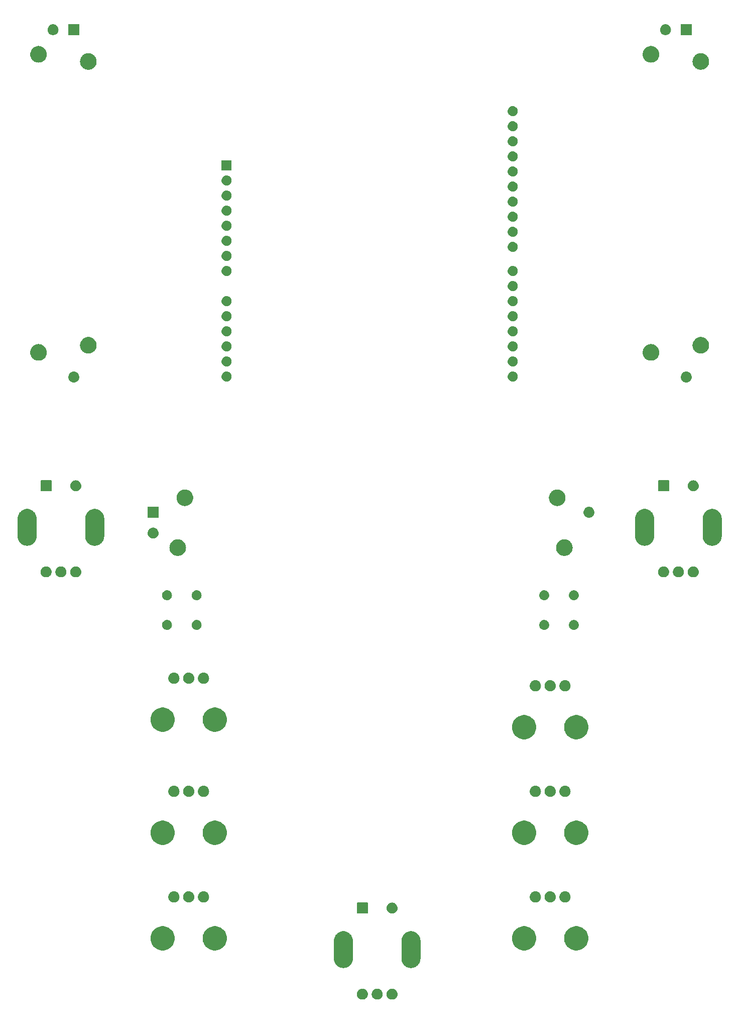
<source format=gbr>
G04 #@! TF.GenerationSoftware,KiCad,Pcbnew,8.0.1-8.0.1-0~ubuntu20.04.1*
G04 #@! TF.CreationDate,2024-04-15T18:11:36+02:00*
G04 #@! TF.ProjectId,console,636f6e73-6f6c-4652-9e6b-696361645f70,rev?*
G04 #@! TF.SameCoordinates,Original*
G04 #@! TF.FileFunction,Soldermask,Top*
G04 #@! TF.FilePolarity,Negative*
%FSLAX46Y46*%
G04 Gerber Fmt 4.6, Leading zero omitted, Abs format (unit mm)*
G04 Created by KiCad (PCBNEW 8.0.1-8.0.1-0~ubuntu20.04.1) date 2024-04-15 18:11:36*
%MOMM*%
%LPD*%
G01*
G04 APERTURE LIST*
G04 APERTURE END LIST*
G36*
X92795423Y-186918078D02*
G01*
X92846898Y-186918078D01*
X92891347Y-186927526D01*
X92930728Y-186931405D01*
X92980207Y-186946414D01*
X93036459Y-186958371D01*
X93072450Y-186974395D01*
X93104519Y-186984123D01*
X93155477Y-187011360D01*
X93213500Y-187037194D01*
X93240478Y-187056795D01*
X93264676Y-187069729D01*
X93314041Y-187110242D01*
X93370284Y-187151105D01*
X93388544Y-187171384D01*
X93405060Y-187184939D01*
X93449439Y-187239015D01*
X93499959Y-187295123D01*
X93510573Y-187313507D01*
X93520270Y-187325323D01*
X93556142Y-187392435D01*
X93596857Y-187462955D01*
X93601540Y-187477368D01*
X93605876Y-187485480D01*
X93629778Y-187564278D01*
X93656743Y-187647266D01*
X93657692Y-187656298D01*
X93658594Y-187659271D01*
X93667376Y-187748442D01*
X93677000Y-187840000D01*
X93667376Y-187931565D01*
X93658594Y-188020728D01*
X93657692Y-188023699D01*
X93656743Y-188032734D01*
X93629774Y-188115735D01*
X93605876Y-188194519D01*
X93601540Y-188202629D01*
X93596857Y-188217045D01*
X93556135Y-188287576D01*
X93520270Y-188354676D01*
X93510575Y-188366489D01*
X93499959Y-188384877D01*
X93449430Y-188440994D01*
X93405060Y-188495060D01*
X93388547Y-188508611D01*
X93370284Y-188528895D01*
X93314030Y-188569765D01*
X93264676Y-188610270D01*
X93240483Y-188623201D01*
X93213500Y-188642806D01*
X93155466Y-188668644D01*
X93104519Y-188695876D01*
X93072457Y-188705601D01*
X93036459Y-188721629D01*
X92980196Y-188733588D01*
X92930728Y-188748594D01*
X92891356Y-188752471D01*
X92846898Y-188761922D01*
X92795413Y-188761922D01*
X92750000Y-188766395D01*
X92704587Y-188761922D01*
X92653102Y-188761922D01*
X92608644Y-188752472D01*
X92569271Y-188748594D01*
X92519799Y-188733587D01*
X92463541Y-188721629D01*
X92427544Y-188705602D01*
X92395480Y-188695876D01*
X92344527Y-188668641D01*
X92286500Y-188642806D01*
X92259519Y-188623203D01*
X92235323Y-188610270D01*
X92185960Y-188569759D01*
X92129716Y-188528895D01*
X92111455Y-188508614D01*
X92094939Y-188495060D01*
X92050558Y-188440981D01*
X92000041Y-188384877D01*
X91989427Y-188366493D01*
X91979729Y-188354676D01*
X91943850Y-188287553D01*
X91903143Y-188217045D01*
X91898460Y-188202634D01*
X91894123Y-188194519D01*
X91870210Y-188115689D01*
X91843257Y-188032734D01*
X91842308Y-188023704D01*
X91841405Y-188020728D01*
X91832607Y-187931413D01*
X91823000Y-187840000D01*
X91832607Y-187748593D01*
X91841405Y-187659271D01*
X91842308Y-187656293D01*
X91843257Y-187647266D01*
X91870206Y-187564324D01*
X91894123Y-187485480D01*
X91898461Y-187477363D01*
X91903143Y-187462955D01*
X91943843Y-187392459D01*
X91979729Y-187325323D01*
X91989428Y-187313503D01*
X92000041Y-187295123D01*
X92050549Y-187239028D01*
X92094939Y-187184939D01*
X92111458Y-187171381D01*
X92129716Y-187151105D01*
X92185949Y-187110248D01*
X92235323Y-187069729D01*
X92259524Y-187056792D01*
X92286500Y-187037194D01*
X92344516Y-187011363D01*
X92395480Y-186984123D01*
X92427551Y-186974394D01*
X92463541Y-186958371D01*
X92519788Y-186946414D01*
X92569271Y-186931405D01*
X92608653Y-186927526D01*
X92653102Y-186918078D01*
X92704577Y-186918078D01*
X92750000Y-186913604D01*
X92795423Y-186918078D01*
G37*
G36*
X95295423Y-186918078D02*
G01*
X95346898Y-186918078D01*
X95391347Y-186927526D01*
X95430728Y-186931405D01*
X95480207Y-186946414D01*
X95536459Y-186958371D01*
X95572450Y-186974395D01*
X95604519Y-186984123D01*
X95655477Y-187011360D01*
X95713500Y-187037194D01*
X95740478Y-187056795D01*
X95764676Y-187069729D01*
X95814041Y-187110242D01*
X95870284Y-187151105D01*
X95888544Y-187171384D01*
X95905060Y-187184939D01*
X95949439Y-187239015D01*
X95999959Y-187295123D01*
X96010573Y-187313507D01*
X96020270Y-187325323D01*
X96056142Y-187392435D01*
X96096857Y-187462955D01*
X96101540Y-187477368D01*
X96105876Y-187485480D01*
X96129778Y-187564278D01*
X96156743Y-187647266D01*
X96157692Y-187656298D01*
X96158594Y-187659271D01*
X96167376Y-187748442D01*
X96177000Y-187840000D01*
X96167376Y-187931565D01*
X96158594Y-188020728D01*
X96157692Y-188023699D01*
X96156743Y-188032734D01*
X96129774Y-188115735D01*
X96105876Y-188194519D01*
X96101540Y-188202629D01*
X96096857Y-188217045D01*
X96056135Y-188287576D01*
X96020270Y-188354676D01*
X96010575Y-188366489D01*
X95999959Y-188384877D01*
X95949430Y-188440994D01*
X95905060Y-188495060D01*
X95888547Y-188508611D01*
X95870284Y-188528895D01*
X95814030Y-188569765D01*
X95764676Y-188610270D01*
X95740483Y-188623201D01*
X95713500Y-188642806D01*
X95655466Y-188668644D01*
X95604519Y-188695876D01*
X95572457Y-188705601D01*
X95536459Y-188721629D01*
X95480196Y-188733588D01*
X95430728Y-188748594D01*
X95391356Y-188752471D01*
X95346898Y-188761922D01*
X95295413Y-188761922D01*
X95250000Y-188766395D01*
X95204587Y-188761922D01*
X95153102Y-188761922D01*
X95108644Y-188752472D01*
X95069271Y-188748594D01*
X95019799Y-188733587D01*
X94963541Y-188721629D01*
X94927544Y-188705602D01*
X94895480Y-188695876D01*
X94844527Y-188668641D01*
X94786500Y-188642806D01*
X94759519Y-188623203D01*
X94735323Y-188610270D01*
X94685960Y-188569759D01*
X94629716Y-188528895D01*
X94611455Y-188508614D01*
X94594939Y-188495060D01*
X94550558Y-188440981D01*
X94500041Y-188384877D01*
X94489427Y-188366493D01*
X94479729Y-188354676D01*
X94443850Y-188287553D01*
X94403143Y-188217045D01*
X94398460Y-188202634D01*
X94394123Y-188194519D01*
X94370210Y-188115689D01*
X94343257Y-188032734D01*
X94342308Y-188023704D01*
X94341405Y-188020728D01*
X94332607Y-187931413D01*
X94323000Y-187840000D01*
X94332607Y-187748593D01*
X94341405Y-187659271D01*
X94342308Y-187656293D01*
X94343257Y-187647266D01*
X94370206Y-187564324D01*
X94394123Y-187485480D01*
X94398461Y-187477363D01*
X94403143Y-187462955D01*
X94443843Y-187392459D01*
X94479729Y-187325323D01*
X94489428Y-187313503D01*
X94500041Y-187295123D01*
X94550549Y-187239028D01*
X94594939Y-187184939D01*
X94611458Y-187171381D01*
X94629716Y-187151105D01*
X94685949Y-187110248D01*
X94735323Y-187069729D01*
X94759524Y-187056792D01*
X94786500Y-187037194D01*
X94844516Y-187011363D01*
X94895480Y-186984123D01*
X94927551Y-186974394D01*
X94963541Y-186958371D01*
X95019788Y-186946414D01*
X95069271Y-186931405D01*
X95108653Y-186927526D01*
X95153102Y-186918078D01*
X95204577Y-186918078D01*
X95250000Y-186913604D01*
X95295423Y-186918078D01*
G37*
G36*
X97795423Y-186918078D02*
G01*
X97846898Y-186918078D01*
X97891347Y-186927526D01*
X97930728Y-186931405D01*
X97980207Y-186946414D01*
X98036459Y-186958371D01*
X98072450Y-186974395D01*
X98104519Y-186984123D01*
X98155477Y-187011360D01*
X98213500Y-187037194D01*
X98240478Y-187056795D01*
X98264676Y-187069729D01*
X98314041Y-187110242D01*
X98370284Y-187151105D01*
X98388544Y-187171384D01*
X98405060Y-187184939D01*
X98449439Y-187239015D01*
X98499959Y-187295123D01*
X98510573Y-187313507D01*
X98520270Y-187325323D01*
X98556142Y-187392435D01*
X98596857Y-187462955D01*
X98601540Y-187477368D01*
X98605876Y-187485480D01*
X98629778Y-187564278D01*
X98656743Y-187647266D01*
X98657692Y-187656298D01*
X98658594Y-187659271D01*
X98667376Y-187748442D01*
X98677000Y-187840000D01*
X98667376Y-187931565D01*
X98658594Y-188020728D01*
X98657692Y-188023699D01*
X98656743Y-188032734D01*
X98629774Y-188115735D01*
X98605876Y-188194519D01*
X98601540Y-188202629D01*
X98596857Y-188217045D01*
X98556135Y-188287576D01*
X98520270Y-188354676D01*
X98510575Y-188366489D01*
X98499959Y-188384877D01*
X98449430Y-188440994D01*
X98405060Y-188495060D01*
X98388547Y-188508611D01*
X98370284Y-188528895D01*
X98314030Y-188569765D01*
X98264676Y-188610270D01*
X98240483Y-188623201D01*
X98213500Y-188642806D01*
X98155466Y-188668644D01*
X98104519Y-188695876D01*
X98072457Y-188705601D01*
X98036459Y-188721629D01*
X97980196Y-188733588D01*
X97930728Y-188748594D01*
X97891356Y-188752471D01*
X97846898Y-188761922D01*
X97795413Y-188761922D01*
X97750000Y-188766395D01*
X97704587Y-188761922D01*
X97653102Y-188761922D01*
X97608644Y-188752472D01*
X97569271Y-188748594D01*
X97519799Y-188733587D01*
X97463541Y-188721629D01*
X97427544Y-188705602D01*
X97395480Y-188695876D01*
X97344527Y-188668641D01*
X97286500Y-188642806D01*
X97259519Y-188623203D01*
X97235323Y-188610270D01*
X97185960Y-188569759D01*
X97129716Y-188528895D01*
X97111455Y-188508614D01*
X97094939Y-188495060D01*
X97050558Y-188440981D01*
X97000041Y-188384877D01*
X96989427Y-188366493D01*
X96979729Y-188354676D01*
X96943850Y-188287553D01*
X96903143Y-188217045D01*
X96898460Y-188202634D01*
X96894123Y-188194519D01*
X96870210Y-188115689D01*
X96843257Y-188032734D01*
X96842308Y-188023704D01*
X96841405Y-188020728D01*
X96832607Y-187931413D01*
X96823000Y-187840000D01*
X96832607Y-187748593D01*
X96841405Y-187659271D01*
X96842308Y-187656293D01*
X96843257Y-187647266D01*
X96870206Y-187564324D01*
X96894123Y-187485480D01*
X96898461Y-187477363D01*
X96903143Y-187462955D01*
X96943843Y-187392459D01*
X96979729Y-187325323D01*
X96989428Y-187313503D01*
X97000041Y-187295123D01*
X97050549Y-187239028D01*
X97094939Y-187184939D01*
X97111458Y-187171381D01*
X97129716Y-187151105D01*
X97185949Y-187110248D01*
X97235323Y-187069729D01*
X97259524Y-187056792D01*
X97286500Y-187037194D01*
X97344516Y-187011363D01*
X97395480Y-186984123D01*
X97427551Y-186974394D01*
X97463541Y-186958371D01*
X97519788Y-186946414D01*
X97569271Y-186931405D01*
X97608653Y-186927526D01*
X97653102Y-186918078D01*
X97704577Y-186918078D01*
X97750000Y-186913604D01*
X97795423Y-186918078D01*
G37*
G36*
X89664174Y-177242938D02*
G01*
X89675691Y-177242938D01*
X89732397Y-177251919D01*
X89862484Y-177269045D01*
X89894228Y-177277551D01*
X89923979Y-177282263D01*
X89981195Y-177300853D01*
X90064861Y-177323272D01*
X90118238Y-177345381D01*
X90163059Y-177359945D01*
X90205053Y-177381341D01*
X90258431Y-177403452D01*
X90333432Y-177446754D01*
X90387043Y-177474070D01*
X90411415Y-177491777D01*
X90439870Y-177508206D01*
X90543993Y-177588101D01*
X90590416Y-177621830D01*
X90598550Y-177629964D01*
X90606093Y-177635752D01*
X90754247Y-177783906D01*
X90760034Y-177791448D01*
X90768170Y-177799584D01*
X90801902Y-177846012D01*
X90881793Y-177950129D01*
X90898220Y-177978581D01*
X90915930Y-178002957D01*
X90943248Y-178056573D01*
X90986547Y-178131568D01*
X91008654Y-178184940D01*
X91030055Y-178226941D01*
X91044620Y-178271767D01*
X91066727Y-178325138D01*
X91089142Y-178408792D01*
X91107737Y-178466021D01*
X91112450Y-178495777D01*
X91120954Y-178527515D01*
X91138076Y-178657575D01*
X91147062Y-178714309D01*
X91147080Y-178725970D01*
X91148311Y-178735318D01*
X91151997Y-181838033D01*
X91152000Y-181840000D01*
X91151595Y-181850288D01*
X91148570Y-181942718D01*
X91147707Y-181949273D01*
X91147062Y-181965691D01*
X91138077Y-182022415D01*
X91120954Y-182152484D01*
X91112450Y-182184219D01*
X91107737Y-182213979D01*
X91089140Y-182271212D01*
X91066727Y-182354861D01*
X91044621Y-182408227D01*
X91030055Y-182453059D01*
X91008652Y-182495063D01*
X90986547Y-182548431D01*
X90943253Y-182623418D01*
X90915930Y-182677043D01*
X90898217Y-182701422D01*
X90881793Y-182729870D01*
X90801916Y-182833968D01*
X90768170Y-182880416D01*
X90760031Y-182888554D01*
X90754247Y-182896093D01*
X90606093Y-183044247D01*
X90598554Y-183050031D01*
X90590416Y-183058170D01*
X90543968Y-183091916D01*
X90439870Y-183171793D01*
X90411422Y-183188217D01*
X90387043Y-183205930D01*
X90333418Y-183233253D01*
X90258431Y-183276547D01*
X90205063Y-183298652D01*
X90163059Y-183320055D01*
X90118227Y-183334621D01*
X90064861Y-183356727D01*
X89981212Y-183379140D01*
X89923979Y-183397737D01*
X89894219Y-183402450D01*
X89862484Y-183410954D01*
X89732411Y-183428078D01*
X89675691Y-183437062D01*
X89664174Y-183437062D01*
X89654755Y-183438302D01*
X89445245Y-183438302D01*
X89435826Y-183437062D01*
X89424309Y-183437062D01*
X89367590Y-183428078D01*
X89237515Y-183410954D01*
X89205777Y-183402450D01*
X89176021Y-183397737D01*
X89118792Y-183379142D01*
X89035138Y-183356727D01*
X88981767Y-183334620D01*
X88936941Y-183320055D01*
X88894940Y-183298654D01*
X88841568Y-183276547D01*
X88766573Y-183233248D01*
X88712957Y-183205930D01*
X88688581Y-183188220D01*
X88660129Y-183171793D01*
X88556012Y-183091902D01*
X88509584Y-183058170D01*
X88501448Y-183050034D01*
X88493906Y-183044247D01*
X88345752Y-182896093D01*
X88339964Y-182888550D01*
X88331830Y-182880416D01*
X88298101Y-182833993D01*
X88218206Y-182729870D01*
X88201777Y-182701415D01*
X88184070Y-182677043D01*
X88156754Y-182623432D01*
X88113452Y-182548431D01*
X88091341Y-182495053D01*
X88069945Y-182453059D01*
X88055381Y-182408238D01*
X88033272Y-182354861D01*
X88010853Y-182271195D01*
X87992263Y-182213979D01*
X87987551Y-182184228D01*
X87979045Y-182152484D01*
X87961918Y-182022391D01*
X87952938Y-181965691D01*
X87952919Y-181954036D01*
X87951688Y-181944681D01*
X87948002Y-178841966D01*
X87948003Y-178841933D01*
X87948000Y-178840000D01*
X87948397Y-178829869D01*
X87951429Y-178737281D01*
X87952293Y-178730714D01*
X87952938Y-178714309D01*
X87961915Y-178657626D01*
X87979045Y-178527515D01*
X87987551Y-178495768D01*
X87992263Y-178466021D01*
X88010852Y-178408809D01*
X88033272Y-178325138D01*
X88055383Y-178271756D01*
X88069945Y-178226941D01*
X88091339Y-178184951D01*
X88113452Y-178131568D01*
X88156758Y-178056558D01*
X88184070Y-178002957D01*
X88201774Y-177978588D01*
X88218206Y-177950129D01*
X88298115Y-177845988D01*
X88331830Y-177799584D01*
X88339961Y-177791452D01*
X88345752Y-177783906D01*
X88493906Y-177635752D01*
X88501452Y-177629961D01*
X88509584Y-177621830D01*
X88555988Y-177588115D01*
X88660129Y-177508206D01*
X88688588Y-177491774D01*
X88712957Y-177474070D01*
X88766558Y-177446758D01*
X88841568Y-177403452D01*
X88894951Y-177381339D01*
X88936941Y-177359945D01*
X88981756Y-177345383D01*
X89035138Y-177323272D01*
X89118809Y-177300852D01*
X89176021Y-177282263D01*
X89205768Y-177277551D01*
X89237515Y-177269045D01*
X89367604Y-177251919D01*
X89424309Y-177242938D01*
X89435826Y-177242938D01*
X89445245Y-177241698D01*
X89654755Y-177241698D01*
X89664174Y-177242938D01*
G37*
G36*
X101064174Y-177242938D02*
G01*
X101075691Y-177242938D01*
X101132397Y-177251919D01*
X101262484Y-177269045D01*
X101294228Y-177277551D01*
X101323979Y-177282263D01*
X101381195Y-177300853D01*
X101464861Y-177323272D01*
X101518238Y-177345381D01*
X101563059Y-177359945D01*
X101605053Y-177381341D01*
X101658431Y-177403452D01*
X101733432Y-177446754D01*
X101787043Y-177474070D01*
X101811415Y-177491777D01*
X101839870Y-177508206D01*
X101943993Y-177588101D01*
X101990416Y-177621830D01*
X101998550Y-177629964D01*
X102006093Y-177635752D01*
X102154247Y-177783906D01*
X102160034Y-177791448D01*
X102168170Y-177799584D01*
X102201902Y-177846012D01*
X102281793Y-177950129D01*
X102298220Y-177978581D01*
X102315930Y-178002957D01*
X102343248Y-178056573D01*
X102386547Y-178131568D01*
X102408654Y-178184940D01*
X102430055Y-178226941D01*
X102444620Y-178271767D01*
X102466727Y-178325138D01*
X102489142Y-178408792D01*
X102507737Y-178466021D01*
X102512450Y-178495777D01*
X102520954Y-178527515D01*
X102538076Y-178657575D01*
X102547062Y-178714309D01*
X102547080Y-178725970D01*
X102548311Y-178735318D01*
X102551997Y-181838033D01*
X102552000Y-181840000D01*
X102551595Y-181850288D01*
X102548570Y-181942718D01*
X102547707Y-181949273D01*
X102547062Y-181965691D01*
X102538077Y-182022415D01*
X102520954Y-182152484D01*
X102512450Y-182184219D01*
X102507737Y-182213979D01*
X102489140Y-182271212D01*
X102466727Y-182354861D01*
X102444621Y-182408227D01*
X102430055Y-182453059D01*
X102408652Y-182495063D01*
X102386547Y-182548431D01*
X102343253Y-182623418D01*
X102315930Y-182677043D01*
X102298217Y-182701422D01*
X102281793Y-182729870D01*
X102201916Y-182833968D01*
X102168170Y-182880416D01*
X102160031Y-182888554D01*
X102154247Y-182896093D01*
X102006093Y-183044247D01*
X101998554Y-183050031D01*
X101990416Y-183058170D01*
X101943968Y-183091916D01*
X101839870Y-183171793D01*
X101811422Y-183188217D01*
X101787043Y-183205930D01*
X101733418Y-183233253D01*
X101658431Y-183276547D01*
X101605063Y-183298652D01*
X101563059Y-183320055D01*
X101518227Y-183334621D01*
X101464861Y-183356727D01*
X101381212Y-183379140D01*
X101323979Y-183397737D01*
X101294219Y-183402450D01*
X101262484Y-183410954D01*
X101132411Y-183428078D01*
X101075691Y-183437062D01*
X101064174Y-183437062D01*
X101054755Y-183438302D01*
X100845245Y-183438302D01*
X100835826Y-183437062D01*
X100824309Y-183437062D01*
X100767590Y-183428078D01*
X100637515Y-183410954D01*
X100605777Y-183402450D01*
X100576021Y-183397737D01*
X100518792Y-183379142D01*
X100435138Y-183356727D01*
X100381767Y-183334620D01*
X100336941Y-183320055D01*
X100294940Y-183298654D01*
X100241568Y-183276547D01*
X100166573Y-183233248D01*
X100112957Y-183205930D01*
X100088581Y-183188220D01*
X100060129Y-183171793D01*
X99956012Y-183091902D01*
X99909584Y-183058170D01*
X99901448Y-183050034D01*
X99893906Y-183044247D01*
X99745752Y-182896093D01*
X99739964Y-182888550D01*
X99731830Y-182880416D01*
X99698101Y-182833993D01*
X99618206Y-182729870D01*
X99601777Y-182701415D01*
X99584070Y-182677043D01*
X99556754Y-182623432D01*
X99513452Y-182548431D01*
X99491341Y-182495053D01*
X99469945Y-182453059D01*
X99455381Y-182408238D01*
X99433272Y-182354861D01*
X99410853Y-182271195D01*
X99392263Y-182213979D01*
X99387551Y-182184228D01*
X99379045Y-182152484D01*
X99361918Y-182022391D01*
X99352938Y-181965691D01*
X99352919Y-181954036D01*
X99351688Y-181944681D01*
X99348002Y-178841966D01*
X99348003Y-178841933D01*
X99348000Y-178840000D01*
X99348397Y-178829869D01*
X99351429Y-178737281D01*
X99352293Y-178730714D01*
X99352938Y-178714309D01*
X99361915Y-178657626D01*
X99379045Y-178527515D01*
X99387551Y-178495768D01*
X99392263Y-178466021D01*
X99410852Y-178408809D01*
X99433272Y-178325138D01*
X99455383Y-178271756D01*
X99469945Y-178226941D01*
X99491339Y-178184951D01*
X99513452Y-178131568D01*
X99556758Y-178056558D01*
X99584070Y-178002957D01*
X99601774Y-177978588D01*
X99618206Y-177950129D01*
X99698115Y-177845988D01*
X99731830Y-177799584D01*
X99739961Y-177791452D01*
X99745752Y-177783906D01*
X99893906Y-177635752D01*
X99901452Y-177629961D01*
X99909584Y-177621830D01*
X99955988Y-177588115D01*
X100060129Y-177508206D01*
X100088588Y-177491774D01*
X100112957Y-177474070D01*
X100166558Y-177446758D01*
X100241568Y-177403452D01*
X100294951Y-177381339D01*
X100336941Y-177359945D01*
X100381756Y-177345383D01*
X100435138Y-177323272D01*
X100518809Y-177300852D01*
X100576021Y-177282263D01*
X100605768Y-177277551D01*
X100637515Y-177269045D01*
X100767604Y-177251919D01*
X100824309Y-177242938D01*
X100835826Y-177242938D01*
X100845245Y-177241698D01*
X101054755Y-177241698D01*
X101064174Y-177242938D01*
G37*
G36*
X59477288Y-176441899D02*
G01*
X59746838Y-176517423D01*
X60003593Y-176628947D01*
X60242771Y-176774395D01*
X60459916Y-176951055D01*
X60650984Y-177155639D01*
X60812414Y-177384333D01*
X60941200Y-177632879D01*
X61034943Y-177896647D01*
X61091897Y-178170722D01*
X61111000Y-178450000D01*
X61091897Y-178729278D01*
X61034943Y-179003353D01*
X60941200Y-179267121D01*
X60812414Y-179515667D01*
X60650984Y-179744361D01*
X60459916Y-179948945D01*
X60242771Y-180125605D01*
X60003593Y-180271053D01*
X59746838Y-180382577D01*
X59477288Y-180458101D01*
X59199965Y-180496219D01*
X58920035Y-180496219D01*
X58642712Y-180458101D01*
X58373162Y-180382577D01*
X58116407Y-180271053D01*
X57877229Y-180125605D01*
X57660084Y-179948945D01*
X57469016Y-179744361D01*
X57307586Y-179515667D01*
X57178800Y-179267121D01*
X57085057Y-179003353D01*
X57028103Y-178729278D01*
X57009000Y-178450000D01*
X57028103Y-178170722D01*
X57085057Y-177896647D01*
X57178800Y-177632879D01*
X57307586Y-177384333D01*
X57469016Y-177155639D01*
X57660084Y-176951055D01*
X57877229Y-176774395D01*
X58116407Y-176628947D01*
X58373162Y-176517423D01*
X58642712Y-176441899D01*
X58920035Y-176403781D01*
X59199965Y-176403781D01*
X59477288Y-176441899D01*
G37*
G36*
X68277288Y-176441899D02*
G01*
X68546838Y-176517423D01*
X68803593Y-176628947D01*
X69042771Y-176774395D01*
X69259916Y-176951055D01*
X69450984Y-177155639D01*
X69612414Y-177384333D01*
X69741200Y-177632879D01*
X69834943Y-177896647D01*
X69891897Y-178170722D01*
X69911000Y-178450000D01*
X69891897Y-178729278D01*
X69834943Y-179003353D01*
X69741200Y-179267121D01*
X69612414Y-179515667D01*
X69450984Y-179744361D01*
X69259916Y-179948945D01*
X69042771Y-180125605D01*
X68803593Y-180271053D01*
X68546838Y-180382577D01*
X68277288Y-180458101D01*
X67999965Y-180496219D01*
X67720035Y-180496219D01*
X67442712Y-180458101D01*
X67173162Y-180382577D01*
X66916407Y-180271053D01*
X66677229Y-180125605D01*
X66460084Y-179948945D01*
X66269016Y-179744361D01*
X66107586Y-179515667D01*
X65978800Y-179267121D01*
X65885057Y-179003353D01*
X65828103Y-178729278D01*
X65809000Y-178450000D01*
X65828103Y-178170722D01*
X65885057Y-177896647D01*
X65978800Y-177632879D01*
X66107586Y-177384333D01*
X66269016Y-177155639D01*
X66460084Y-176951055D01*
X66677229Y-176774395D01*
X66916407Y-176628947D01*
X67173162Y-176517423D01*
X67442712Y-176441899D01*
X67720035Y-176403781D01*
X67999965Y-176403781D01*
X68277288Y-176441899D01*
G37*
G36*
X120437288Y-176441899D02*
G01*
X120706838Y-176517423D01*
X120963593Y-176628947D01*
X121202771Y-176774395D01*
X121419916Y-176951055D01*
X121610984Y-177155639D01*
X121772414Y-177384333D01*
X121901200Y-177632879D01*
X121994943Y-177896647D01*
X122051897Y-178170722D01*
X122071000Y-178450000D01*
X122051897Y-178729278D01*
X121994943Y-179003353D01*
X121901200Y-179267121D01*
X121772414Y-179515667D01*
X121610984Y-179744361D01*
X121419916Y-179948945D01*
X121202771Y-180125605D01*
X120963593Y-180271053D01*
X120706838Y-180382577D01*
X120437288Y-180458101D01*
X120159965Y-180496219D01*
X119880035Y-180496219D01*
X119602712Y-180458101D01*
X119333162Y-180382577D01*
X119076407Y-180271053D01*
X118837229Y-180125605D01*
X118620084Y-179948945D01*
X118429016Y-179744361D01*
X118267586Y-179515667D01*
X118138800Y-179267121D01*
X118045057Y-179003353D01*
X117988103Y-178729278D01*
X117969000Y-178450000D01*
X117988103Y-178170722D01*
X118045057Y-177896647D01*
X118138800Y-177632879D01*
X118267586Y-177384333D01*
X118429016Y-177155639D01*
X118620084Y-176951055D01*
X118837229Y-176774395D01*
X119076407Y-176628947D01*
X119333162Y-176517423D01*
X119602712Y-176441899D01*
X119880035Y-176403781D01*
X120159965Y-176403781D01*
X120437288Y-176441899D01*
G37*
G36*
X129237288Y-176441899D02*
G01*
X129506838Y-176517423D01*
X129763593Y-176628947D01*
X130002771Y-176774395D01*
X130219916Y-176951055D01*
X130410984Y-177155639D01*
X130572414Y-177384333D01*
X130701200Y-177632879D01*
X130794943Y-177896647D01*
X130851897Y-178170722D01*
X130871000Y-178450000D01*
X130851897Y-178729278D01*
X130794943Y-179003353D01*
X130701200Y-179267121D01*
X130572414Y-179515667D01*
X130410984Y-179744361D01*
X130219916Y-179948945D01*
X130002771Y-180125605D01*
X129763593Y-180271053D01*
X129506838Y-180382577D01*
X129237288Y-180458101D01*
X128959965Y-180496219D01*
X128680035Y-180496219D01*
X128402712Y-180458101D01*
X128133162Y-180382577D01*
X127876407Y-180271053D01*
X127637229Y-180125605D01*
X127420084Y-179948945D01*
X127229016Y-179744361D01*
X127067586Y-179515667D01*
X126938800Y-179267121D01*
X126845057Y-179003353D01*
X126788103Y-178729278D01*
X126769000Y-178450000D01*
X126788103Y-178170722D01*
X126845057Y-177896647D01*
X126938800Y-177632879D01*
X127067586Y-177384333D01*
X127229016Y-177155639D01*
X127420084Y-176951055D01*
X127637229Y-176774395D01*
X127876407Y-176628947D01*
X128133162Y-176517423D01*
X128402712Y-176441899D01*
X128680035Y-176403781D01*
X128959965Y-176403781D01*
X129237288Y-176441899D01*
G37*
G36*
X93614034Y-172420764D02*
G01*
X93647125Y-172442875D01*
X93669236Y-172475966D01*
X93677000Y-172515000D01*
X93677000Y-174165000D01*
X93669236Y-174204034D01*
X93647125Y-174237125D01*
X93614034Y-174259236D01*
X93575000Y-174267000D01*
X91925000Y-174267000D01*
X91885966Y-174259236D01*
X91852875Y-174237125D01*
X91830764Y-174204034D01*
X91823000Y-174165000D01*
X91823000Y-172515000D01*
X91830764Y-172475966D01*
X91852875Y-172442875D01*
X91885966Y-172420764D01*
X91925000Y-172413000D01*
X93575000Y-172413000D01*
X93614034Y-172420764D01*
G37*
G36*
X97795423Y-172418078D02*
G01*
X97846898Y-172418078D01*
X97891347Y-172427526D01*
X97930728Y-172431405D01*
X97980207Y-172446414D01*
X98036459Y-172458371D01*
X98072450Y-172474395D01*
X98104519Y-172484123D01*
X98155477Y-172511360D01*
X98213500Y-172537194D01*
X98240478Y-172556795D01*
X98264676Y-172569729D01*
X98314041Y-172610242D01*
X98370284Y-172651105D01*
X98388544Y-172671384D01*
X98405060Y-172684939D01*
X98449439Y-172739015D01*
X98499959Y-172795123D01*
X98510573Y-172813507D01*
X98520270Y-172825323D01*
X98556142Y-172892435D01*
X98596857Y-172962955D01*
X98601540Y-172977368D01*
X98605876Y-172985480D01*
X98629778Y-173064278D01*
X98656743Y-173147266D01*
X98657692Y-173156298D01*
X98658594Y-173159271D01*
X98667376Y-173248442D01*
X98677000Y-173340000D01*
X98667376Y-173431565D01*
X98658594Y-173520728D01*
X98657692Y-173523699D01*
X98656743Y-173532734D01*
X98629774Y-173615735D01*
X98605876Y-173694519D01*
X98601540Y-173702629D01*
X98596857Y-173717045D01*
X98556135Y-173787576D01*
X98520270Y-173854676D01*
X98510575Y-173866489D01*
X98499959Y-173884877D01*
X98449430Y-173940994D01*
X98405060Y-173995060D01*
X98388547Y-174008611D01*
X98370284Y-174028895D01*
X98314030Y-174069765D01*
X98264676Y-174110270D01*
X98240483Y-174123201D01*
X98213500Y-174142806D01*
X98155466Y-174168644D01*
X98104519Y-174195876D01*
X98072457Y-174205601D01*
X98036459Y-174221629D01*
X97980196Y-174233588D01*
X97930728Y-174248594D01*
X97891356Y-174252471D01*
X97846898Y-174261922D01*
X97795413Y-174261922D01*
X97750000Y-174266395D01*
X97704587Y-174261922D01*
X97653102Y-174261922D01*
X97608644Y-174252472D01*
X97569271Y-174248594D01*
X97519799Y-174233587D01*
X97463541Y-174221629D01*
X97427544Y-174205602D01*
X97395480Y-174195876D01*
X97344527Y-174168641D01*
X97286500Y-174142806D01*
X97259519Y-174123203D01*
X97235323Y-174110270D01*
X97185960Y-174069759D01*
X97129716Y-174028895D01*
X97111455Y-174008614D01*
X97094939Y-173995060D01*
X97050558Y-173940981D01*
X97000041Y-173884877D01*
X96989427Y-173866493D01*
X96979729Y-173854676D01*
X96943850Y-173787553D01*
X96903143Y-173717045D01*
X96898460Y-173702634D01*
X96894123Y-173694519D01*
X96870210Y-173615689D01*
X96843257Y-173532734D01*
X96842308Y-173523704D01*
X96841405Y-173520728D01*
X96832607Y-173431413D01*
X96823000Y-173340000D01*
X96832607Y-173248593D01*
X96841405Y-173159271D01*
X96842308Y-173156293D01*
X96843257Y-173147266D01*
X96870206Y-173064324D01*
X96894123Y-172985480D01*
X96898461Y-172977363D01*
X96903143Y-172962955D01*
X96943843Y-172892459D01*
X96979729Y-172825323D01*
X96989428Y-172813503D01*
X97000041Y-172795123D01*
X97050549Y-172739028D01*
X97094939Y-172684939D01*
X97111458Y-172671381D01*
X97129716Y-172651105D01*
X97185949Y-172610248D01*
X97235323Y-172569729D01*
X97259524Y-172556792D01*
X97286500Y-172537194D01*
X97344516Y-172511363D01*
X97395480Y-172484123D01*
X97427551Y-172474394D01*
X97463541Y-172458371D01*
X97519788Y-172446414D01*
X97569271Y-172431405D01*
X97608653Y-172427526D01*
X97653102Y-172418078D01*
X97704577Y-172418078D01*
X97750000Y-172413604D01*
X97795423Y-172418078D01*
G37*
G36*
X61006604Y-170503590D02*
G01*
X61047696Y-170503590D01*
X61093456Y-170512144D01*
X61145531Y-170517273D01*
X61185091Y-170529273D01*
X61220111Y-170535820D01*
X61268617Y-170554611D01*
X61323932Y-170571391D01*
X61355534Y-170588282D01*
X61383656Y-170599177D01*
X61432513Y-170629428D01*
X61488347Y-170659272D01*
X61511809Y-170678526D01*
X61532784Y-170691514D01*
X61579256Y-170733879D01*
X61632459Y-170777541D01*
X61648224Y-170796751D01*
X61662400Y-170809674D01*
X61703557Y-170864174D01*
X61750728Y-170921653D01*
X61759848Y-170938717D01*
X61768099Y-170949642D01*
X61800925Y-171015566D01*
X61838609Y-171086068D01*
X61842628Y-171099316D01*
X61846282Y-171106655D01*
X61867864Y-171182507D01*
X61892727Y-171264469D01*
X61893543Y-171272762D01*
X61894280Y-171275350D01*
X61901937Y-171357982D01*
X61911000Y-171450000D01*
X61901936Y-171542026D01*
X61894280Y-171624649D01*
X61893544Y-171627235D01*
X61892727Y-171635531D01*
X61867859Y-171717507D01*
X61846282Y-171793344D01*
X61842628Y-171800680D01*
X61838609Y-171813932D01*
X61800917Y-171884447D01*
X61768099Y-171950357D01*
X61759850Y-171961279D01*
X61750728Y-171978347D01*
X61703547Y-172035836D01*
X61662400Y-172090325D01*
X61648227Y-172103244D01*
X61632459Y-172122459D01*
X61579245Y-172166129D01*
X61532784Y-172208485D01*
X61511814Y-172221469D01*
X61488347Y-172240728D01*
X61432502Y-172270577D01*
X61383656Y-172300822D01*
X61355541Y-172311713D01*
X61323932Y-172328609D01*
X61268605Y-172345392D01*
X61220111Y-172364179D01*
X61185098Y-172370724D01*
X61145531Y-172382727D01*
X61093453Y-172387856D01*
X61047696Y-172396410D01*
X61006604Y-172396410D01*
X60960000Y-172401000D01*
X60913396Y-172396410D01*
X60872304Y-172396410D01*
X60826545Y-172387856D01*
X60774469Y-172382727D01*
X60734902Y-172370724D01*
X60699888Y-172364179D01*
X60651389Y-172345390D01*
X60596068Y-172328609D01*
X60564461Y-172311714D01*
X60536343Y-172300822D01*
X60487490Y-172270573D01*
X60431653Y-172240728D01*
X60408188Y-172221471D01*
X60387215Y-172208485D01*
X60340744Y-172166121D01*
X60287541Y-172122459D01*
X60271775Y-172103248D01*
X60257599Y-172090325D01*
X60216439Y-172035821D01*
X60169272Y-171978347D01*
X60160151Y-171961284D01*
X60151900Y-171950357D01*
X60119067Y-171884420D01*
X60081391Y-171813932D01*
X60077372Y-171800685D01*
X60073717Y-171793344D01*
X60052124Y-171717454D01*
X60027273Y-171635531D01*
X60026456Y-171627241D01*
X60025719Y-171624649D01*
X60018046Y-171541854D01*
X60009000Y-171450000D01*
X60018045Y-171358153D01*
X60025719Y-171275350D01*
X60026456Y-171272757D01*
X60027273Y-171264469D01*
X60052119Y-171182560D01*
X60073717Y-171106655D01*
X60077373Y-171099311D01*
X60081391Y-171086068D01*
X60119060Y-171015593D01*
X60151900Y-170949642D01*
X60160153Y-170938712D01*
X60169272Y-170921653D01*
X60216430Y-170864190D01*
X60257599Y-170809674D01*
X60271778Y-170796747D01*
X60287541Y-170777541D01*
X60340733Y-170733887D01*
X60387215Y-170691514D01*
X60408193Y-170678524D01*
X60431653Y-170659272D01*
X60487478Y-170629432D01*
X60536343Y-170599177D01*
X60564467Y-170588281D01*
X60596068Y-170571391D01*
X60651377Y-170554612D01*
X60699888Y-170535820D01*
X60734909Y-170529273D01*
X60774469Y-170517273D01*
X60826542Y-170512144D01*
X60872304Y-170503590D01*
X60913396Y-170503590D01*
X60960000Y-170499000D01*
X61006604Y-170503590D01*
G37*
G36*
X63506604Y-170503590D02*
G01*
X63547696Y-170503590D01*
X63593456Y-170512144D01*
X63645531Y-170517273D01*
X63685091Y-170529273D01*
X63720111Y-170535820D01*
X63768617Y-170554611D01*
X63823932Y-170571391D01*
X63855534Y-170588282D01*
X63883656Y-170599177D01*
X63932513Y-170629428D01*
X63988347Y-170659272D01*
X64011809Y-170678526D01*
X64032784Y-170691514D01*
X64079256Y-170733879D01*
X64132459Y-170777541D01*
X64148224Y-170796751D01*
X64162400Y-170809674D01*
X64203557Y-170864174D01*
X64250728Y-170921653D01*
X64259848Y-170938717D01*
X64268099Y-170949642D01*
X64300925Y-171015566D01*
X64338609Y-171086068D01*
X64342628Y-171099316D01*
X64346282Y-171106655D01*
X64367864Y-171182507D01*
X64392727Y-171264469D01*
X64393543Y-171272762D01*
X64394280Y-171275350D01*
X64401937Y-171357982D01*
X64411000Y-171450000D01*
X64401936Y-171542026D01*
X64394280Y-171624649D01*
X64393544Y-171627235D01*
X64392727Y-171635531D01*
X64367859Y-171717507D01*
X64346282Y-171793344D01*
X64342628Y-171800680D01*
X64338609Y-171813932D01*
X64300917Y-171884447D01*
X64268099Y-171950357D01*
X64259850Y-171961279D01*
X64250728Y-171978347D01*
X64203547Y-172035836D01*
X64162400Y-172090325D01*
X64148227Y-172103244D01*
X64132459Y-172122459D01*
X64079245Y-172166129D01*
X64032784Y-172208485D01*
X64011814Y-172221469D01*
X63988347Y-172240728D01*
X63932502Y-172270577D01*
X63883656Y-172300822D01*
X63855541Y-172311713D01*
X63823932Y-172328609D01*
X63768605Y-172345392D01*
X63720111Y-172364179D01*
X63685098Y-172370724D01*
X63645531Y-172382727D01*
X63593453Y-172387856D01*
X63547696Y-172396410D01*
X63506604Y-172396410D01*
X63460000Y-172401000D01*
X63413396Y-172396410D01*
X63372304Y-172396410D01*
X63326545Y-172387856D01*
X63274469Y-172382727D01*
X63234902Y-172370724D01*
X63199888Y-172364179D01*
X63151389Y-172345390D01*
X63096068Y-172328609D01*
X63064461Y-172311714D01*
X63036343Y-172300822D01*
X62987490Y-172270573D01*
X62931653Y-172240728D01*
X62908188Y-172221471D01*
X62887215Y-172208485D01*
X62840744Y-172166121D01*
X62787541Y-172122459D01*
X62771775Y-172103248D01*
X62757599Y-172090325D01*
X62716439Y-172035821D01*
X62669272Y-171978347D01*
X62660151Y-171961284D01*
X62651900Y-171950357D01*
X62619067Y-171884420D01*
X62581391Y-171813932D01*
X62577372Y-171800685D01*
X62573717Y-171793344D01*
X62552124Y-171717454D01*
X62527273Y-171635531D01*
X62526456Y-171627241D01*
X62525719Y-171624649D01*
X62518046Y-171541854D01*
X62509000Y-171450000D01*
X62518045Y-171358153D01*
X62525719Y-171275350D01*
X62526456Y-171272757D01*
X62527273Y-171264469D01*
X62552119Y-171182560D01*
X62573717Y-171106655D01*
X62577373Y-171099311D01*
X62581391Y-171086068D01*
X62619060Y-171015593D01*
X62651900Y-170949642D01*
X62660153Y-170938712D01*
X62669272Y-170921653D01*
X62716430Y-170864190D01*
X62757599Y-170809674D01*
X62771778Y-170796747D01*
X62787541Y-170777541D01*
X62840733Y-170733887D01*
X62887215Y-170691514D01*
X62908193Y-170678524D01*
X62931653Y-170659272D01*
X62987478Y-170629432D01*
X63036343Y-170599177D01*
X63064467Y-170588281D01*
X63096068Y-170571391D01*
X63151377Y-170554612D01*
X63199888Y-170535820D01*
X63234909Y-170529273D01*
X63274469Y-170517273D01*
X63326542Y-170512144D01*
X63372304Y-170503590D01*
X63413396Y-170503590D01*
X63460000Y-170499000D01*
X63506604Y-170503590D01*
G37*
G36*
X66006604Y-170503590D02*
G01*
X66047696Y-170503590D01*
X66093456Y-170512144D01*
X66145531Y-170517273D01*
X66185091Y-170529273D01*
X66220111Y-170535820D01*
X66268617Y-170554611D01*
X66323932Y-170571391D01*
X66355534Y-170588282D01*
X66383656Y-170599177D01*
X66432513Y-170629428D01*
X66488347Y-170659272D01*
X66511809Y-170678526D01*
X66532784Y-170691514D01*
X66579256Y-170733879D01*
X66632459Y-170777541D01*
X66648224Y-170796751D01*
X66662400Y-170809674D01*
X66703557Y-170864174D01*
X66750728Y-170921653D01*
X66759848Y-170938717D01*
X66768099Y-170949642D01*
X66800925Y-171015566D01*
X66838609Y-171086068D01*
X66842628Y-171099316D01*
X66846282Y-171106655D01*
X66867864Y-171182507D01*
X66892727Y-171264469D01*
X66893543Y-171272762D01*
X66894280Y-171275350D01*
X66901937Y-171357982D01*
X66911000Y-171450000D01*
X66901936Y-171542026D01*
X66894280Y-171624649D01*
X66893544Y-171627235D01*
X66892727Y-171635531D01*
X66867859Y-171717507D01*
X66846282Y-171793344D01*
X66842628Y-171800680D01*
X66838609Y-171813932D01*
X66800917Y-171884447D01*
X66768099Y-171950357D01*
X66759850Y-171961279D01*
X66750728Y-171978347D01*
X66703547Y-172035836D01*
X66662400Y-172090325D01*
X66648227Y-172103244D01*
X66632459Y-172122459D01*
X66579245Y-172166129D01*
X66532784Y-172208485D01*
X66511814Y-172221469D01*
X66488347Y-172240728D01*
X66432502Y-172270577D01*
X66383656Y-172300822D01*
X66355541Y-172311713D01*
X66323932Y-172328609D01*
X66268605Y-172345392D01*
X66220111Y-172364179D01*
X66185098Y-172370724D01*
X66145531Y-172382727D01*
X66093453Y-172387856D01*
X66047696Y-172396410D01*
X66006604Y-172396410D01*
X65960000Y-172401000D01*
X65913396Y-172396410D01*
X65872304Y-172396410D01*
X65826545Y-172387856D01*
X65774469Y-172382727D01*
X65734902Y-172370724D01*
X65699888Y-172364179D01*
X65651389Y-172345390D01*
X65596068Y-172328609D01*
X65564461Y-172311714D01*
X65536343Y-172300822D01*
X65487490Y-172270573D01*
X65431653Y-172240728D01*
X65408188Y-172221471D01*
X65387215Y-172208485D01*
X65340744Y-172166121D01*
X65287541Y-172122459D01*
X65271775Y-172103248D01*
X65257599Y-172090325D01*
X65216439Y-172035821D01*
X65169272Y-171978347D01*
X65160151Y-171961284D01*
X65151900Y-171950357D01*
X65119067Y-171884420D01*
X65081391Y-171813932D01*
X65077372Y-171800685D01*
X65073717Y-171793344D01*
X65052124Y-171717454D01*
X65027273Y-171635531D01*
X65026456Y-171627241D01*
X65025719Y-171624649D01*
X65018046Y-171541854D01*
X65009000Y-171450000D01*
X65018045Y-171358153D01*
X65025719Y-171275350D01*
X65026456Y-171272757D01*
X65027273Y-171264469D01*
X65052119Y-171182560D01*
X65073717Y-171106655D01*
X65077373Y-171099311D01*
X65081391Y-171086068D01*
X65119060Y-171015593D01*
X65151900Y-170949642D01*
X65160153Y-170938712D01*
X65169272Y-170921653D01*
X65216430Y-170864190D01*
X65257599Y-170809674D01*
X65271778Y-170796747D01*
X65287541Y-170777541D01*
X65340733Y-170733887D01*
X65387215Y-170691514D01*
X65408193Y-170678524D01*
X65431653Y-170659272D01*
X65487478Y-170629432D01*
X65536343Y-170599177D01*
X65564467Y-170588281D01*
X65596068Y-170571391D01*
X65651377Y-170554612D01*
X65699888Y-170535820D01*
X65734909Y-170529273D01*
X65774469Y-170517273D01*
X65826542Y-170512144D01*
X65872304Y-170503590D01*
X65913396Y-170503590D01*
X65960000Y-170499000D01*
X66006604Y-170503590D01*
G37*
G36*
X121966604Y-170503590D02*
G01*
X122007696Y-170503590D01*
X122053456Y-170512144D01*
X122105531Y-170517273D01*
X122145091Y-170529273D01*
X122180111Y-170535820D01*
X122228617Y-170554611D01*
X122283932Y-170571391D01*
X122315534Y-170588282D01*
X122343656Y-170599177D01*
X122392513Y-170629428D01*
X122448347Y-170659272D01*
X122471809Y-170678526D01*
X122492784Y-170691514D01*
X122539256Y-170733879D01*
X122592459Y-170777541D01*
X122608224Y-170796751D01*
X122622400Y-170809674D01*
X122663557Y-170864174D01*
X122710728Y-170921653D01*
X122719848Y-170938717D01*
X122728099Y-170949642D01*
X122760925Y-171015566D01*
X122798609Y-171086068D01*
X122802628Y-171099316D01*
X122806282Y-171106655D01*
X122827864Y-171182507D01*
X122852727Y-171264469D01*
X122853543Y-171272762D01*
X122854280Y-171275350D01*
X122861937Y-171357982D01*
X122871000Y-171450000D01*
X122861936Y-171542026D01*
X122854280Y-171624649D01*
X122853544Y-171627235D01*
X122852727Y-171635531D01*
X122827859Y-171717507D01*
X122806282Y-171793344D01*
X122802628Y-171800680D01*
X122798609Y-171813932D01*
X122760917Y-171884447D01*
X122728099Y-171950357D01*
X122719850Y-171961279D01*
X122710728Y-171978347D01*
X122663547Y-172035836D01*
X122622400Y-172090325D01*
X122608227Y-172103244D01*
X122592459Y-172122459D01*
X122539245Y-172166129D01*
X122492784Y-172208485D01*
X122471814Y-172221469D01*
X122448347Y-172240728D01*
X122392502Y-172270577D01*
X122343656Y-172300822D01*
X122315541Y-172311713D01*
X122283932Y-172328609D01*
X122228605Y-172345392D01*
X122180111Y-172364179D01*
X122145098Y-172370724D01*
X122105531Y-172382727D01*
X122053453Y-172387856D01*
X122007696Y-172396410D01*
X121966604Y-172396410D01*
X121920000Y-172401000D01*
X121873396Y-172396410D01*
X121832304Y-172396410D01*
X121786545Y-172387856D01*
X121734469Y-172382727D01*
X121694902Y-172370724D01*
X121659888Y-172364179D01*
X121611389Y-172345390D01*
X121556068Y-172328609D01*
X121524461Y-172311714D01*
X121496343Y-172300822D01*
X121447490Y-172270573D01*
X121391653Y-172240728D01*
X121368188Y-172221471D01*
X121347215Y-172208485D01*
X121300744Y-172166121D01*
X121247541Y-172122459D01*
X121231775Y-172103248D01*
X121217599Y-172090325D01*
X121176439Y-172035821D01*
X121129272Y-171978347D01*
X121120151Y-171961284D01*
X121111900Y-171950357D01*
X121079067Y-171884420D01*
X121041391Y-171813932D01*
X121037372Y-171800685D01*
X121033717Y-171793344D01*
X121012124Y-171717454D01*
X120987273Y-171635531D01*
X120986456Y-171627241D01*
X120985719Y-171624649D01*
X120978046Y-171541854D01*
X120969000Y-171450000D01*
X120978045Y-171358153D01*
X120985719Y-171275350D01*
X120986456Y-171272757D01*
X120987273Y-171264469D01*
X121012119Y-171182560D01*
X121033717Y-171106655D01*
X121037373Y-171099311D01*
X121041391Y-171086068D01*
X121079060Y-171015593D01*
X121111900Y-170949642D01*
X121120153Y-170938712D01*
X121129272Y-170921653D01*
X121176430Y-170864190D01*
X121217599Y-170809674D01*
X121231778Y-170796747D01*
X121247541Y-170777541D01*
X121300733Y-170733887D01*
X121347215Y-170691514D01*
X121368193Y-170678524D01*
X121391653Y-170659272D01*
X121447478Y-170629432D01*
X121496343Y-170599177D01*
X121524467Y-170588281D01*
X121556068Y-170571391D01*
X121611377Y-170554612D01*
X121659888Y-170535820D01*
X121694909Y-170529273D01*
X121734469Y-170517273D01*
X121786542Y-170512144D01*
X121832304Y-170503590D01*
X121873396Y-170503590D01*
X121920000Y-170499000D01*
X121966604Y-170503590D01*
G37*
G36*
X124466604Y-170503590D02*
G01*
X124507696Y-170503590D01*
X124553456Y-170512144D01*
X124605531Y-170517273D01*
X124645091Y-170529273D01*
X124680111Y-170535820D01*
X124728617Y-170554611D01*
X124783932Y-170571391D01*
X124815534Y-170588282D01*
X124843656Y-170599177D01*
X124892513Y-170629428D01*
X124948347Y-170659272D01*
X124971809Y-170678526D01*
X124992784Y-170691514D01*
X125039256Y-170733879D01*
X125092459Y-170777541D01*
X125108224Y-170796751D01*
X125122400Y-170809674D01*
X125163557Y-170864174D01*
X125210728Y-170921653D01*
X125219848Y-170938717D01*
X125228099Y-170949642D01*
X125260925Y-171015566D01*
X125298609Y-171086068D01*
X125302628Y-171099316D01*
X125306282Y-171106655D01*
X125327864Y-171182507D01*
X125352727Y-171264469D01*
X125353543Y-171272762D01*
X125354280Y-171275350D01*
X125361937Y-171357982D01*
X125371000Y-171450000D01*
X125361936Y-171542026D01*
X125354280Y-171624649D01*
X125353544Y-171627235D01*
X125352727Y-171635531D01*
X125327859Y-171717507D01*
X125306282Y-171793344D01*
X125302628Y-171800680D01*
X125298609Y-171813932D01*
X125260917Y-171884447D01*
X125228099Y-171950357D01*
X125219850Y-171961279D01*
X125210728Y-171978347D01*
X125163547Y-172035836D01*
X125122400Y-172090325D01*
X125108227Y-172103244D01*
X125092459Y-172122459D01*
X125039245Y-172166129D01*
X124992784Y-172208485D01*
X124971814Y-172221469D01*
X124948347Y-172240728D01*
X124892502Y-172270577D01*
X124843656Y-172300822D01*
X124815541Y-172311713D01*
X124783932Y-172328609D01*
X124728605Y-172345392D01*
X124680111Y-172364179D01*
X124645098Y-172370724D01*
X124605531Y-172382727D01*
X124553453Y-172387856D01*
X124507696Y-172396410D01*
X124466604Y-172396410D01*
X124420000Y-172401000D01*
X124373396Y-172396410D01*
X124332304Y-172396410D01*
X124286545Y-172387856D01*
X124234469Y-172382727D01*
X124194902Y-172370724D01*
X124159888Y-172364179D01*
X124111389Y-172345390D01*
X124056068Y-172328609D01*
X124024461Y-172311714D01*
X123996343Y-172300822D01*
X123947490Y-172270573D01*
X123891653Y-172240728D01*
X123868188Y-172221471D01*
X123847215Y-172208485D01*
X123800744Y-172166121D01*
X123747541Y-172122459D01*
X123731775Y-172103248D01*
X123717599Y-172090325D01*
X123676439Y-172035821D01*
X123629272Y-171978347D01*
X123620151Y-171961284D01*
X123611900Y-171950357D01*
X123579067Y-171884420D01*
X123541391Y-171813932D01*
X123537372Y-171800685D01*
X123533717Y-171793344D01*
X123512124Y-171717454D01*
X123487273Y-171635531D01*
X123486456Y-171627241D01*
X123485719Y-171624649D01*
X123478046Y-171541854D01*
X123469000Y-171450000D01*
X123478045Y-171358153D01*
X123485719Y-171275350D01*
X123486456Y-171272757D01*
X123487273Y-171264469D01*
X123512119Y-171182560D01*
X123533717Y-171106655D01*
X123537373Y-171099311D01*
X123541391Y-171086068D01*
X123579060Y-171015593D01*
X123611900Y-170949642D01*
X123620153Y-170938712D01*
X123629272Y-170921653D01*
X123676430Y-170864190D01*
X123717599Y-170809674D01*
X123731778Y-170796747D01*
X123747541Y-170777541D01*
X123800733Y-170733887D01*
X123847215Y-170691514D01*
X123868193Y-170678524D01*
X123891653Y-170659272D01*
X123947478Y-170629432D01*
X123996343Y-170599177D01*
X124024467Y-170588281D01*
X124056068Y-170571391D01*
X124111377Y-170554612D01*
X124159888Y-170535820D01*
X124194909Y-170529273D01*
X124234469Y-170517273D01*
X124286542Y-170512144D01*
X124332304Y-170503590D01*
X124373396Y-170503590D01*
X124420000Y-170499000D01*
X124466604Y-170503590D01*
G37*
G36*
X126966604Y-170503590D02*
G01*
X127007696Y-170503590D01*
X127053456Y-170512144D01*
X127105531Y-170517273D01*
X127145091Y-170529273D01*
X127180111Y-170535820D01*
X127228617Y-170554611D01*
X127283932Y-170571391D01*
X127315534Y-170588282D01*
X127343656Y-170599177D01*
X127392513Y-170629428D01*
X127448347Y-170659272D01*
X127471809Y-170678526D01*
X127492784Y-170691514D01*
X127539256Y-170733879D01*
X127592459Y-170777541D01*
X127608224Y-170796751D01*
X127622400Y-170809674D01*
X127663557Y-170864174D01*
X127710728Y-170921653D01*
X127719848Y-170938717D01*
X127728099Y-170949642D01*
X127760925Y-171015566D01*
X127798609Y-171086068D01*
X127802628Y-171099316D01*
X127806282Y-171106655D01*
X127827864Y-171182507D01*
X127852727Y-171264469D01*
X127853543Y-171272762D01*
X127854280Y-171275350D01*
X127861937Y-171357982D01*
X127871000Y-171450000D01*
X127861936Y-171542026D01*
X127854280Y-171624649D01*
X127853544Y-171627235D01*
X127852727Y-171635531D01*
X127827859Y-171717507D01*
X127806282Y-171793344D01*
X127802628Y-171800680D01*
X127798609Y-171813932D01*
X127760917Y-171884447D01*
X127728099Y-171950357D01*
X127719850Y-171961279D01*
X127710728Y-171978347D01*
X127663547Y-172035836D01*
X127622400Y-172090325D01*
X127608227Y-172103244D01*
X127592459Y-172122459D01*
X127539245Y-172166129D01*
X127492784Y-172208485D01*
X127471814Y-172221469D01*
X127448347Y-172240728D01*
X127392502Y-172270577D01*
X127343656Y-172300822D01*
X127315541Y-172311713D01*
X127283932Y-172328609D01*
X127228605Y-172345392D01*
X127180111Y-172364179D01*
X127145098Y-172370724D01*
X127105531Y-172382727D01*
X127053453Y-172387856D01*
X127007696Y-172396410D01*
X126966604Y-172396410D01*
X126920000Y-172401000D01*
X126873396Y-172396410D01*
X126832304Y-172396410D01*
X126786545Y-172387856D01*
X126734469Y-172382727D01*
X126694902Y-172370724D01*
X126659888Y-172364179D01*
X126611389Y-172345390D01*
X126556068Y-172328609D01*
X126524461Y-172311714D01*
X126496343Y-172300822D01*
X126447490Y-172270573D01*
X126391653Y-172240728D01*
X126368188Y-172221471D01*
X126347215Y-172208485D01*
X126300744Y-172166121D01*
X126247541Y-172122459D01*
X126231775Y-172103248D01*
X126217599Y-172090325D01*
X126176439Y-172035821D01*
X126129272Y-171978347D01*
X126120151Y-171961284D01*
X126111900Y-171950357D01*
X126079067Y-171884420D01*
X126041391Y-171813932D01*
X126037372Y-171800685D01*
X126033717Y-171793344D01*
X126012124Y-171717454D01*
X125987273Y-171635531D01*
X125986456Y-171627241D01*
X125985719Y-171624649D01*
X125978046Y-171541854D01*
X125969000Y-171450000D01*
X125978045Y-171358153D01*
X125985719Y-171275350D01*
X125986456Y-171272757D01*
X125987273Y-171264469D01*
X126012119Y-171182560D01*
X126033717Y-171106655D01*
X126037373Y-171099311D01*
X126041391Y-171086068D01*
X126079060Y-171015593D01*
X126111900Y-170949642D01*
X126120153Y-170938712D01*
X126129272Y-170921653D01*
X126176430Y-170864190D01*
X126217599Y-170809674D01*
X126231778Y-170796747D01*
X126247541Y-170777541D01*
X126300733Y-170733887D01*
X126347215Y-170691514D01*
X126368193Y-170678524D01*
X126391653Y-170659272D01*
X126447478Y-170629432D01*
X126496343Y-170599177D01*
X126524467Y-170588281D01*
X126556068Y-170571391D01*
X126611377Y-170554612D01*
X126659888Y-170535820D01*
X126694909Y-170529273D01*
X126734469Y-170517273D01*
X126786542Y-170512144D01*
X126832304Y-170503590D01*
X126873396Y-170503590D01*
X126920000Y-170499000D01*
X126966604Y-170503590D01*
G37*
G36*
X59477288Y-158661899D02*
G01*
X59746838Y-158737423D01*
X60003593Y-158848947D01*
X60242771Y-158994395D01*
X60459916Y-159171055D01*
X60650984Y-159375639D01*
X60812414Y-159604333D01*
X60941200Y-159852879D01*
X61034943Y-160116647D01*
X61091897Y-160390722D01*
X61111000Y-160670000D01*
X61091897Y-160949278D01*
X61034943Y-161223353D01*
X60941200Y-161487121D01*
X60812414Y-161735667D01*
X60650984Y-161964361D01*
X60459916Y-162168945D01*
X60242771Y-162345605D01*
X60003593Y-162491053D01*
X59746838Y-162602577D01*
X59477288Y-162678101D01*
X59199965Y-162716219D01*
X58920035Y-162716219D01*
X58642712Y-162678101D01*
X58373162Y-162602577D01*
X58116407Y-162491053D01*
X57877229Y-162345605D01*
X57660084Y-162168945D01*
X57469016Y-161964361D01*
X57307586Y-161735667D01*
X57178800Y-161487121D01*
X57085057Y-161223353D01*
X57028103Y-160949278D01*
X57009000Y-160670000D01*
X57028103Y-160390722D01*
X57085057Y-160116647D01*
X57178800Y-159852879D01*
X57307586Y-159604333D01*
X57469016Y-159375639D01*
X57660084Y-159171055D01*
X57877229Y-158994395D01*
X58116407Y-158848947D01*
X58373162Y-158737423D01*
X58642712Y-158661899D01*
X58920035Y-158623781D01*
X59199965Y-158623781D01*
X59477288Y-158661899D01*
G37*
G36*
X68277288Y-158661899D02*
G01*
X68546838Y-158737423D01*
X68803593Y-158848947D01*
X69042771Y-158994395D01*
X69259916Y-159171055D01*
X69450984Y-159375639D01*
X69612414Y-159604333D01*
X69741200Y-159852879D01*
X69834943Y-160116647D01*
X69891897Y-160390722D01*
X69911000Y-160670000D01*
X69891897Y-160949278D01*
X69834943Y-161223353D01*
X69741200Y-161487121D01*
X69612414Y-161735667D01*
X69450984Y-161964361D01*
X69259916Y-162168945D01*
X69042771Y-162345605D01*
X68803593Y-162491053D01*
X68546838Y-162602577D01*
X68277288Y-162678101D01*
X67999965Y-162716219D01*
X67720035Y-162716219D01*
X67442712Y-162678101D01*
X67173162Y-162602577D01*
X66916407Y-162491053D01*
X66677229Y-162345605D01*
X66460084Y-162168945D01*
X66269016Y-161964361D01*
X66107586Y-161735667D01*
X65978800Y-161487121D01*
X65885057Y-161223353D01*
X65828103Y-160949278D01*
X65809000Y-160670000D01*
X65828103Y-160390722D01*
X65885057Y-160116647D01*
X65978800Y-159852879D01*
X66107586Y-159604333D01*
X66269016Y-159375639D01*
X66460084Y-159171055D01*
X66677229Y-158994395D01*
X66916407Y-158848947D01*
X67173162Y-158737423D01*
X67442712Y-158661899D01*
X67720035Y-158623781D01*
X67999965Y-158623781D01*
X68277288Y-158661899D01*
G37*
G36*
X120437288Y-158661899D02*
G01*
X120706838Y-158737423D01*
X120963593Y-158848947D01*
X121202771Y-158994395D01*
X121419916Y-159171055D01*
X121610984Y-159375639D01*
X121772414Y-159604333D01*
X121901200Y-159852879D01*
X121994943Y-160116647D01*
X122051897Y-160390722D01*
X122071000Y-160670000D01*
X122051897Y-160949278D01*
X121994943Y-161223353D01*
X121901200Y-161487121D01*
X121772414Y-161735667D01*
X121610984Y-161964361D01*
X121419916Y-162168945D01*
X121202771Y-162345605D01*
X120963593Y-162491053D01*
X120706838Y-162602577D01*
X120437288Y-162678101D01*
X120159965Y-162716219D01*
X119880035Y-162716219D01*
X119602712Y-162678101D01*
X119333162Y-162602577D01*
X119076407Y-162491053D01*
X118837229Y-162345605D01*
X118620084Y-162168945D01*
X118429016Y-161964361D01*
X118267586Y-161735667D01*
X118138800Y-161487121D01*
X118045057Y-161223353D01*
X117988103Y-160949278D01*
X117969000Y-160670000D01*
X117988103Y-160390722D01*
X118045057Y-160116647D01*
X118138800Y-159852879D01*
X118267586Y-159604333D01*
X118429016Y-159375639D01*
X118620084Y-159171055D01*
X118837229Y-158994395D01*
X119076407Y-158848947D01*
X119333162Y-158737423D01*
X119602712Y-158661899D01*
X119880035Y-158623781D01*
X120159965Y-158623781D01*
X120437288Y-158661899D01*
G37*
G36*
X129237288Y-158661899D02*
G01*
X129506838Y-158737423D01*
X129763593Y-158848947D01*
X130002771Y-158994395D01*
X130219916Y-159171055D01*
X130410984Y-159375639D01*
X130572414Y-159604333D01*
X130701200Y-159852879D01*
X130794943Y-160116647D01*
X130851897Y-160390722D01*
X130871000Y-160670000D01*
X130851897Y-160949278D01*
X130794943Y-161223353D01*
X130701200Y-161487121D01*
X130572414Y-161735667D01*
X130410984Y-161964361D01*
X130219916Y-162168945D01*
X130002771Y-162345605D01*
X129763593Y-162491053D01*
X129506838Y-162602577D01*
X129237288Y-162678101D01*
X128959965Y-162716219D01*
X128680035Y-162716219D01*
X128402712Y-162678101D01*
X128133162Y-162602577D01*
X127876407Y-162491053D01*
X127637229Y-162345605D01*
X127420084Y-162168945D01*
X127229016Y-161964361D01*
X127067586Y-161735667D01*
X126938800Y-161487121D01*
X126845057Y-161223353D01*
X126788103Y-160949278D01*
X126769000Y-160670000D01*
X126788103Y-160390722D01*
X126845057Y-160116647D01*
X126938800Y-159852879D01*
X127067586Y-159604333D01*
X127229016Y-159375639D01*
X127420084Y-159171055D01*
X127637229Y-158994395D01*
X127876407Y-158848947D01*
X128133162Y-158737423D01*
X128402712Y-158661899D01*
X128680035Y-158623781D01*
X128959965Y-158623781D01*
X129237288Y-158661899D01*
G37*
G36*
X61006604Y-152723590D02*
G01*
X61047696Y-152723590D01*
X61093456Y-152732144D01*
X61145531Y-152737273D01*
X61185091Y-152749273D01*
X61220111Y-152755820D01*
X61268617Y-152774611D01*
X61323932Y-152791391D01*
X61355534Y-152808282D01*
X61383656Y-152819177D01*
X61432513Y-152849428D01*
X61488347Y-152879272D01*
X61511809Y-152898526D01*
X61532784Y-152911514D01*
X61579256Y-152953879D01*
X61632459Y-152997541D01*
X61648224Y-153016751D01*
X61662400Y-153029674D01*
X61703557Y-153084174D01*
X61750728Y-153141653D01*
X61759848Y-153158717D01*
X61768099Y-153169642D01*
X61800925Y-153235566D01*
X61838609Y-153306068D01*
X61842628Y-153319316D01*
X61846282Y-153326655D01*
X61867864Y-153402507D01*
X61892727Y-153484469D01*
X61893543Y-153492762D01*
X61894280Y-153495350D01*
X61901937Y-153577982D01*
X61911000Y-153670000D01*
X61901936Y-153762026D01*
X61894280Y-153844649D01*
X61893544Y-153847235D01*
X61892727Y-153855531D01*
X61867859Y-153937507D01*
X61846282Y-154013344D01*
X61842628Y-154020680D01*
X61838609Y-154033932D01*
X61800917Y-154104447D01*
X61768099Y-154170357D01*
X61759850Y-154181279D01*
X61750728Y-154198347D01*
X61703547Y-154255836D01*
X61662400Y-154310325D01*
X61648227Y-154323244D01*
X61632459Y-154342459D01*
X61579245Y-154386129D01*
X61532784Y-154428485D01*
X61511814Y-154441469D01*
X61488347Y-154460728D01*
X61432502Y-154490577D01*
X61383656Y-154520822D01*
X61355541Y-154531713D01*
X61323932Y-154548609D01*
X61268605Y-154565392D01*
X61220111Y-154584179D01*
X61185098Y-154590724D01*
X61145531Y-154602727D01*
X61093453Y-154607856D01*
X61047696Y-154616410D01*
X61006604Y-154616410D01*
X60960000Y-154621000D01*
X60913396Y-154616410D01*
X60872304Y-154616410D01*
X60826545Y-154607856D01*
X60774469Y-154602727D01*
X60734902Y-154590724D01*
X60699888Y-154584179D01*
X60651389Y-154565390D01*
X60596068Y-154548609D01*
X60564461Y-154531714D01*
X60536343Y-154520822D01*
X60487490Y-154490573D01*
X60431653Y-154460728D01*
X60408188Y-154441471D01*
X60387215Y-154428485D01*
X60340744Y-154386121D01*
X60287541Y-154342459D01*
X60271775Y-154323248D01*
X60257599Y-154310325D01*
X60216439Y-154255821D01*
X60169272Y-154198347D01*
X60160151Y-154181284D01*
X60151900Y-154170357D01*
X60119067Y-154104420D01*
X60081391Y-154033932D01*
X60077372Y-154020685D01*
X60073717Y-154013344D01*
X60052124Y-153937454D01*
X60027273Y-153855531D01*
X60026456Y-153847241D01*
X60025719Y-153844649D01*
X60018046Y-153761854D01*
X60009000Y-153670000D01*
X60018045Y-153578153D01*
X60025719Y-153495350D01*
X60026456Y-153492757D01*
X60027273Y-153484469D01*
X60052119Y-153402560D01*
X60073717Y-153326655D01*
X60077373Y-153319311D01*
X60081391Y-153306068D01*
X60119060Y-153235593D01*
X60151900Y-153169642D01*
X60160153Y-153158712D01*
X60169272Y-153141653D01*
X60216430Y-153084190D01*
X60257599Y-153029674D01*
X60271778Y-153016747D01*
X60287541Y-152997541D01*
X60340733Y-152953887D01*
X60387215Y-152911514D01*
X60408193Y-152898524D01*
X60431653Y-152879272D01*
X60487478Y-152849432D01*
X60536343Y-152819177D01*
X60564467Y-152808281D01*
X60596068Y-152791391D01*
X60651377Y-152774612D01*
X60699888Y-152755820D01*
X60734909Y-152749273D01*
X60774469Y-152737273D01*
X60826542Y-152732144D01*
X60872304Y-152723590D01*
X60913396Y-152723590D01*
X60960000Y-152719000D01*
X61006604Y-152723590D01*
G37*
G36*
X63506604Y-152723590D02*
G01*
X63547696Y-152723590D01*
X63593456Y-152732144D01*
X63645531Y-152737273D01*
X63685091Y-152749273D01*
X63720111Y-152755820D01*
X63768617Y-152774611D01*
X63823932Y-152791391D01*
X63855534Y-152808282D01*
X63883656Y-152819177D01*
X63932513Y-152849428D01*
X63988347Y-152879272D01*
X64011809Y-152898526D01*
X64032784Y-152911514D01*
X64079256Y-152953879D01*
X64132459Y-152997541D01*
X64148224Y-153016751D01*
X64162400Y-153029674D01*
X64203557Y-153084174D01*
X64250728Y-153141653D01*
X64259848Y-153158717D01*
X64268099Y-153169642D01*
X64300925Y-153235566D01*
X64338609Y-153306068D01*
X64342628Y-153319316D01*
X64346282Y-153326655D01*
X64367864Y-153402507D01*
X64392727Y-153484469D01*
X64393543Y-153492762D01*
X64394280Y-153495350D01*
X64401937Y-153577982D01*
X64411000Y-153670000D01*
X64401936Y-153762026D01*
X64394280Y-153844649D01*
X64393544Y-153847235D01*
X64392727Y-153855531D01*
X64367859Y-153937507D01*
X64346282Y-154013344D01*
X64342628Y-154020680D01*
X64338609Y-154033932D01*
X64300917Y-154104447D01*
X64268099Y-154170357D01*
X64259850Y-154181279D01*
X64250728Y-154198347D01*
X64203547Y-154255836D01*
X64162400Y-154310325D01*
X64148227Y-154323244D01*
X64132459Y-154342459D01*
X64079245Y-154386129D01*
X64032784Y-154428485D01*
X64011814Y-154441469D01*
X63988347Y-154460728D01*
X63932502Y-154490577D01*
X63883656Y-154520822D01*
X63855541Y-154531713D01*
X63823932Y-154548609D01*
X63768605Y-154565392D01*
X63720111Y-154584179D01*
X63685098Y-154590724D01*
X63645531Y-154602727D01*
X63593453Y-154607856D01*
X63547696Y-154616410D01*
X63506604Y-154616410D01*
X63460000Y-154621000D01*
X63413396Y-154616410D01*
X63372304Y-154616410D01*
X63326545Y-154607856D01*
X63274469Y-154602727D01*
X63234902Y-154590724D01*
X63199888Y-154584179D01*
X63151389Y-154565390D01*
X63096068Y-154548609D01*
X63064461Y-154531714D01*
X63036343Y-154520822D01*
X62987490Y-154490573D01*
X62931653Y-154460728D01*
X62908188Y-154441471D01*
X62887215Y-154428485D01*
X62840744Y-154386121D01*
X62787541Y-154342459D01*
X62771775Y-154323248D01*
X62757599Y-154310325D01*
X62716439Y-154255821D01*
X62669272Y-154198347D01*
X62660151Y-154181284D01*
X62651900Y-154170357D01*
X62619067Y-154104420D01*
X62581391Y-154033932D01*
X62577372Y-154020685D01*
X62573717Y-154013344D01*
X62552124Y-153937454D01*
X62527273Y-153855531D01*
X62526456Y-153847241D01*
X62525719Y-153844649D01*
X62518046Y-153761854D01*
X62509000Y-153670000D01*
X62518045Y-153578153D01*
X62525719Y-153495350D01*
X62526456Y-153492757D01*
X62527273Y-153484469D01*
X62552119Y-153402560D01*
X62573717Y-153326655D01*
X62577373Y-153319311D01*
X62581391Y-153306068D01*
X62619060Y-153235593D01*
X62651900Y-153169642D01*
X62660153Y-153158712D01*
X62669272Y-153141653D01*
X62716430Y-153084190D01*
X62757599Y-153029674D01*
X62771778Y-153016747D01*
X62787541Y-152997541D01*
X62840733Y-152953887D01*
X62887215Y-152911514D01*
X62908193Y-152898524D01*
X62931653Y-152879272D01*
X62987478Y-152849432D01*
X63036343Y-152819177D01*
X63064467Y-152808281D01*
X63096068Y-152791391D01*
X63151377Y-152774612D01*
X63199888Y-152755820D01*
X63234909Y-152749273D01*
X63274469Y-152737273D01*
X63326542Y-152732144D01*
X63372304Y-152723590D01*
X63413396Y-152723590D01*
X63460000Y-152719000D01*
X63506604Y-152723590D01*
G37*
G36*
X66006604Y-152723590D02*
G01*
X66047696Y-152723590D01*
X66093456Y-152732144D01*
X66145531Y-152737273D01*
X66185091Y-152749273D01*
X66220111Y-152755820D01*
X66268617Y-152774611D01*
X66323932Y-152791391D01*
X66355534Y-152808282D01*
X66383656Y-152819177D01*
X66432513Y-152849428D01*
X66488347Y-152879272D01*
X66511809Y-152898526D01*
X66532784Y-152911514D01*
X66579256Y-152953879D01*
X66632459Y-152997541D01*
X66648224Y-153016751D01*
X66662400Y-153029674D01*
X66703557Y-153084174D01*
X66750728Y-153141653D01*
X66759848Y-153158717D01*
X66768099Y-153169642D01*
X66800925Y-153235566D01*
X66838609Y-153306068D01*
X66842628Y-153319316D01*
X66846282Y-153326655D01*
X66867864Y-153402507D01*
X66892727Y-153484469D01*
X66893543Y-153492762D01*
X66894280Y-153495350D01*
X66901937Y-153577982D01*
X66911000Y-153670000D01*
X66901936Y-153762026D01*
X66894280Y-153844649D01*
X66893544Y-153847235D01*
X66892727Y-153855531D01*
X66867859Y-153937507D01*
X66846282Y-154013344D01*
X66842628Y-154020680D01*
X66838609Y-154033932D01*
X66800917Y-154104447D01*
X66768099Y-154170357D01*
X66759850Y-154181279D01*
X66750728Y-154198347D01*
X66703547Y-154255836D01*
X66662400Y-154310325D01*
X66648227Y-154323244D01*
X66632459Y-154342459D01*
X66579245Y-154386129D01*
X66532784Y-154428485D01*
X66511814Y-154441469D01*
X66488347Y-154460728D01*
X66432502Y-154490577D01*
X66383656Y-154520822D01*
X66355541Y-154531713D01*
X66323932Y-154548609D01*
X66268605Y-154565392D01*
X66220111Y-154584179D01*
X66185098Y-154590724D01*
X66145531Y-154602727D01*
X66093453Y-154607856D01*
X66047696Y-154616410D01*
X66006604Y-154616410D01*
X65960000Y-154621000D01*
X65913396Y-154616410D01*
X65872304Y-154616410D01*
X65826545Y-154607856D01*
X65774469Y-154602727D01*
X65734902Y-154590724D01*
X65699888Y-154584179D01*
X65651389Y-154565390D01*
X65596068Y-154548609D01*
X65564461Y-154531714D01*
X65536343Y-154520822D01*
X65487490Y-154490573D01*
X65431653Y-154460728D01*
X65408188Y-154441471D01*
X65387215Y-154428485D01*
X65340744Y-154386121D01*
X65287541Y-154342459D01*
X65271775Y-154323248D01*
X65257599Y-154310325D01*
X65216439Y-154255821D01*
X65169272Y-154198347D01*
X65160151Y-154181284D01*
X65151900Y-154170357D01*
X65119067Y-154104420D01*
X65081391Y-154033932D01*
X65077372Y-154020685D01*
X65073717Y-154013344D01*
X65052124Y-153937454D01*
X65027273Y-153855531D01*
X65026456Y-153847241D01*
X65025719Y-153844649D01*
X65018046Y-153761854D01*
X65009000Y-153670000D01*
X65018045Y-153578153D01*
X65025719Y-153495350D01*
X65026456Y-153492757D01*
X65027273Y-153484469D01*
X65052119Y-153402560D01*
X65073717Y-153326655D01*
X65077373Y-153319311D01*
X65081391Y-153306068D01*
X65119060Y-153235593D01*
X65151900Y-153169642D01*
X65160153Y-153158712D01*
X65169272Y-153141653D01*
X65216430Y-153084190D01*
X65257599Y-153029674D01*
X65271778Y-153016747D01*
X65287541Y-152997541D01*
X65340733Y-152953887D01*
X65387215Y-152911514D01*
X65408193Y-152898524D01*
X65431653Y-152879272D01*
X65487478Y-152849432D01*
X65536343Y-152819177D01*
X65564467Y-152808281D01*
X65596068Y-152791391D01*
X65651377Y-152774612D01*
X65699888Y-152755820D01*
X65734909Y-152749273D01*
X65774469Y-152737273D01*
X65826542Y-152732144D01*
X65872304Y-152723590D01*
X65913396Y-152723590D01*
X65960000Y-152719000D01*
X66006604Y-152723590D01*
G37*
G36*
X121966604Y-152723590D02*
G01*
X122007696Y-152723590D01*
X122053456Y-152732144D01*
X122105531Y-152737273D01*
X122145091Y-152749273D01*
X122180111Y-152755820D01*
X122228617Y-152774611D01*
X122283932Y-152791391D01*
X122315534Y-152808282D01*
X122343656Y-152819177D01*
X122392513Y-152849428D01*
X122448347Y-152879272D01*
X122471809Y-152898526D01*
X122492784Y-152911514D01*
X122539256Y-152953879D01*
X122592459Y-152997541D01*
X122608224Y-153016751D01*
X122622400Y-153029674D01*
X122663557Y-153084174D01*
X122710728Y-153141653D01*
X122719848Y-153158717D01*
X122728099Y-153169642D01*
X122760925Y-153235566D01*
X122798609Y-153306068D01*
X122802628Y-153319316D01*
X122806282Y-153326655D01*
X122827864Y-153402507D01*
X122852727Y-153484469D01*
X122853543Y-153492762D01*
X122854280Y-153495350D01*
X122861937Y-153577982D01*
X122871000Y-153670000D01*
X122861936Y-153762026D01*
X122854280Y-153844649D01*
X122853544Y-153847235D01*
X122852727Y-153855531D01*
X122827859Y-153937507D01*
X122806282Y-154013344D01*
X122802628Y-154020680D01*
X122798609Y-154033932D01*
X122760917Y-154104447D01*
X122728099Y-154170357D01*
X122719850Y-154181279D01*
X122710728Y-154198347D01*
X122663547Y-154255836D01*
X122622400Y-154310325D01*
X122608227Y-154323244D01*
X122592459Y-154342459D01*
X122539245Y-154386129D01*
X122492784Y-154428485D01*
X122471814Y-154441469D01*
X122448347Y-154460728D01*
X122392502Y-154490577D01*
X122343656Y-154520822D01*
X122315541Y-154531713D01*
X122283932Y-154548609D01*
X122228605Y-154565392D01*
X122180111Y-154584179D01*
X122145098Y-154590724D01*
X122105531Y-154602727D01*
X122053453Y-154607856D01*
X122007696Y-154616410D01*
X121966604Y-154616410D01*
X121920000Y-154621000D01*
X121873396Y-154616410D01*
X121832304Y-154616410D01*
X121786545Y-154607856D01*
X121734469Y-154602727D01*
X121694902Y-154590724D01*
X121659888Y-154584179D01*
X121611389Y-154565390D01*
X121556068Y-154548609D01*
X121524461Y-154531714D01*
X121496343Y-154520822D01*
X121447490Y-154490573D01*
X121391653Y-154460728D01*
X121368188Y-154441471D01*
X121347215Y-154428485D01*
X121300744Y-154386121D01*
X121247541Y-154342459D01*
X121231775Y-154323248D01*
X121217599Y-154310325D01*
X121176439Y-154255821D01*
X121129272Y-154198347D01*
X121120151Y-154181284D01*
X121111900Y-154170357D01*
X121079067Y-154104420D01*
X121041391Y-154033932D01*
X121037372Y-154020685D01*
X121033717Y-154013344D01*
X121012124Y-153937454D01*
X120987273Y-153855531D01*
X120986456Y-153847241D01*
X120985719Y-153844649D01*
X120978046Y-153761854D01*
X120969000Y-153670000D01*
X120978045Y-153578153D01*
X120985719Y-153495350D01*
X120986456Y-153492757D01*
X120987273Y-153484469D01*
X121012119Y-153402560D01*
X121033717Y-153326655D01*
X121037373Y-153319311D01*
X121041391Y-153306068D01*
X121079060Y-153235593D01*
X121111900Y-153169642D01*
X121120153Y-153158712D01*
X121129272Y-153141653D01*
X121176430Y-153084190D01*
X121217599Y-153029674D01*
X121231778Y-153016747D01*
X121247541Y-152997541D01*
X121300733Y-152953887D01*
X121347215Y-152911514D01*
X121368193Y-152898524D01*
X121391653Y-152879272D01*
X121447478Y-152849432D01*
X121496343Y-152819177D01*
X121524467Y-152808281D01*
X121556068Y-152791391D01*
X121611377Y-152774612D01*
X121659888Y-152755820D01*
X121694909Y-152749273D01*
X121734469Y-152737273D01*
X121786542Y-152732144D01*
X121832304Y-152723590D01*
X121873396Y-152723590D01*
X121920000Y-152719000D01*
X121966604Y-152723590D01*
G37*
G36*
X124466604Y-152723590D02*
G01*
X124507696Y-152723590D01*
X124553456Y-152732144D01*
X124605531Y-152737273D01*
X124645091Y-152749273D01*
X124680111Y-152755820D01*
X124728617Y-152774611D01*
X124783932Y-152791391D01*
X124815534Y-152808282D01*
X124843656Y-152819177D01*
X124892513Y-152849428D01*
X124948347Y-152879272D01*
X124971809Y-152898526D01*
X124992784Y-152911514D01*
X125039256Y-152953879D01*
X125092459Y-152997541D01*
X125108224Y-153016751D01*
X125122400Y-153029674D01*
X125163557Y-153084174D01*
X125210728Y-153141653D01*
X125219848Y-153158717D01*
X125228099Y-153169642D01*
X125260925Y-153235566D01*
X125298609Y-153306068D01*
X125302628Y-153319316D01*
X125306282Y-153326655D01*
X125327864Y-153402507D01*
X125352727Y-153484469D01*
X125353543Y-153492762D01*
X125354280Y-153495350D01*
X125361937Y-153577982D01*
X125371000Y-153670000D01*
X125361936Y-153762026D01*
X125354280Y-153844649D01*
X125353544Y-153847235D01*
X125352727Y-153855531D01*
X125327859Y-153937507D01*
X125306282Y-154013344D01*
X125302628Y-154020680D01*
X125298609Y-154033932D01*
X125260917Y-154104447D01*
X125228099Y-154170357D01*
X125219850Y-154181279D01*
X125210728Y-154198347D01*
X125163547Y-154255836D01*
X125122400Y-154310325D01*
X125108227Y-154323244D01*
X125092459Y-154342459D01*
X125039245Y-154386129D01*
X124992784Y-154428485D01*
X124971814Y-154441469D01*
X124948347Y-154460728D01*
X124892502Y-154490577D01*
X124843656Y-154520822D01*
X124815541Y-154531713D01*
X124783932Y-154548609D01*
X124728605Y-154565392D01*
X124680111Y-154584179D01*
X124645098Y-154590724D01*
X124605531Y-154602727D01*
X124553453Y-154607856D01*
X124507696Y-154616410D01*
X124466604Y-154616410D01*
X124420000Y-154621000D01*
X124373396Y-154616410D01*
X124332304Y-154616410D01*
X124286545Y-154607856D01*
X124234469Y-154602727D01*
X124194902Y-154590724D01*
X124159888Y-154584179D01*
X124111389Y-154565390D01*
X124056068Y-154548609D01*
X124024461Y-154531714D01*
X123996343Y-154520822D01*
X123947490Y-154490573D01*
X123891653Y-154460728D01*
X123868188Y-154441471D01*
X123847215Y-154428485D01*
X123800744Y-154386121D01*
X123747541Y-154342459D01*
X123731775Y-154323248D01*
X123717599Y-154310325D01*
X123676439Y-154255821D01*
X123629272Y-154198347D01*
X123620151Y-154181284D01*
X123611900Y-154170357D01*
X123579067Y-154104420D01*
X123541391Y-154033932D01*
X123537372Y-154020685D01*
X123533717Y-154013344D01*
X123512124Y-153937454D01*
X123487273Y-153855531D01*
X123486456Y-153847241D01*
X123485719Y-153844649D01*
X123478046Y-153761854D01*
X123469000Y-153670000D01*
X123478045Y-153578153D01*
X123485719Y-153495350D01*
X123486456Y-153492757D01*
X123487273Y-153484469D01*
X123512119Y-153402560D01*
X123533717Y-153326655D01*
X123537373Y-153319311D01*
X123541391Y-153306068D01*
X123579060Y-153235593D01*
X123611900Y-153169642D01*
X123620153Y-153158712D01*
X123629272Y-153141653D01*
X123676430Y-153084190D01*
X123717599Y-153029674D01*
X123731778Y-153016747D01*
X123747541Y-152997541D01*
X123800733Y-152953887D01*
X123847215Y-152911514D01*
X123868193Y-152898524D01*
X123891653Y-152879272D01*
X123947478Y-152849432D01*
X123996343Y-152819177D01*
X124024467Y-152808281D01*
X124056068Y-152791391D01*
X124111377Y-152774612D01*
X124159888Y-152755820D01*
X124194909Y-152749273D01*
X124234469Y-152737273D01*
X124286542Y-152732144D01*
X124332304Y-152723590D01*
X124373396Y-152723590D01*
X124420000Y-152719000D01*
X124466604Y-152723590D01*
G37*
G36*
X126966604Y-152723590D02*
G01*
X127007696Y-152723590D01*
X127053456Y-152732144D01*
X127105531Y-152737273D01*
X127145091Y-152749273D01*
X127180111Y-152755820D01*
X127228617Y-152774611D01*
X127283932Y-152791391D01*
X127315534Y-152808282D01*
X127343656Y-152819177D01*
X127392513Y-152849428D01*
X127448347Y-152879272D01*
X127471809Y-152898526D01*
X127492784Y-152911514D01*
X127539256Y-152953879D01*
X127592459Y-152997541D01*
X127608224Y-153016751D01*
X127622400Y-153029674D01*
X127663557Y-153084174D01*
X127710728Y-153141653D01*
X127719848Y-153158717D01*
X127728099Y-153169642D01*
X127760925Y-153235566D01*
X127798609Y-153306068D01*
X127802628Y-153319316D01*
X127806282Y-153326655D01*
X127827864Y-153402507D01*
X127852727Y-153484469D01*
X127853543Y-153492762D01*
X127854280Y-153495350D01*
X127861937Y-153577982D01*
X127871000Y-153670000D01*
X127861936Y-153762026D01*
X127854280Y-153844649D01*
X127853544Y-153847235D01*
X127852727Y-153855531D01*
X127827859Y-153937507D01*
X127806282Y-154013344D01*
X127802628Y-154020680D01*
X127798609Y-154033932D01*
X127760917Y-154104447D01*
X127728099Y-154170357D01*
X127719850Y-154181279D01*
X127710728Y-154198347D01*
X127663547Y-154255836D01*
X127622400Y-154310325D01*
X127608227Y-154323244D01*
X127592459Y-154342459D01*
X127539245Y-154386129D01*
X127492784Y-154428485D01*
X127471814Y-154441469D01*
X127448347Y-154460728D01*
X127392502Y-154490577D01*
X127343656Y-154520822D01*
X127315541Y-154531713D01*
X127283932Y-154548609D01*
X127228605Y-154565392D01*
X127180111Y-154584179D01*
X127145098Y-154590724D01*
X127105531Y-154602727D01*
X127053453Y-154607856D01*
X127007696Y-154616410D01*
X126966604Y-154616410D01*
X126920000Y-154621000D01*
X126873396Y-154616410D01*
X126832304Y-154616410D01*
X126786545Y-154607856D01*
X126734469Y-154602727D01*
X126694902Y-154590724D01*
X126659888Y-154584179D01*
X126611389Y-154565390D01*
X126556068Y-154548609D01*
X126524461Y-154531714D01*
X126496343Y-154520822D01*
X126447490Y-154490573D01*
X126391653Y-154460728D01*
X126368188Y-154441471D01*
X126347215Y-154428485D01*
X126300744Y-154386121D01*
X126247541Y-154342459D01*
X126231775Y-154323248D01*
X126217599Y-154310325D01*
X126176439Y-154255821D01*
X126129272Y-154198347D01*
X126120151Y-154181284D01*
X126111900Y-154170357D01*
X126079067Y-154104420D01*
X126041391Y-154033932D01*
X126037372Y-154020685D01*
X126033717Y-154013344D01*
X126012124Y-153937454D01*
X125987273Y-153855531D01*
X125986456Y-153847241D01*
X125985719Y-153844649D01*
X125978046Y-153761854D01*
X125969000Y-153670000D01*
X125978045Y-153578153D01*
X125985719Y-153495350D01*
X125986456Y-153492757D01*
X125987273Y-153484469D01*
X126012119Y-153402560D01*
X126033717Y-153326655D01*
X126037373Y-153319311D01*
X126041391Y-153306068D01*
X126079060Y-153235593D01*
X126111900Y-153169642D01*
X126120153Y-153158712D01*
X126129272Y-153141653D01*
X126176430Y-153084190D01*
X126217599Y-153029674D01*
X126231778Y-153016747D01*
X126247541Y-152997541D01*
X126300733Y-152953887D01*
X126347215Y-152911514D01*
X126368193Y-152898524D01*
X126391653Y-152879272D01*
X126447478Y-152849432D01*
X126496343Y-152819177D01*
X126524467Y-152808281D01*
X126556068Y-152791391D01*
X126611377Y-152774612D01*
X126659888Y-152755820D01*
X126694909Y-152749273D01*
X126734469Y-152737273D01*
X126786542Y-152732144D01*
X126832304Y-152723590D01*
X126873396Y-152723590D01*
X126920000Y-152719000D01*
X126966604Y-152723590D01*
G37*
G36*
X120437288Y-140881899D02*
G01*
X120706838Y-140957423D01*
X120963593Y-141068947D01*
X121202771Y-141214395D01*
X121419916Y-141391055D01*
X121610984Y-141595639D01*
X121772414Y-141824333D01*
X121901200Y-142072879D01*
X121994943Y-142336647D01*
X122051897Y-142610722D01*
X122071000Y-142890000D01*
X122051897Y-143169278D01*
X121994943Y-143443353D01*
X121901200Y-143707121D01*
X121772414Y-143955667D01*
X121610984Y-144184361D01*
X121419916Y-144388945D01*
X121202771Y-144565605D01*
X120963593Y-144711053D01*
X120706838Y-144822577D01*
X120437288Y-144898101D01*
X120159965Y-144936219D01*
X119880035Y-144936219D01*
X119602712Y-144898101D01*
X119333162Y-144822577D01*
X119076407Y-144711053D01*
X118837229Y-144565605D01*
X118620084Y-144388945D01*
X118429016Y-144184361D01*
X118267586Y-143955667D01*
X118138800Y-143707121D01*
X118045057Y-143443353D01*
X117988103Y-143169278D01*
X117969000Y-142890000D01*
X117988103Y-142610722D01*
X118045057Y-142336647D01*
X118138800Y-142072879D01*
X118267586Y-141824333D01*
X118429016Y-141595639D01*
X118620084Y-141391055D01*
X118837229Y-141214395D01*
X119076407Y-141068947D01*
X119333162Y-140957423D01*
X119602712Y-140881899D01*
X119880035Y-140843781D01*
X120159965Y-140843781D01*
X120437288Y-140881899D01*
G37*
G36*
X129237288Y-140881899D02*
G01*
X129506838Y-140957423D01*
X129763593Y-141068947D01*
X130002771Y-141214395D01*
X130219916Y-141391055D01*
X130410984Y-141595639D01*
X130572414Y-141824333D01*
X130701200Y-142072879D01*
X130794943Y-142336647D01*
X130851897Y-142610722D01*
X130871000Y-142890000D01*
X130851897Y-143169278D01*
X130794943Y-143443353D01*
X130701200Y-143707121D01*
X130572414Y-143955667D01*
X130410984Y-144184361D01*
X130219916Y-144388945D01*
X130002771Y-144565605D01*
X129763593Y-144711053D01*
X129506838Y-144822577D01*
X129237288Y-144898101D01*
X128959965Y-144936219D01*
X128680035Y-144936219D01*
X128402712Y-144898101D01*
X128133162Y-144822577D01*
X127876407Y-144711053D01*
X127637229Y-144565605D01*
X127420084Y-144388945D01*
X127229016Y-144184361D01*
X127067586Y-143955667D01*
X126938800Y-143707121D01*
X126845057Y-143443353D01*
X126788103Y-143169278D01*
X126769000Y-142890000D01*
X126788103Y-142610722D01*
X126845057Y-142336647D01*
X126938800Y-142072879D01*
X127067586Y-141824333D01*
X127229016Y-141595639D01*
X127420084Y-141391055D01*
X127637229Y-141214395D01*
X127876407Y-141068947D01*
X128133162Y-140957423D01*
X128402712Y-140881899D01*
X128680035Y-140843781D01*
X128959965Y-140843781D01*
X129237288Y-140881899D01*
G37*
G36*
X59477288Y-139611899D02*
G01*
X59746838Y-139687423D01*
X60003593Y-139798947D01*
X60242771Y-139944395D01*
X60459916Y-140121055D01*
X60650984Y-140325639D01*
X60812414Y-140554333D01*
X60941200Y-140802879D01*
X61034943Y-141066647D01*
X61091897Y-141340722D01*
X61111000Y-141620000D01*
X61091897Y-141899278D01*
X61034943Y-142173353D01*
X60941200Y-142437121D01*
X60812414Y-142685667D01*
X60650984Y-142914361D01*
X60459916Y-143118945D01*
X60242771Y-143295605D01*
X60003593Y-143441053D01*
X59746838Y-143552577D01*
X59477288Y-143628101D01*
X59199965Y-143666219D01*
X58920035Y-143666219D01*
X58642712Y-143628101D01*
X58373162Y-143552577D01*
X58116407Y-143441053D01*
X57877229Y-143295605D01*
X57660084Y-143118945D01*
X57469016Y-142914361D01*
X57307586Y-142685667D01*
X57178800Y-142437121D01*
X57085057Y-142173353D01*
X57028103Y-141899278D01*
X57009000Y-141620000D01*
X57028103Y-141340722D01*
X57085057Y-141066647D01*
X57178800Y-140802879D01*
X57307586Y-140554333D01*
X57469016Y-140325639D01*
X57660084Y-140121055D01*
X57877229Y-139944395D01*
X58116407Y-139798947D01*
X58373162Y-139687423D01*
X58642712Y-139611899D01*
X58920035Y-139573781D01*
X59199965Y-139573781D01*
X59477288Y-139611899D01*
G37*
G36*
X68277288Y-139611899D02*
G01*
X68546838Y-139687423D01*
X68803593Y-139798947D01*
X69042771Y-139944395D01*
X69259916Y-140121055D01*
X69450984Y-140325639D01*
X69612414Y-140554333D01*
X69741200Y-140802879D01*
X69834943Y-141066647D01*
X69891897Y-141340722D01*
X69911000Y-141620000D01*
X69891897Y-141899278D01*
X69834943Y-142173353D01*
X69741200Y-142437121D01*
X69612414Y-142685667D01*
X69450984Y-142914361D01*
X69259916Y-143118945D01*
X69042771Y-143295605D01*
X68803593Y-143441053D01*
X68546838Y-143552577D01*
X68277288Y-143628101D01*
X67999965Y-143666219D01*
X67720035Y-143666219D01*
X67442712Y-143628101D01*
X67173162Y-143552577D01*
X66916407Y-143441053D01*
X66677229Y-143295605D01*
X66460084Y-143118945D01*
X66269016Y-142914361D01*
X66107586Y-142685667D01*
X65978800Y-142437121D01*
X65885057Y-142173353D01*
X65828103Y-141899278D01*
X65809000Y-141620000D01*
X65828103Y-141340722D01*
X65885057Y-141066647D01*
X65978800Y-140802879D01*
X66107586Y-140554333D01*
X66269016Y-140325639D01*
X66460084Y-140121055D01*
X66677229Y-139944395D01*
X66916407Y-139798947D01*
X67173162Y-139687423D01*
X67442712Y-139611899D01*
X67720035Y-139573781D01*
X67999965Y-139573781D01*
X68277288Y-139611899D01*
G37*
G36*
X121966604Y-134943590D02*
G01*
X122007696Y-134943590D01*
X122053456Y-134952144D01*
X122105531Y-134957273D01*
X122145091Y-134969273D01*
X122180111Y-134975820D01*
X122228617Y-134994611D01*
X122283932Y-135011391D01*
X122315534Y-135028282D01*
X122343656Y-135039177D01*
X122392513Y-135069428D01*
X122448347Y-135099272D01*
X122471809Y-135118526D01*
X122492784Y-135131514D01*
X122539256Y-135173879D01*
X122592459Y-135217541D01*
X122608224Y-135236751D01*
X122622400Y-135249674D01*
X122663557Y-135304174D01*
X122710728Y-135361653D01*
X122719848Y-135378717D01*
X122728099Y-135389642D01*
X122760925Y-135455566D01*
X122798609Y-135526068D01*
X122802628Y-135539316D01*
X122806282Y-135546655D01*
X122827864Y-135622507D01*
X122852727Y-135704469D01*
X122853543Y-135712762D01*
X122854280Y-135715350D01*
X122861937Y-135797982D01*
X122871000Y-135890000D01*
X122861936Y-135982026D01*
X122854280Y-136064649D01*
X122853544Y-136067235D01*
X122852727Y-136075531D01*
X122827859Y-136157507D01*
X122806282Y-136233344D01*
X122802628Y-136240680D01*
X122798609Y-136253932D01*
X122760917Y-136324447D01*
X122728099Y-136390357D01*
X122719850Y-136401279D01*
X122710728Y-136418347D01*
X122663547Y-136475836D01*
X122622400Y-136530325D01*
X122608227Y-136543244D01*
X122592459Y-136562459D01*
X122539245Y-136606129D01*
X122492784Y-136648485D01*
X122471814Y-136661469D01*
X122448347Y-136680728D01*
X122392502Y-136710577D01*
X122343656Y-136740822D01*
X122315541Y-136751713D01*
X122283932Y-136768609D01*
X122228605Y-136785392D01*
X122180111Y-136804179D01*
X122145098Y-136810724D01*
X122105531Y-136822727D01*
X122053453Y-136827856D01*
X122007696Y-136836410D01*
X121966604Y-136836410D01*
X121920000Y-136841000D01*
X121873396Y-136836410D01*
X121832304Y-136836410D01*
X121786545Y-136827856D01*
X121734469Y-136822727D01*
X121694902Y-136810724D01*
X121659888Y-136804179D01*
X121611389Y-136785390D01*
X121556068Y-136768609D01*
X121524461Y-136751714D01*
X121496343Y-136740822D01*
X121447490Y-136710573D01*
X121391653Y-136680728D01*
X121368188Y-136661471D01*
X121347215Y-136648485D01*
X121300744Y-136606121D01*
X121247541Y-136562459D01*
X121231775Y-136543248D01*
X121217599Y-136530325D01*
X121176439Y-136475821D01*
X121129272Y-136418347D01*
X121120151Y-136401284D01*
X121111900Y-136390357D01*
X121079067Y-136324420D01*
X121041391Y-136253932D01*
X121037372Y-136240685D01*
X121033717Y-136233344D01*
X121012124Y-136157454D01*
X120987273Y-136075531D01*
X120986456Y-136067241D01*
X120985719Y-136064649D01*
X120978046Y-135981854D01*
X120969000Y-135890000D01*
X120978045Y-135798153D01*
X120985719Y-135715350D01*
X120986456Y-135712757D01*
X120987273Y-135704469D01*
X121012119Y-135622560D01*
X121033717Y-135546655D01*
X121037373Y-135539311D01*
X121041391Y-135526068D01*
X121079060Y-135455593D01*
X121111900Y-135389642D01*
X121120153Y-135378712D01*
X121129272Y-135361653D01*
X121176430Y-135304190D01*
X121217599Y-135249674D01*
X121231778Y-135236747D01*
X121247541Y-135217541D01*
X121300733Y-135173887D01*
X121347215Y-135131514D01*
X121368193Y-135118524D01*
X121391653Y-135099272D01*
X121447478Y-135069432D01*
X121496343Y-135039177D01*
X121524467Y-135028281D01*
X121556068Y-135011391D01*
X121611377Y-134994612D01*
X121659888Y-134975820D01*
X121694909Y-134969273D01*
X121734469Y-134957273D01*
X121786542Y-134952144D01*
X121832304Y-134943590D01*
X121873396Y-134943590D01*
X121920000Y-134939000D01*
X121966604Y-134943590D01*
G37*
G36*
X124466604Y-134943590D02*
G01*
X124507696Y-134943590D01*
X124553456Y-134952144D01*
X124605531Y-134957273D01*
X124645091Y-134969273D01*
X124680111Y-134975820D01*
X124728617Y-134994611D01*
X124783932Y-135011391D01*
X124815534Y-135028282D01*
X124843656Y-135039177D01*
X124892513Y-135069428D01*
X124948347Y-135099272D01*
X124971809Y-135118526D01*
X124992784Y-135131514D01*
X125039256Y-135173879D01*
X125092459Y-135217541D01*
X125108224Y-135236751D01*
X125122400Y-135249674D01*
X125163557Y-135304174D01*
X125210728Y-135361653D01*
X125219848Y-135378717D01*
X125228099Y-135389642D01*
X125260925Y-135455566D01*
X125298609Y-135526068D01*
X125302628Y-135539316D01*
X125306282Y-135546655D01*
X125327864Y-135622507D01*
X125352727Y-135704469D01*
X125353543Y-135712762D01*
X125354280Y-135715350D01*
X125361937Y-135797982D01*
X125371000Y-135890000D01*
X125361936Y-135982026D01*
X125354280Y-136064649D01*
X125353544Y-136067235D01*
X125352727Y-136075531D01*
X125327859Y-136157507D01*
X125306282Y-136233344D01*
X125302628Y-136240680D01*
X125298609Y-136253932D01*
X125260917Y-136324447D01*
X125228099Y-136390357D01*
X125219850Y-136401279D01*
X125210728Y-136418347D01*
X125163547Y-136475836D01*
X125122400Y-136530325D01*
X125108227Y-136543244D01*
X125092459Y-136562459D01*
X125039245Y-136606129D01*
X124992784Y-136648485D01*
X124971814Y-136661469D01*
X124948347Y-136680728D01*
X124892502Y-136710577D01*
X124843656Y-136740822D01*
X124815541Y-136751713D01*
X124783932Y-136768609D01*
X124728605Y-136785392D01*
X124680111Y-136804179D01*
X124645098Y-136810724D01*
X124605531Y-136822727D01*
X124553453Y-136827856D01*
X124507696Y-136836410D01*
X124466604Y-136836410D01*
X124420000Y-136841000D01*
X124373396Y-136836410D01*
X124332304Y-136836410D01*
X124286545Y-136827856D01*
X124234469Y-136822727D01*
X124194902Y-136810724D01*
X124159888Y-136804179D01*
X124111389Y-136785390D01*
X124056068Y-136768609D01*
X124024461Y-136751714D01*
X123996343Y-136740822D01*
X123947490Y-136710573D01*
X123891653Y-136680728D01*
X123868188Y-136661471D01*
X123847215Y-136648485D01*
X123800744Y-136606121D01*
X123747541Y-136562459D01*
X123731775Y-136543248D01*
X123717599Y-136530325D01*
X123676439Y-136475821D01*
X123629272Y-136418347D01*
X123620151Y-136401284D01*
X123611900Y-136390357D01*
X123579067Y-136324420D01*
X123541391Y-136253932D01*
X123537372Y-136240685D01*
X123533717Y-136233344D01*
X123512124Y-136157454D01*
X123487273Y-136075531D01*
X123486456Y-136067241D01*
X123485719Y-136064649D01*
X123478046Y-135981854D01*
X123469000Y-135890000D01*
X123478045Y-135798153D01*
X123485719Y-135715350D01*
X123486456Y-135712757D01*
X123487273Y-135704469D01*
X123512119Y-135622560D01*
X123533717Y-135546655D01*
X123537373Y-135539311D01*
X123541391Y-135526068D01*
X123579060Y-135455593D01*
X123611900Y-135389642D01*
X123620153Y-135378712D01*
X123629272Y-135361653D01*
X123676430Y-135304190D01*
X123717599Y-135249674D01*
X123731778Y-135236747D01*
X123747541Y-135217541D01*
X123800733Y-135173887D01*
X123847215Y-135131514D01*
X123868193Y-135118524D01*
X123891653Y-135099272D01*
X123947478Y-135069432D01*
X123996343Y-135039177D01*
X124024467Y-135028281D01*
X124056068Y-135011391D01*
X124111377Y-134994612D01*
X124159888Y-134975820D01*
X124194909Y-134969273D01*
X124234469Y-134957273D01*
X124286542Y-134952144D01*
X124332304Y-134943590D01*
X124373396Y-134943590D01*
X124420000Y-134939000D01*
X124466604Y-134943590D01*
G37*
G36*
X126966604Y-134943590D02*
G01*
X127007696Y-134943590D01*
X127053456Y-134952144D01*
X127105531Y-134957273D01*
X127145091Y-134969273D01*
X127180111Y-134975820D01*
X127228617Y-134994611D01*
X127283932Y-135011391D01*
X127315534Y-135028282D01*
X127343656Y-135039177D01*
X127392513Y-135069428D01*
X127448347Y-135099272D01*
X127471809Y-135118526D01*
X127492784Y-135131514D01*
X127539256Y-135173879D01*
X127592459Y-135217541D01*
X127608224Y-135236751D01*
X127622400Y-135249674D01*
X127663557Y-135304174D01*
X127710728Y-135361653D01*
X127719848Y-135378717D01*
X127728099Y-135389642D01*
X127760925Y-135455566D01*
X127798609Y-135526068D01*
X127802628Y-135539316D01*
X127806282Y-135546655D01*
X127827864Y-135622507D01*
X127852727Y-135704469D01*
X127853543Y-135712762D01*
X127854280Y-135715350D01*
X127861937Y-135797982D01*
X127871000Y-135890000D01*
X127861936Y-135982026D01*
X127854280Y-136064649D01*
X127853544Y-136067235D01*
X127852727Y-136075531D01*
X127827859Y-136157507D01*
X127806282Y-136233344D01*
X127802628Y-136240680D01*
X127798609Y-136253932D01*
X127760917Y-136324447D01*
X127728099Y-136390357D01*
X127719850Y-136401279D01*
X127710728Y-136418347D01*
X127663547Y-136475836D01*
X127622400Y-136530325D01*
X127608227Y-136543244D01*
X127592459Y-136562459D01*
X127539245Y-136606129D01*
X127492784Y-136648485D01*
X127471814Y-136661469D01*
X127448347Y-136680728D01*
X127392502Y-136710577D01*
X127343656Y-136740822D01*
X127315541Y-136751713D01*
X127283932Y-136768609D01*
X127228605Y-136785392D01*
X127180111Y-136804179D01*
X127145098Y-136810724D01*
X127105531Y-136822727D01*
X127053453Y-136827856D01*
X127007696Y-136836410D01*
X126966604Y-136836410D01*
X126920000Y-136841000D01*
X126873396Y-136836410D01*
X126832304Y-136836410D01*
X126786545Y-136827856D01*
X126734469Y-136822727D01*
X126694902Y-136810724D01*
X126659888Y-136804179D01*
X126611389Y-136785390D01*
X126556068Y-136768609D01*
X126524461Y-136751714D01*
X126496343Y-136740822D01*
X126447490Y-136710573D01*
X126391653Y-136680728D01*
X126368188Y-136661471D01*
X126347215Y-136648485D01*
X126300744Y-136606121D01*
X126247541Y-136562459D01*
X126231775Y-136543248D01*
X126217599Y-136530325D01*
X126176439Y-136475821D01*
X126129272Y-136418347D01*
X126120151Y-136401284D01*
X126111900Y-136390357D01*
X126079067Y-136324420D01*
X126041391Y-136253932D01*
X126037372Y-136240685D01*
X126033717Y-136233344D01*
X126012124Y-136157454D01*
X125987273Y-136075531D01*
X125986456Y-136067241D01*
X125985719Y-136064649D01*
X125978046Y-135981854D01*
X125969000Y-135890000D01*
X125978045Y-135798153D01*
X125985719Y-135715350D01*
X125986456Y-135712757D01*
X125987273Y-135704469D01*
X126012119Y-135622560D01*
X126033717Y-135546655D01*
X126037373Y-135539311D01*
X126041391Y-135526068D01*
X126079060Y-135455593D01*
X126111900Y-135389642D01*
X126120153Y-135378712D01*
X126129272Y-135361653D01*
X126176430Y-135304190D01*
X126217599Y-135249674D01*
X126231778Y-135236747D01*
X126247541Y-135217541D01*
X126300733Y-135173887D01*
X126347215Y-135131514D01*
X126368193Y-135118524D01*
X126391653Y-135099272D01*
X126447478Y-135069432D01*
X126496343Y-135039177D01*
X126524467Y-135028281D01*
X126556068Y-135011391D01*
X126611377Y-134994612D01*
X126659888Y-134975820D01*
X126694909Y-134969273D01*
X126734469Y-134957273D01*
X126786542Y-134952144D01*
X126832304Y-134943590D01*
X126873396Y-134943590D01*
X126920000Y-134939000D01*
X126966604Y-134943590D01*
G37*
G36*
X61006604Y-133673590D02*
G01*
X61047696Y-133673590D01*
X61093456Y-133682144D01*
X61145531Y-133687273D01*
X61185091Y-133699273D01*
X61220111Y-133705820D01*
X61268617Y-133724611D01*
X61323932Y-133741391D01*
X61355534Y-133758282D01*
X61383656Y-133769177D01*
X61432513Y-133799428D01*
X61488347Y-133829272D01*
X61511809Y-133848526D01*
X61532784Y-133861514D01*
X61579256Y-133903879D01*
X61632459Y-133947541D01*
X61648224Y-133966751D01*
X61662400Y-133979674D01*
X61703557Y-134034174D01*
X61750728Y-134091653D01*
X61759848Y-134108717D01*
X61768099Y-134119642D01*
X61800925Y-134185566D01*
X61838609Y-134256068D01*
X61842628Y-134269316D01*
X61846282Y-134276655D01*
X61867864Y-134352507D01*
X61892727Y-134434469D01*
X61893543Y-134442762D01*
X61894280Y-134445350D01*
X61901937Y-134527982D01*
X61911000Y-134620000D01*
X61901936Y-134712026D01*
X61894280Y-134794649D01*
X61893544Y-134797235D01*
X61892727Y-134805531D01*
X61867859Y-134887507D01*
X61846282Y-134963344D01*
X61842628Y-134970680D01*
X61838609Y-134983932D01*
X61800917Y-135054447D01*
X61768099Y-135120357D01*
X61759850Y-135131279D01*
X61750728Y-135148347D01*
X61703547Y-135205836D01*
X61662400Y-135260325D01*
X61648227Y-135273244D01*
X61632459Y-135292459D01*
X61579245Y-135336129D01*
X61532784Y-135378485D01*
X61511814Y-135391469D01*
X61488347Y-135410728D01*
X61432502Y-135440577D01*
X61383656Y-135470822D01*
X61355541Y-135481713D01*
X61323932Y-135498609D01*
X61268605Y-135515392D01*
X61220111Y-135534179D01*
X61185098Y-135540724D01*
X61145531Y-135552727D01*
X61093453Y-135557856D01*
X61047696Y-135566410D01*
X61006604Y-135566410D01*
X60960000Y-135571000D01*
X60913396Y-135566410D01*
X60872304Y-135566410D01*
X60826545Y-135557856D01*
X60774469Y-135552727D01*
X60734902Y-135540724D01*
X60699888Y-135534179D01*
X60651389Y-135515390D01*
X60596068Y-135498609D01*
X60564461Y-135481714D01*
X60536343Y-135470822D01*
X60487490Y-135440573D01*
X60431653Y-135410728D01*
X60408188Y-135391471D01*
X60387215Y-135378485D01*
X60340744Y-135336121D01*
X60287541Y-135292459D01*
X60271775Y-135273248D01*
X60257599Y-135260325D01*
X60216439Y-135205821D01*
X60169272Y-135148347D01*
X60160151Y-135131284D01*
X60151900Y-135120357D01*
X60119067Y-135054420D01*
X60081391Y-134983932D01*
X60077372Y-134970685D01*
X60073717Y-134963344D01*
X60052124Y-134887454D01*
X60027273Y-134805531D01*
X60026456Y-134797241D01*
X60025719Y-134794649D01*
X60018046Y-134711854D01*
X60009000Y-134620000D01*
X60018045Y-134528153D01*
X60025719Y-134445350D01*
X60026456Y-134442757D01*
X60027273Y-134434469D01*
X60052119Y-134352560D01*
X60073717Y-134276655D01*
X60077373Y-134269311D01*
X60081391Y-134256068D01*
X60119060Y-134185593D01*
X60151900Y-134119642D01*
X60160153Y-134108712D01*
X60169272Y-134091653D01*
X60216430Y-134034190D01*
X60257599Y-133979674D01*
X60271778Y-133966747D01*
X60287541Y-133947541D01*
X60340733Y-133903887D01*
X60387215Y-133861514D01*
X60408193Y-133848524D01*
X60431653Y-133829272D01*
X60487478Y-133799432D01*
X60536343Y-133769177D01*
X60564467Y-133758281D01*
X60596068Y-133741391D01*
X60651377Y-133724612D01*
X60699888Y-133705820D01*
X60734909Y-133699273D01*
X60774469Y-133687273D01*
X60826542Y-133682144D01*
X60872304Y-133673590D01*
X60913396Y-133673590D01*
X60960000Y-133669000D01*
X61006604Y-133673590D01*
G37*
G36*
X63506604Y-133673590D02*
G01*
X63547696Y-133673590D01*
X63593456Y-133682144D01*
X63645531Y-133687273D01*
X63685091Y-133699273D01*
X63720111Y-133705820D01*
X63768617Y-133724611D01*
X63823932Y-133741391D01*
X63855534Y-133758282D01*
X63883656Y-133769177D01*
X63932513Y-133799428D01*
X63988347Y-133829272D01*
X64011809Y-133848526D01*
X64032784Y-133861514D01*
X64079256Y-133903879D01*
X64132459Y-133947541D01*
X64148224Y-133966751D01*
X64162400Y-133979674D01*
X64203557Y-134034174D01*
X64250728Y-134091653D01*
X64259848Y-134108717D01*
X64268099Y-134119642D01*
X64300925Y-134185566D01*
X64338609Y-134256068D01*
X64342628Y-134269316D01*
X64346282Y-134276655D01*
X64367864Y-134352507D01*
X64392727Y-134434469D01*
X64393543Y-134442762D01*
X64394280Y-134445350D01*
X64401937Y-134527982D01*
X64411000Y-134620000D01*
X64401936Y-134712026D01*
X64394280Y-134794649D01*
X64393544Y-134797235D01*
X64392727Y-134805531D01*
X64367859Y-134887507D01*
X64346282Y-134963344D01*
X64342628Y-134970680D01*
X64338609Y-134983932D01*
X64300917Y-135054447D01*
X64268099Y-135120357D01*
X64259850Y-135131279D01*
X64250728Y-135148347D01*
X64203547Y-135205836D01*
X64162400Y-135260325D01*
X64148227Y-135273244D01*
X64132459Y-135292459D01*
X64079245Y-135336129D01*
X64032784Y-135378485D01*
X64011814Y-135391469D01*
X63988347Y-135410728D01*
X63932502Y-135440577D01*
X63883656Y-135470822D01*
X63855541Y-135481713D01*
X63823932Y-135498609D01*
X63768605Y-135515392D01*
X63720111Y-135534179D01*
X63685098Y-135540724D01*
X63645531Y-135552727D01*
X63593453Y-135557856D01*
X63547696Y-135566410D01*
X63506604Y-135566410D01*
X63460000Y-135571000D01*
X63413396Y-135566410D01*
X63372304Y-135566410D01*
X63326545Y-135557856D01*
X63274469Y-135552727D01*
X63234902Y-135540724D01*
X63199888Y-135534179D01*
X63151389Y-135515390D01*
X63096068Y-135498609D01*
X63064461Y-135481714D01*
X63036343Y-135470822D01*
X62987490Y-135440573D01*
X62931653Y-135410728D01*
X62908188Y-135391471D01*
X62887215Y-135378485D01*
X62840744Y-135336121D01*
X62787541Y-135292459D01*
X62771775Y-135273248D01*
X62757599Y-135260325D01*
X62716439Y-135205821D01*
X62669272Y-135148347D01*
X62660151Y-135131284D01*
X62651900Y-135120357D01*
X62619067Y-135054420D01*
X62581391Y-134983932D01*
X62577372Y-134970685D01*
X62573717Y-134963344D01*
X62552124Y-134887454D01*
X62527273Y-134805531D01*
X62526456Y-134797241D01*
X62525719Y-134794649D01*
X62518046Y-134711854D01*
X62509000Y-134620000D01*
X62518045Y-134528153D01*
X62525719Y-134445350D01*
X62526456Y-134442757D01*
X62527273Y-134434469D01*
X62552119Y-134352560D01*
X62573717Y-134276655D01*
X62577373Y-134269311D01*
X62581391Y-134256068D01*
X62619060Y-134185593D01*
X62651900Y-134119642D01*
X62660153Y-134108712D01*
X62669272Y-134091653D01*
X62716430Y-134034190D01*
X62757599Y-133979674D01*
X62771778Y-133966747D01*
X62787541Y-133947541D01*
X62840733Y-133903887D01*
X62887215Y-133861514D01*
X62908193Y-133848524D01*
X62931653Y-133829272D01*
X62987478Y-133799432D01*
X63036343Y-133769177D01*
X63064467Y-133758281D01*
X63096068Y-133741391D01*
X63151377Y-133724612D01*
X63199888Y-133705820D01*
X63234909Y-133699273D01*
X63274469Y-133687273D01*
X63326542Y-133682144D01*
X63372304Y-133673590D01*
X63413396Y-133673590D01*
X63460000Y-133669000D01*
X63506604Y-133673590D01*
G37*
G36*
X66006604Y-133673590D02*
G01*
X66047696Y-133673590D01*
X66093456Y-133682144D01*
X66145531Y-133687273D01*
X66185091Y-133699273D01*
X66220111Y-133705820D01*
X66268617Y-133724611D01*
X66323932Y-133741391D01*
X66355534Y-133758282D01*
X66383656Y-133769177D01*
X66432513Y-133799428D01*
X66488347Y-133829272D01*
X66511809Y-133848526D01*
X66532784Y-133861514D01*
X66579256Y-133903879D01*
X66632459Y-133947541D01*
X66648224Y-133966751D01*
X66662400Y-133979674D01*
X66703557Y-134034174D01*
X66750728Y-134091653D01*
X66759848Y-134108717D01*
X66768099Y-134119642D01*
X66800925Y-134185566D01*
X66838609Y-134256068D01*
X66842628Y-134269316D01*
X66846282Y-134276655D01*
X66867864Y-134352507D01*
X66892727Y-134434469D01*
X66893543Y-134442762D01*
X66894280Y-134445350D01*
X66901937Y-134527982D01*
X66911000Y-134620000D01*
X66901936Y-134712026D01*
X66894280Y-134794649D01*
X66893544Y-134797235D01*
X66892727Y-134805531D01*
X66867859Y-134887507D01*
X66846282Y-134963344D01*
X66842628Y-134970680D01*
X66838609Y-134983932D01*
X66800917Y-135054447D01*
X66768099Y-135120357D01*
X66759850Y-135131279D01*
X66750728Y-135148347D01*
X66703547Y-135205836D01*
X66662400Y-135260325D01*
X66648227Y-135273244D01*
X66632459Y-135292459D01*
X66579245Y-135336129D01*
X66532784Y-135378485D01*
X66511814Y-135391469D01*
X66488347Y-135410728D01*
X66432502Y-135440577D01*
X66383656Y-135470822D01*
X66355541Y-135481713D01*
X66323932Y-135498609D01*
X66268605Y-135515392D01*
X66220111Y-135534179D01*
X66185098Y-135540724D01*
X66145531Y-135552727D01*
X66093453Y-135557856D01*
X66047696Y-135566410D01*
X66006604Y-135566410D01*
X65960000Y-135571000D01*
X65913396Y-135566410D01*
X65872304Y-135566410D01*
X65826545Y-135557856D01*
X65774469Y-135552727D01*
X65734902Y-135540724D01*
X65699888Y-135534179D01*
X65651389Y-135515390D01*
X65596068Y-135498609D01*
X65564461Y-135481714D01*
X65536343Y-135470822D01*
X65487490Y-135440573D01*
X65431653Y-135410728D01*
X65408188Y-135391471D01*
X65387215Y-135378485D01*
X65340744Y-135336121D01*
X65287541Y-135292459D01*
X65271775Y-135273248D01*
X65257599Y-135260325D01*
X65216439Y-135205821D01*
X65169272Y-135148347D01*
X65160151Y-135131284D01*
X65151900Y-135120357D01*
X65119067Y-135054420D01*
X65081391Y-134983932D01*
X65077372Y-134970685D01*
X65073717Y-134963344D01*
X65052124Y-134887454D01*
X65027273Y-134805531D01*
X65026456Y-134797241D01*
X65025719Y-134794649D01*
X65018046Y-134711854D01*
X65009000Y-134620000D01*
X65018045Y-134528153D01*
X65025719Y-134445350D01*
X65026456Y-134442757D01*
X65027273Y-134434469D01*
X65052119Y-134352560D01*
X65073717Y-134276655D01*
X65077373Y-134269311D01*
X65081391Y-134256068D01*
X65119060Y-134185593D01*
X65151900Y-134119642D01*
X65160153Y-134108712D01*
X65169272Y-134091653D01*
X65216430Y-134034190D01*
X65257599Y-133979674D01*
X65271778Y-133966747D01*
X65287541Y-133947541D01*
X65340733Y-133903887D01*
X65387215Y-133861514D01*
X65408193Y-133848524D01*
X65431653Y-133829272D01*
X65487478Y-133799432D01*
X65536343Y-133769177D01*
X65564467Y-133758281D01*
X65596068Y-133741391D01*
X65651377Y-133724612D01*
X65699888Y-133705820D01*
X65734909Y-133699273D01*
X65774469Y-133687273D01*
X65826542Y-133682144D01*
X65872304Y-133673590D01*
X65913396Y-133673590D01*
X65960000Y-133669000D01*
X66006604Y-133673590D01*
G37*
G36*
X59840100Y-124816183D02*
G01*
X59887237Y-124816183D01*
X59927939Y-124824834D01*
X59963043Y-124828292D01*
X60007145Y-124841670D01*
X60058680Y-124852624D01*
X60091653Y-124867304D01*
X60120213Y-124875968D01*
X60165594Y-124900225D01*
X60218800Y-124923914D01*
X60243541Y-124941889D01*
X60265049Y-124953386D01*
X60308924Y-124989393D01*
X60360599Y-125026937D01*
X60377374Y-125045568D01*
X60392010Y-125057579D01*
X60431337Y-125105499D01*
X60477880Y-125157191D01*
X60487659Y-125174129D01*
X60496203Y-125184540D01*
X60527813Y-125243678D01*
X60565517Y-125308982D01*
X60569852Y-125322326D01*
X60573621Y-125329376D01*
X60594395Y-125397860D01*
X60619679Y-125475677D01*
X60620569Y-125484146D01*
X60621297Y-125486546D01*
X60628382Y-125558483D01*
X60638000Y-125649990D01*
X60628381Y-125741504D01*
X60621297Y-125813433D01*
X60620569Y-125815831D01*
X60619679Y-125824303D01*
X60594390Y-125902133D01*
X60573621Y-125970603D01*
X60569853Y-125977651D01*
X60565517Y-125990998D01*
X60527806Y-126056314D01*
X60496203Y-126115439D01*
X60487661Y-126125846D01*
X60477880Y-126142789D01*
X60431327Y-126194490D01*
X60392010Y-126242400D01*
X60377377Y-126254408D01*
X60360599Y-126273043D01*
X60308913Y-126310594D01*
X60265049Y-126346593D01*
X60243546Y-126358086D01*
X60218800Y-126376066D01*
X60165583Y-126399759D01*
X60120213Y-126424011D01*
X60091660Y-126432672D01*
X60058680Y-126447356D01*
X60007134Y-126458312D01*
X59963043Y-126471687D01*
X59927948Y-126475143D01*
X59887237Y-126483797D01*
X59840090Y-126483797D01*
X59799600Y-126487785D01*
X59759110Y-126483797D01*
X59711963Y-126483797D01*
X59671252Y-126475143D01*
X59636156Y-126471687D01*
X59592061Y-126458311D01*
X59540520Y-126447356D01*
X59507541Y-126432673D01*
X59478986Y-126424011D01*
X59433610Y-126399756D01*
X59380400Y-126376066D01*
X59355655Y-126358088D01*
X59334150Y-126346593D01*
X59290277Y-126310588D01*
X59238601Y-126273043D01*
X59221824Y-126254411D01*
X59207189Y-126242400D01*
X59167860Y-126194477D01*
X59121320Y-126142789D01*
X59111540Y-126125850D01*
X59102996Y-126115439D01*
X59071379Y-126056290D01*
X59033683Y-125990998D01*
X59029347Y-125977655D01*
X59025578Y-125970603D01*
X59004794Y-125902087D01*
X58979521Y-125824303D01*
X58978631Y-125815836D01*
X58977902Y-125813433D01*
X58970802Y-125741353D01*
X58961200Y-125649990D01*
X58970801Y-125558635D01*
X58977902Y-125486546D01*
X58978631Y-125484141D01*
X58979521Y-125475677D01*
X59004789Y-125397906D01*
X59025578Y-125329376D01*
X59029348Y-125322321D01*
X59033683Y-125308982D01*
X59071372Y-125243701D01*
X59102996Y-125184540D01*
X59111542Y-125174125D01*
X59121320Y-125157191D01*
X59167851Y-125105512D01*
X59207189Y-125057579D01*
X59221828Y-125045564D01*
X59238601Y-125026937D01*
X59290266Y-124989399D01*
X59334150Y-124953386D01*
X59355661Y-124941887D01*
X59380400Y-124923914D01*
X59433599Y-124900228D01*
X59478986Y-124875968D01*
X59507548Y-124867303D01*
X59540520Y-124852624D01*
X59592050Y-124841670D01*
X59636156Y-124828292D01*
X59671260Y-124824834D01*
X59711963Y-124816183D01*
X59759099Y-124816183D01*
X59799600Y-124812194D01*
X59840100Y-124816183D01*
G37*
G36*
X64840100Y-124816183D02*
G01*
X64887237Y-124816183D01*
X64927939Y-124824834D01*
X64963043Y-124828292D01*
X65007145Y-124841670D01*
X65058680Y-124852624D01*
X65091653Y-124867304D01*
X65120213Y-124875968D01*
X65165594Y-124900225D01*
X65218800Y-124923914D01*
X65243541Y-124941889D01*
X65265049Y-124953386D01*
X65308924Y-124989393D01*
X65360599Y-125026937D01*
X65377374Y-125045568D01*
X65392010Y-125057579D01*
X65431337Y-125105499D01*
X65477880Y-125157191D01*
X65487659Y-125174129D01*
X65496203Y-125184540D01*
X65527813Y-125243678D01*
X65565517Y-125308982D01*
X65569852Y-125322326D01*
X65573621Y-125329376D01*
X65594395Y-125397860D01*
X65619679Y-125475677D01*
X65620569Y-125484146D01*
X65621297Y-125486546D01*
X65628382Y-125558483D01*
X65638000Y-125649990D01*
X65628381Y-125741504D01*
X65621297Y-125813433D01*
X65620569Y-125815831D01*
X65619679Y-125824303D01*
X65594390Y-125902133D01*
X65573621Y-125970603D01*
X65569853Y-125977651D01*
X65565517Y-125990998D01*
X65527806Y-126056314D01*
X65496203Y-126115439D01*
X65487661Y-126125846D01*
X65477880Y-126142789D01*
X65431327Y-126194490D01*
X65392010Y-126242400D01*
X65377377Y-126254408D01*
X65360599Y-126273043D01*
X65308913Y-126310594D01*
X65265049Y-126346593D01*
X65243546Y-126358086D01*
X65218800Y-126376066D01*
X65165583Y-126399759D01*
X65120213Y-126424011D01*
X65091660Y-126432672D01*
X65058680Y-126447356D01*
X65007134Y-126458312D01*
X64963043Y-126471687D01*
X64927948Y-126475143D01*
X64887237Y-126483797D01*
X64840090Y-126483797D01*
X64799600Y-126487785D01*
X64759110Y-126483797D01*
X64711963Y-126483797D01*
X64671252Y-126475143D01*
X64636156Y-126471687D01*
X64592061Y-126458311D01*
X64540520Y-126447356D01*
X64507541Y-126432673D01*
X64478986Y-126424011D01*
X64433610Y-126399756D01*
X64380400Y-126376066D01*
X64355655Y-126358088D01*
X64334150Y-126346593D01*
X64290277Y-126310588D01*
X64238601Y-126273043D01*
X64221824Y-126254411D01*
X64207189Y-126242400D01*
X64167860Y-126194477D01*
X64121320Y-126142789D01*
X64111540Y-126125850D01*
X64102996Y-126115439D01*
X64071379Y-126056290D01*
X64033683Y-125990998D01*
X64029347Y-125977655D01*
X64025578Y-125970603D01*
X64004794Y-125902087D01*
X63979521Y-125824303D01*
X63978631Y-125815836D01*
X63977902Y-125813433D01*
X63970802Y-125741353D01*
X63961200Y-125649990D01*
X63970801Y-125558635D01*
X63977902Y-125486546D01*
X63978631Y-125484141D01*
X63979521Y-125475677D01*
X64004789Y-125397906D01*
X64025578Y-125329376D01*
X64029348Y-125322321D01*
X64033683Y-125308982D01*
X64071372Y-125243701D01*
X64102996Y-125184540D01*
X64111542Y-125174125D01*
X64121320Y-125157191D01*
X64167851Y-125105512D01*
X64207189Y-125057579D01*
X64221828Y-125045564D01*
X64238601Y-125026937D01*
X64290266Y-124989399D01*
X64334150Y-124953386D01*
X64355661Y-124941887D01*
X64380400Y-124923914D01*
X64433599Y-124900228D01*
X64478986Y-124875968D01*
X64507548Y-124867303D01*
X64540520Y-124852624D01*
X64592050Y-124841670D01*
X64636156Y-124828292D01*
X64671260Y-124824834D01*
X64711963Y-124816183D01*
X64759099Y-124816183D01*
X64799600Y-124812194D01*
X64840100Y-124816183D01*
G37*
G36*
X123450900Y-124816183D02*
G01*
X123498037Y-124816183D01*
X123538739Y-124824834D01*
X123573843Y-124828292D01*
X123617945Y-124841670D01*
X123669480Y-124852624D01*
X123702453Y-124867304D01*
X123731013Y-124875968D01*
X123776394Y-124900225D01*
X123829600Y-124923914D01*
X123854341Y-124941889D01*
X123875849Y-124953386D01*
X123919724Y-124989393D01*
X123971399Y-125026937D01*
X123988174Y-125045568D01*
X124002810Y-125057579D01*
X124042137Y-125105499D01*
X124088680Y-125157191D01*
X124098459Y-125174129D01*
X124107003Y-125184540D01*
X124138613Y-125243678D01*
X124176317Y-125308982D01*
X124180652Y-125322326D01*
X124184421Y-125329376D01*
X124205195Y-125397860D01*
X124230479Y-125475677D01*
X124231369Y-125484146D01*
X124232097Y-125486546D01*
X124239182Y-125558483D01*
X124248800Y-125649990D01*
X124239181Y-125741504D01*
X124232097Y-125813433D01*
X124231369Y-125815831D01*
X124230479Y-125824303D01*
X124205190Y-125902133D01*
X124184421Y-125970603D01*
X124180653Y-125977651D01*
X124176317Y-125990998D01*
X124138606Y-126056314D01*
X124107003Y-126115439D01*
X124098461Y-126125846D01*
X124088680Y-126142789D01*
X124042127Y-126194490D01*
X124002810Y-126242400D01*
X123988177Y-126254408D01*
X123971399Y-126273043D01*
X123919713Y-126310594D01*
X123875849Y-126346593D01*
X123854346Y-126358086D01*
X123829600Y-126376066D01*
X123776383Y-126399759D01*
X123731013Y-126424011D01*
X123702460Y-126432672D01*
X123669480Y-126447356D01*
X123617934Y-126458312D01*
X123573843Y-126471687D01*
X123538748Y-126475143D01*
X123498037Y-126483797D01*
X123450890Y-126483797D01*
X123410400Y-126487785D01*
X123369910Y-126483797D01*
X123322763Y-126483797D01*
X123282052Y-126475143D01*
X123246956Y-126471687D01*
X123202861Y-126458311D01*
X123151320Y-126447356D01*
X123118341Y-126432673D01*
X123089786Y-126424011D01*
X123044410Y-126399756D01*
X122991200Y-126376066D01*
X122966455Y-126358088D01*
X122944950Y-126346593D01*
X122901077Y-126310588D01*
X122849401Y-126273043D01*
X122832624Y-126254411D01*
X122817989Y-126242400D01*
X122778660Y-126194477D01*
X122732120Y-126142789D01*
X122722340Y-126125850D01*
X122713796Y-126115439D01*
X122682179Y-126056290D01*
X122644483Y-125990998D01*
X122640147Y-125977655D01*
X122636378Y-125970603D01*
X122615594Y-125902087D01*
X122590321Y-125824303D01*
X122589431Y-125815836D01*
X122588702Y-125813433D01*
X122581602Y-125741353D01*
X122572000Y-125649990D01*
X122581601Y-125558635D01*
X122588702Y-125486546D01*
X122589431Y-125484141D01*
X122590321Y-125475677D01*
X122615589Y-125397906D01*
X122636378Y-125329376D01*
X122640148Y-125322321D01*
X122644483Y-125308982D01*
X122682172Y-125243701D01*
X122713796Y-125184540D01*
X122722342Y-125174125D01*
X122732120Y-125157191D01*
X122778651Y-125105512D01*
X122817989Y-125057579D01*
X122832628Y-125045564D01*
X122849401Y-125026937D01*
X122901066Y-124989399D01*
X122944950Y-124953386D01*
X122966461Y-124941887D01*
X122991200Y-124923914D01*
X123044399Y-124900228D01*
X123089786Y-124875968D01*
X123118348Y-124867303D01*
X123151320Y-124852624D01*
X123202850Y-124841670D01*
X123246956Y-124828292D01*
X123282060Y-124824834D01*
X123322763Y-124816183D01*
X123369899Y-124816183D01*
X123410400Y-124812194D01*
X123450900Y-124816183D01*
G37*
G36*
X128450900Y-124816183D02*
G01*
X128498037Y-124816183D01*
X128538739Y-124824834D01*
X128573843Y-124828292D01*
X128617945Y-124841670D01*
X128669480Y-124852624D01*
X128702453Y-124867304D01*
X128731013Y-124875968D01*
X128776394Y-124900225D01*
X128829600Y-124923914D01*
X128854341Y-124941889D01*
X128875849Y-124953386D01*
X128919724Y-124989393D01*
X128971399Y-125026937D01*
X128988174Y-125045568D01*
X129002810Y-125057579D01*
X129042137Y-125105499D01*
X129088680Y-125157191D01*
X129098459Y-125174129D01*
X129107003Y-125184540D01*
X129138613Y-125243678D01*
X129176317Y-125308982D01*
X129180652Y-125322326D01*
X129184421Y-125329376D01*
X129205195Y-125397860D01*
X129230479Y-125475677D01*
X129231369Y-125484146D01*
X129232097Y-125486546D01*
X129239182Y-125558483D01*
X129248800Y-125649990D01*
X129239181Y-125741504D01*
X129232097Y-125813433D01*
X129231369Y-125815831D01*
X129230479Y-125824303D01*
X129205190Y-125902133D01*
X129184421Y-125970603D01*
X129180653Y-125977651D01*
X129176317Y-125990998D01*
X129138606Y-126056314D01*
X129107003Y-126115439D01*
X129098461Y-126125846D01*
X129088680Y-126142789D01*
X129042127Y-126194490D01*
X129002810Y-126242400D01*
X128988177Y-126254408D01*
X128971399Y-126273043D01*
X128919713Y-126310594D01*
X128875849Y-126346593D01*
X128854346Y-126358086D01*
X128829600Y-126376066D01*
X128776383Y-126399759D01*
X128731013Y-126424011D01*
X128702460Y-126432672D01*
X128669480Y-126447356D01*
X128617934Y-126458312D01*
X128573843Y-126471687D01*
X128538748Y-126475143D01*
X128498037Y-126483797D01*
X128450890Y-126483797D01*
X128410400Y-126487785D01*
X128369910Y-126483797D01*
X128322763Y-126483797D01*
X128282052Y-126475143D01*
X128246956Y-126471687D01*
X128202861Y-126458311D01*
X128151320Y-126447356D01*
X128118341Y-126432673D01*
X128089786Y-126424011D01*
X128044410Y-126399756D01*
X127991200Y-126376066D01*
X127966455Y-126358088D01*
X127944950Y-126346593D01*
X127901077Y-126310588D01*
X127849401Y-126273043D01*
X127832624Y-126254411D01*
X127817989Y-126242400D01*
X127778660Y-126194477D01*
X127732120Y-126142789D01*
X127722340Y-126125850D01*
X127713796Y-126115439D01*
X127682179Y-126056290D01*
X127644483Y-125990998D01*
X127640147Y-125977655D01*
X127636378Y-125970603D01*
X127615594Y-125902087D01*
X127590321Y-125824303D01*
X127589431Y-125815836D01*
X127588702Y-125813433D01*
X127581602Y-125741353D01*
X127572000Y-125649990D01*
X127581601Y-125558635D01*
X127588702Y-125486546D01*
X127589431Y-125484141D01*
X127590321Y-125475677D01*
X127615589Y-125397906D01*
X127636378Y-125329376D01*
X127640148Y-125322321D01*
X127644483Y-125308982D01*
X127682172Y-125243701D01*
X127713796Y-125184540D01*
X127722342Y-125174125D01*
X127732120Y-125157191D01*
X127778651Y-125105512D01*
X127817989Y-125057579D01*
X127832628Y-125045564D01*
X127849401Y-125026937D01*
X127901066Y-124989399D01*
X127944950Y-124953386D01*
X127966461Y-124941887D01*
X127991200Y-124923914D01*
X128044399Y-124900228D01*
X128089786Y-124875968D01*
X128118348Y-124867303D01*
X128151320Y-124852624D01*
X128202850Y-124841670D01*
X128246956Y-124828292D01*
X128282060Y-124824834D01*
X128322763Y-124816183D01*
X128369899Y-124816183D01*
X128410400Y-124812194D01*
X128450900Y-124816183D01*
G37*
G36*
X59840100Y-119816193D02*
G01*
X59887237Y-119816193D01*
X59927939Y-119824844D01*
X59963043Y-119828302D01*
X60007145Y-119841680D01*
X60058680Y-119852634D01*
X60091653Y-119867314D01*
X60120213Y-119875978D01*
X60165594Y-119900235D01*
X60218800Y-119923924D01*
X60243541Y-119941899D01*
X60265049Y-119953396D01*
X60308924Y-119989403D01*
X60360599Y-120026947D01*
X60377374Y-120045578D01*
X60392010Y-120057589D01*
X60431337Y-120105509D01*
X60477880Y-120157201D01*
X60487659Y-120174139D01*
X60496203Y-120184550D01*
X60527813Y-120243688D01*
X60565517Y-120308992D01*
X60569852Y-120322336D01*
X60573621Y-120329386D01*
X60594395Y-120397870D01*
X60619679Y-120475687D01*
X60620569Y-120484156D01*
X60621297Y-120486556D01*
X60628382Y-120558493D01*
X60638000Y-120650000D01*
X60628381Y-120741514D01*
X60621297Y-120813443D01*
X60620569Y-120815841D01*
X60619679Y-120824313D01*
X60594390Y-120902143D01*
X60573621Y-120970613D01*
X60569853Y-120977661D01*
X60565517Y-120991008D01*
X60527806Y-121056324D01*
X60496203Y-121115449D01*
X60487661Y-121125856D01*
X60477880Y-121142799D01*
X60431327Y-121194500D01*
X60392010Y-121242410D01*
X60377377Y-121254418D01*
X60360599Y-121273053D01*
X60308913Y-121310604D01*
X60265049Y-121346603D01*
X60243546Y-121358096D01*
X60218800Y-121376076D01*
X60165583Y-121399769D01*
X60120213Y-121424021D01*
X60091660Y-121432682D01*
X60058680Y-121447366D01*
X60007134Y-121458322D01*
X59963043Y-121471697D01*
X59927948Y-121475153D01*
X59887237Y-121483807D01*
X59840090Y-121483807D01*
X59799600Y-121487795D01*
X59759110Y-121483807D01*
X59711963Y-121483807D01*
X59671252Y-121475153D01*
X59636156Y-121471697D01*
X59592061Y-121458321D01*
X59540520Y-121447366D01*
X59507541Y-121432683D01*
X59478986Y-121424021D01*
X59433610Y-121399766D01*
X59380400Y-121376076D01*
X59355655Y-121358098D01*
X59334150Y-121346603D01*
X59290277Y-121310598D01*
X59238601Y-121273053D01*
X59221824Y-121254421D01*
X59207189Y-121242410D01*
X59167860Y-121194487D01*
X59121320Y-121142799D01*
X59111540Y-121125860D01*
X59102996Y-121115449D01*
X59071379Y-121056300D01*
X59033683Y-120991008D01*
X59029347Y-120977665D01*
X59025578Y-120970613D01*
X59004794Y-120902097D01*
X58979521Y-120824313D01*
X58978631Y-120815846D01*
X58977902Y-120813443D01*
X58970802Y-120741363D01*
X58961200Y-120650000D01*
X58970801Y-120558645D01*
X58977902Y-120486556D01*
X58978631Y-120484151D01*
X58979521Y-120475687D01*
X59004789Y-120397916D01*
X59025578Y-120329386D01*
X59029348Y-120322331D01*
X59033683Y-120308992D01*
X59071372Y-120243711D01*
X59102996Y-120184550D01*
X59111542Y-120174135D01*
X59121320Y-120157201D01*
X59167851Y-120105522D01*
X59207189Y-120057589D01*
X59221828Y-120045574D01*
X59238601Y-120026947D01*
X59290266Y-119989409D01*
X59334150Y-119953396D01*
X59355661Y-119941897D01*
X59380400Y-119923924D01*
X59433599Y-119900238D01*
X59478986Y-119875978D01*
X59507548Y-119867313D01*
X59540520Y-119852634D01*
X59592050Y-119841680D01*
X59636156Y-119828302D01*
X59671260Y-119824844D01*
X59711963Y-119816193D01*
X59759099Y-119816193D01*
X59799600Y-119812204D01*
X59840100Y-119816193D01*
G37*
G36*
X64840100Y-119816193D02*
G01*
X64887237Y-119816193D01*
X64927939Y-119824844D01*
X64963043Y-119828302D01*
X65007145Y-119841680D01*
X65058680Y-119852634D01*
X65091653Y-119867314D01*
X65120213Y-119875978D01*
X65165594Y-119900235D01*
X65218800Y-119923924D01*
X65243541Y-119941899D01*
X65265049Y-119953396D01*
X65308924Y-119989403D01*
X65360599Y-120026947D01*
X65377374Y-120045578D01*
X65392010Y-120057589D01*
X65431337Y-120105509D01*
X65477880Y-120157201D01*
X65487659Y-120174139D01*
X65496203Y-120184550D01*
X65527813Y-120243688D01*
X65565517Y-120308992D01*
X65569852Y-120322336D01*
X65573621Y-120329386D01*
X65594395Y-120397870D01*
X65619679Y-120475687D01*
X65620569Y-120484156D01*
X65621297Y-120486556D01*
X65628382Y-120558493D01*
X65638000Y-120650000D01*
X65628381Y-120741514D01*
X65621297Y-120813443D01*
X65620569Y-120815841D01*
X65619679Y-120824313D01*
X65594390Y-120902143D01*
X65573621Y-120970613D01*
X65569853Y-120977661D01*
X65565517Y-120991008D01*
X65527806Y-121056324D01*
X65496203Y-121115449D01*
X65487661Y-121125856D01*
X65477880Y-121142799D01*
X65431327Y-121194500D01*
X65392010Y-121242410D01*
X65377377Y-121254418D01*
X65360599Y-121273053D01*
X65308913Y-121310604D01*
X65265049Y-121346603D01*
X65243546Y-121358096D01*
X65218800Y-121376076D01*
X65165583Y-121399769D01*
X65120213Y-121424021D01*
X65091660Y-121432682D01*
X65058680Y-121447366D01*
X65007134Y-121458322D01*
X64963043Y-121471697D01*
X64927948Y-121475153D01*
X64887237Y-121483807D01*
X64840090Y-121483807D01*
X64799600Y-121487795D01*
X64759110Y-121483807D01*
X64711963Y-121483807D01*
X64671252Y-121475153D01*
X64636156Y-121471697D01*
X64592061Y-121458321D01*
X64540520Y-121447366D01*
X64507541Y-121432683D01*
X64478986Y-121424021D01*
X64433610Y-121399766D01*
X64380400Y-121376076D01*
X64355655Y-121358098D01*
X64334150Y-121346603D01*
X64290277Y-121310598D01*
X64238601Y-121273053D01*
X64221824Y-121254421D01*
X64207189Y-121242410D01*
X64167860Y-121194487D01*
X64121320Y-121142799D01*
X64111540Y-121125860D01*
X64102996Y-121115449D01*
X64071379Y-121056300D01*
X64033683Y-120991008D01*
X64029347Y-120977665D01*
X64025578Y-120970613D01*
X64004794Y-120902097D01*
X63979521Y-120824313D01*
X63978631Y-120815846D01*
X63977902Y-120813443D01*
X63970802Y-120741363D01*
X63961200Y-120650000D01*
X63970801Y-120558645D01*
X63977902Y-120486556D01*
X63978631Y-120484151D01*
X63979521Y-120475687D01*
X64004789Y-120397916D01*
X64025578Y-120329386D01*
X64029348Y-120322331D01*
X64033683Y-120308992D01*
X64071372Y-120243711D01*
X64102996Y-120184550D01*
X64111542Y-120174135D01*
X64121320Y-120157201D01*
X64167851Y-120105522D01*
X64207189Y-120057589D01*
X64221828Y-120045574D01*
X64238601Y-120026947D01*
X64290266Y-119989409D01*
X64334150Y-119953396D01*
X64355661Y-119941897D01*
X64380400Y-119923924D01*
X64433599Y-119900238D01*
X64478986Y-119875978D01*
X64507548Y-119867313D01*
X64540520Y-119852634D01*
X64592050Y-119841680D01*
X64636156Y-119828302D01*
X64671260Y-119824844D01*
X64711963Y-119816193D01*
X64759099Y-119816193D01*
X64799600Y-119812204D01*
X64840100Y-119816193D01*
G37*
G36*
X123450900Y-119816193D02*
G01*
X123498037Y-119816193D01*
X123538739Y-119824844D01*
X123573843Y-119828302D01*
X123617945Y-119841680D01*
X123669480Y-119852634D01*
X123702453Y-119867314D01*
X123731013Y-119875978D01*
X123776394Y-119900235D01*
X123829600Y-119923924D01*
X123854341Y-119941899D01*
X123875849Y-119953396D01*
X123919724Y-119989403D01*
X123971399Y-120026947D01*
X123988174Y-120045578D01*
X124002810Y-120057589D01*
X124042137Y-120105509D01*
X124088680Y-120157201D01*
X124098459Y-120174139D01*
X124107003Y-120184550D01*
X124138613Y-120243688D01*
X124176317Y-120308992D01*
X124180652Y-120322336D01*
X124184421Y-120329386D01*
X124205195Y-120397870D01*
X124230479Y-120475687D01*
X124231369Y-120484156D01*
X124232097Y-120486556D01*
X124239182Y-120558493D01*
X124248800Y-120650000D01*
X124239181Y-120741514D01*
X124232097Y-120813443D01*
X124231369Y-120815841D01*
X124230479Y-120824313D01*
X124205190Y-120902143D01*
X124184421Y-120970613D01*
X124180653Y-120977661D01*
X124176317Y-120991008D01*
X124138606Y-121056324D01*
X124107003Y-121115449D01*
X124098461Y-121125856D01*
X124088680Y-121142799D01*
X124042127Y-121194500D01*
X124002810Y-121242410D01*
X123988177Y-121254418D01*
X123971399Y-121273053D01*
X123919713Y-121310604D01*
X123875849Y-121346603D01*
X123854346Y-121358096D01*
X123829600Y-121376076D01*
X123776383Y-121399769D01*
X123731013Y-121424021D01*
X123702460Y-121432682D01*
X123669480Y-121447366D01*
X123617934Y-121458322D01*
X123573843Y-121471697D01*
X123538748Y-121475153D01*
X123498037Y-121483807D01*
X123450890Y-121483807D01*
X123410400Y-121487795D01*
X123369910Y-121483807D01*
X123322763Y-121483807D01*
X123282052Y-121475153D01*
X123246956Y-121471697D01*
X123202861Y-121458321D01*
X123151320Y-121447366D01*
X123118341Y-121432683D01*
X123089786Y-121424021D01*
X123044410Y-121399766D01*
X122991200Y-121376076D01*
X122966455Y-121358098D01*
X122944950Y-121346603D01*
X122901077Y-121310598D01*
X122849401Y-121273053D01*
X122832624Y-121254421D01*
X122817989Y-121242410D01*
X122778660Y-121194487D01*
X122732120Y-121142799D01*
X122722340Y-121125860D01*
X122713796Y-121115449D01*
X122682179Y-121056300D01*
X122644483Y-120991008D01*
X122640147Y-120977665D01*
X122636378Y-120970613D01*
X122615594Y-120902097D01*
X122590321Y-120824313D01*
X122589431Y-120815846D01*
X122588702Y-120813443D01*
X122581602Y-120741363D01*
X122572000Y-120650000D01*
X122581601Y-120558645D01*
X122588702Y-120486556D01*
X122589431Y-120484151D01*
X122590321Y-120475687D01*
X122615589Y-120397916D01*
X122636378Y-120329386D01*
X122640148Y-120322331D01*
X122644483Y-120308992D01*
X122682172Y-120243711D01*
X122713796Y-120184550D01*
X122722342Y-120174135D01*
X122732120Y-120157201D01*
X122778651Y-120105522D01*
X122817989Y-120057589D01*
X122832628Y-120045574D01*
X122849401Y-120026947D01*
X122901066Y-119989409D01*
X122944950Y-119953396D01*
X122966461Y-119941897D01*
X122991200Y-119923924D01*
X123044399Y-119900238D01*
X123089786Y-119875978D01*
X123118348Y-119867313D01*
X123151320Y-119852634D01*
X123202850Y-119841680D01*
X123246956Y-119828302D01*
X123282060Y-119824844D01*
X123322763Y-119816193D01*
X123369899Y-119816193D01*
X123410400Y-119812204D01*
X123450900Y-119816193D01*
G37*
G36*
X128450900Y-119816193D02*
G01*
X128498037Y-119816193D01*
X128538739Y-119824844D01*
X128573843Y-119828302D01*
X128617945Y-119841680D01*
X128669480Y-119852634D01*
X128702453Y-119867314D01*
X128731013Y-119875978D01*
X128776394Y-119900235D01*
X128829600Y-119923924D01*
X128854341Y-119941899D01*
X128875849Y-119953396D01*
X128919724Y-119989403D01*
X128971399Y-120026947D01*
X128988174Y-120045578D01*
X129002810Y-120057589D01*
X129042137Y-120105509D01*
X129088680Y-120157201D01*
X129098459Y-120174139D01*
X129107003Y-120184550D01*
X129138613Y-120243688D01*
X129176317Y-120308992D01*
X129180652Y-120322336D01*
X129184421Y-120329386D01*
X129205195Y-120397870D01*
X129230479Y-120475687D01*
X129231369Y-120484156D01*
X129232097Y-120486556D01*
X129239182Y-120558493D01*
X129248800Y-120650000D01*
X129239181Y-120741514D01*
X129232097Y-120813443D01*
X129231369Y-120815841D01*
X129230479Y-120824313D01*
X129205190Y-120902143D01*
X129184421Y-120970613D01*
X129180653Y-120977661D01*
X129176317Y-120991008D01*
X129138606Y-121056324D01*
X129107003Y-121115449D01*
X129098461Y-121125856D01*
X129088680Y-121142799D01*
X129042127Y-121194500D01*
X129002810Y-121242410D01*
X128988177Y-121254418D01*
X128971399Y-121273053D01*
X128919713Y-121310604D01*
X128875849Y-121346603D01*
X128854346Y-121358096D01*
X128829600Y-121376076D01*
X128776383Y-121399769D01*
X128731013Y-121424021D01*
X128702460Y-121432682D01*
X128669480Y-121447366D01*
X128617934Y-121458322D01*
X128573843Y-121471697D01*
X128538748Y-121475153D01*
X128498037Y-121483807D01*
X128450890Y-121483807D01*
X128410400Y-121487795D01*
X128369910Y-121483807D01*
X128322763Y-121483807D01*
X128282052Y-121475153D01*
X128246956Y-121471697D01*
X128202861Y-121458321D01*
X128151320Y-121447366D01*
X128118341Y-121432683D01*
X128089786Y-121424021D01*
X128044410Y-121399766D01*
X127991200Y-121376076D01*
X127966455Y-121358098D01*
X127944950Y-121346603D01*
X127901077Y-121310598D01*
X127849401Y-121273053D01*
X127832624Y-121254421D01*
X127817989Y-121242410D01*
X127778660Y-121194487D01*
X127732120Y-121142799D01*
X127722340Y-121125860D01*
X127713796Y-121115449D01*
X127682179Y-121056300D01*
X127644483Y-120991008D01*
X127640147Y-120977665D01*
X127636378Y-120970613D01*
X127615594Y-120902097D01*
X127590321Y-120824313D01*
X127589431Y-120815846D01*
X127588702Y-120813443D01*
X127581602Y-120741363D01*
X127572000Y-120650000D01*
X127581601Y-120558645D01*
X127588702Y-120486556D01*
X127589431Y-120484151D01*
X127590321Y-120475687D01*
X127615589Y-120397916D01*
X127636378Y-120329386D01*
X127640148Y-120322331D01*
X127644483Y-120308992D01*
X127682172Y-120243711D01*
X127713796Y-120184550D01*
X127722342Y-120174135D01*
X127732120Y-120157201D01*
X127778651Y-120105522D01*
X127817989Y-120057589D01*
X127832628Y-120045574D01*
X127849401Y-120026947D01*
X127901066Y-119989409D01*
X127944950Y-119953396D01*
X127966461Y-119941897D01*
X127991200Y-119923924D01*
X128044399Y-119900238D01*
X128089786Y-119875978D01*
X128118348Y-119867313D01*
X128151320Y-119852634D01*
X128202850Y-119841680D01*
X128246956Y-119828302D01*
X128282060Y-119824844D01*
X128322763Y-119816193D01*
X128369899Y-119816193D01*
X128410400Y-119812204D01*
X128450900Y-119816193D01*
G37*
G36*
X39455423Y-115798078D02*
G01*
X39506898Y-115798078D01*
X39551347Y-115807526D01*
X39590728Y-115811405D01*
X39640207Y-115826414D01*
X39696459Y-115838371D01*
X39732450Y-115854395D01*
X39764519Y-115864123D01*
X39815477Y-115891360D01*
X39873500Y-115917194D01*
X39900478Y-115936795D01*
X39924676Y-115949729D01*
X39974041Y-115990242D01*
X40030284Y-116031105D01*
X40048544Y-116051384D01*
X40065060Y-116064939D01*
X40109439Y-116119015D01*
X40159959Y-116175123D01*
X40170573Y-116193507D01*
X40180270Y-116205323D01*
X40216142Y-116272435D01*
X40256857Y-116342955D01*
X40261540Y-116357368D01*
X40265876Y-116365480D01*
X40289778Y-116444278D01*
X40316743Y-116527266D01*
X40317692Y-116536298D01*
X40318594Y-116539271D01*
X40327376Y-116628442D01*
X40337000Y-116720000D01*
X40327376Y-116811565D01*
X40318594Y-116900728D01*
X40317692Y-116903699D01*
X40316743Y-116912734D01*
X40289774Y-116995735D01*
X40265876Y-117074519D01*
X40261540Y-117082629D01*
X40256857Y-117097045D01*
X40216135Y-117167576D01*
X40180270Y-117234676D01*
X40170575Y-117246489D01*
X40159959Y-117264877D01*
X40109430Y-117320994D01*
X40065060Y-117375060D01*
X40048547Y-117388611D01*
X40030284Y-117408895D01*
X39974030Y-117449765D01*
X39924676Y-117490270D01*
X39900483Y-117503201D01*
X39873500Y-117522806D01*
X39815466Y-117548644D01*
X39764519Y-117575876D01*
X39732457Y-117585601D01*
X39696459Y-117601629D01*
X39640196Y-117613588D01*
X39590728Y-117628594D01*
X39551356Y-117632471D01*
X39506898Y-117641922D01*
X39455413Y-117641922D01*
X39410000Y-117646395D01*
X39364587Y-117641922D01*
X39313102Y-117641922D01*
X39268644Y-117632472D01*
X39229271Y-117628594D01*
X39179799Y-117613587D01*
X39123541Y-117601629D01*
X39087544Y-117585602D01*
X39055480Y-117575876D01*
X39004527Y-117548641D01*
X38946500Y-117522806D01*
X38919519Y-117503203D01*
X38895323Y-117490270D01*
X38845960Y-117449759D01*
X38789716Y-117408895D01*
X38771455Y-117388614D01*
X38754939Y-117375060D01*
X38710558Y-117320981D01*
X38660041Y-117264877D01*
X38649427Y-117246493D01*
X38639729Y-117234676D01*
X38603850Y-117167553D01*
X38563143Y-117097045D01*
X38558460Y-117082634D01*
X38554123Y-117074519D01*
X38530210Y-116995689D01*
X38503257Y-116912734D01*
X38502308Y-116903704D01*
X38501405Y-116900728D01*
X38492607Y-116811413D01*
X38483000Y-116720000D01*
X38492607Y-116628593D01*
X38501405Y-116539271D01*
X38502308Y-116536293D01*
X38503257Y-116527266D01*
X38530206Y-116444324D01*
X38554123Y-116365480D01*
X38558461Y-116357363D01*
X38563143Y-116342955D01*
X38603843Y-116272459D01*
X38639729Y-116205323D01*
X38649428Y-116193503D01*
X38660041Y-116175123D01*
X38710549Y-116119028D01*
X38754939Y-116064939D01*
X38771458Y-116051381D01*
X38789716Y-116031105D01*
X38845949Y-115990248D01*
X38895323Y-115949729D01*
X38919524Y-115936792D01*
X38946500Y-115917194D01*
X39004516Y-115891363D01*
X39055480Y-115864123D01*
X39087551Y-115854394D01*
X39123541Y-115838371D01*
X39179788Y-115826414D01*
X39229271Y-115811405D01*
X39268653Y-115807526D01*
X39313102Y-115798078D01*
X39364577Y-115798078D01*
X39410000Y-115793604D01*
X39455423Y-115798078D01*
G37*
G36*
X41955423Y-115798078D02*
G01*
X42006898Y-115798078D01*
X42051347Y-115807526D01*
X42090728Y-115811405D01*
X42140207Y-115826414D01*
X42196459Y-115838371D01*
X42232450Y-115854395D01*
X42264519Y-115864123D01*
X42315477Y-115891360D01*
X42373500Y-115917194D01*
X42400478Y-115936795D01*
X42424676Y-115949729D01*
X42474041Y-115990242D01*
X42530284Y-116031105D01*
X42548544Y-116051384D01*
X42565060Y-116064939D01*
X42609439Y-116119015D01*
X42659959Y-116175123D01*
X42670573Y-116193507D01*
X42680270Y-116205323D01*
X42716142Y-116272435D01*
X42756857Y-116342955D01*
X42761540Y-116357368D01*
X42765876Y-116365480D01*
X42789778Y-116444278D01*
X42816743Y-116527266D01*
X42817692Y-116536298D01*
X42818594Y-116539271D01*
X42827376Y-116628442D01*
X42837000Y-116720000D01*
X42827376Y-116811565D01*
X42818594Y-116900728D01*
X42817692Y-116903699D01*
X42816743Y-116912734D01*
X42789774Y-116995735D01*
X42765876Y-117074519D01*
X42761540Y-117082629D01*
X42756857Y-117097045D01*
X42716135Y-117167576D01*
X42680270Y-117234676D01*
X42670575Y-117246489D01*
X42659959Y-117264877D01*
X42609430Y-117320994D01*
X42565060Y-117375060D01*
X42548547Y-117388611D01*
X42530284Y-117408895D01*
X42474030Y-117449765D01*
X42424676Y-117490270D01*
X42400483Y-117503201D01*
X42373500Y-117522806D01*
X42315466Y-117548644D01*
X42264519Y-117575876D01*
X42232457Y-117585601D01*
X42196459Y-117601629D01*
X42140196Y-117613588D01*
X42090728Y-117628594D01*
X42051356Y-117632471D01*
X42006898Y-117641922D01*
X41955413Y-117641922D01*
X41910000Y-117646395D01*
X41864587Y-117641922D01*
X41813102Y-117641922D01*
X41768644Y-117632472D01*
X41729271Y-117628594D01*
X41679799Y-117613587D01*
X41623541Y-117601629D01*
X41587544Y-117585602D01*
X41555480Y-117575876D01*
X41504527Y-117548641D01*
X41446500Y-117522806D01*
X41419519Y-117503203D01*
X41395323Y-117490270D01*
X41345960Y-117449759D01*
X41289716Y-117408895D01*
X41271455Y-117388614D01*
X41254939Y-117375060D01*
X41210558Y-117320981D01*
X41160041Y-117264877D01*
X41149427Y-117246493D01*
X41139729Y-117234676D01*
X41103850Y-117167553D01*
X41063143Y-117097045D01*
X41058460Y-117082634D01*
X41054123Y-117074519D01*
X41030210Y-116995689D01*
X41003257Y-116912734D01*
X41002308Y-116903704D01*
X41001405Y-116900728D01*
X40992607Y-116811413D01*
X40983000Y-116720000D01*
X40992607Y-116628593D01*
X41001405Y-116539271D01*
X41002308Y-116536293D01*
X41003257Y-116527266D01*
X41030206Y-116444324D01*
X41054123Y-116365480D01*
X41058461Y-116357363D01*
X41063143Y-116342955D01*
X41103843Y-116272459D01*
X41139729Y-116205323D01*
X41149428Y-116193503D01*
X41160041Y-116175123D01*
X41210549Y-116119028D01*
X41254939Y-116064939D01*
X41271458Y-116051381D01*
X41289716Y-116031105D01*
X41345949Y-115990248D01*
X41395323Y-115949729D01*
X41419524Y-115936792D01*
X41446500Y-115917194D01*
X41504516Y-115891363D01*
X41555480Y-115864123D01*
X41587551Y-115854394D01*
X41623541Y-115838371D01*
X41679788Y-115826414D01*
X41729271Y-115811405D01*
X41768653Y-115807526D01*
X41813102Y-115798078D01*
X41864577Y-115798078D01*
X41910000Y-115793604D01*
X41955423Y-115798078D01*
G37*
G36*
X44455423Y-115798078D02*
G01*
X44506898Y-115798078D01*
X44551347Y-115807526D01*
X44590728Y-115811405D01*
X44640207Y-115826414D01*
X44696459Y-115838371D01*
X44732450Y-115854395D01*
X44764519Y-115864123D01*
X44815477Y-115891360D01*
X44873500Y-115917194D01*
X44900478Y-115936795D01*
X44924676Y-115949729D01*
X44974041Y-115990242D01*
X45030284Y-116031105D01*
X45048544Y-116051384D01*
X45065060Y-116064939D01*
X45109439Y-116119015D01*
X45159959Y-116175123D01*
X45170573Y-116193507D01*
X45180270Y-116205323D01*
X45216142Y-116272435D01*
X45256857Y-116342955D01*
X45261540Y-116357368D01*
X45265876Y-116365480D01*
X45289778Y-116444278D01*
X45316743Y-116527266D01*
X45317692Y-116536298D01*
X45318594Y-116539271D01*
X45327376Y-116628442D01*
X45337000Y-116720000D01*
X45327376Y-116811565D01*
X45318594Y-116900728D01*
X45317692Y-116903699D01*
X45316743Y-116912734D01*
X45289774Y-116995735D01*
X45265876Y-117074519D01*
X45261540Y-117082629D01*
X45256857Y-117097045D01*
X45216135Y-117167576D01*
X45180270Y-117234676D01*
X45170575Y-117246489D01*
X45159959Y-117264877D01*
X45109430Y-117320994D01*
X45065060Y-117375060D01*
X45048547Y-117388611D01*
X45030284Y-117408895D01*
X44974030Y-117449765D01*
X44924676Y-117490270D01*
X44900483Y-117503201D01*
X44873500Y-117522806D01*
X44815466Y-117548644D01*
X44764519Y-117575876D01*
X44732457Y-117585601D01*
X44696459Y-117601629D01*
X44640196Y-117613588D01*
X44590728Y-117628594D01*
X44551356Y-117632471D01*
X44506898Y-117641922D01*
X44455413Y-117641922D01*
X44410000Y-117646395D01*
X44364587Y-117641922D01*
X44313102Y-117641922D01*
X44268644Y-117632472D01*
X44229271Y-117628594D01*
X44179799Y-117613587D01*
X44123541Y-117601629D01*
X44087544Y-117585602D01*
X44055480Y-117575876D01*
X44004527Y-117548641D01*
X43946500Y-117522806D01*
X43919519Y-117503203D01*
X43895323Y-117490270D01*
X43845960Y-117449759D01*
X43789716Y-117408895D01*
X43771455Y-117388614D01*
X43754939Y-117375060D01*
X43710558Y-117320981D01*
X43660041Y-117264877D01*
X43649427Y-117246493D01*
X43639729Y-117234676D01*
X43603850Y-117167553D01*
X43563143Y-117097045D01*
X43558460Y-117082634D01*
X43554123Y-117074519D01*
X43530210Y-116995689D01*
X43503257Y-116912734D01*
X43502308Y-116903704D01*
X43501405Y-116900728D01*
X43492607Y-116811413D01*
X43483000Y-116720000D01*
X43492607Y-116628593D01*
X43501405Y-116539271D01*
X43502308Y-116536293D01*
X43503257Y-116527266D01*
X43530206Y-116444324D01*
X43554123Y-116365480D01*
X43558461Y-116357363D01*
X43563143Y-116342955D01*
X43603843Y-116272459D01*
X43639729Y-116205323D01*
X43649428Y-116193503D01*
X43660041Y-116175123D01*
X43710549Y-116119028D01*
X43754939Y-116064939D01*
X43771458Y-116051381D01*
X43789716Y-116031105D01*
X43845949Y-115990248D01*
X43895323Y-115949729D01*
X43919524Y-115936792D01*
X43946500Y-115917194D01*
X44004516Y-115891363D01*
X44055480Y-115864123D01*
X44087551Y-115854394D01*
X44123541Y-115838371D01*
X44179788Y-115826414D01*
X44229271Y-115811405D01*
X44268653Y-115807526D01*
X44313102Y-115798078D01*
X44364577Y-115798078D01*
X44410000Y-115793604D01*
X44455423Y-115798078D01*
G37*
G36*
X143595423Y-115798078D02*
G01*
X143646898Y-115798078D01*
X143691347Y-115807526D01*
X143730728Y-115811405D01*
X143780207Y-115826414D01*
X143836459Y-115838371D01*
X143872450Y-115854395D01*
X143904519Y-115864123D01*
X143955477Y-115891360D01*
X144013500Y-115917194D01*
X144040478Y-115936795D01*
X144064676Y-115949729D01*
X144114041Y-115990242D01*
X144170284Y-116031105D01*
X144188544Y-116051384D01*
X144205060Y-116064939D01*
X144249439Y-116119015D01*
X144299959Y-116175123D01*
X144310573Y-116193507D01*
X144320270Y-116205323D01*
X144356142Y-116272435D01*
X144396857Y-116342955D01*
X144401540Y-116357368D01*
X144405876Y-116365480D01*
X144429778Y-116444278D01*
X144456743Y-116527266D01*
X144457692Y-116536298D01*
X144458594Y-116539271D01*
X144467376Y-116628442D01*
X144477000Y-116720000D01*
X144467376Y-116811565D01*
X144458594Y-116900728D01*
X144457692Y-116903699D01*
X144456743Y-116912734D01*
X144429774Y-116995735D01*
X144405876Y-117074519D01*
X144401540Y-117082629D01*
X144396857Y-117097045D01*
X144356135Y-117167576D01*
X144320270Y-117234676D01*
X144310575Y-117246489D01*
X144299959Y-117264877D01*
X144249430Y-117320994D01*
X144205060Y-117375060D01*
X144188547Y-117388611D01*
X144170284Y-117408895D01*
X144114030Y-117449765D01*
X144064676Y-117490270D01*
X144040483Y-117503201D01*
X144013500Y-117522806D01*
X143955466Y-117548644D01*
X143904519Y-117575876D01*
X143872457Y-117585601D01*
X143836459Y-117601629D01*
X143780196Y-117613588D01*
X143730728Y-117628594D01*
X143691356Y-117632471D01*
X143646898Y-117641922D01*
X143595413Y-117641922D01*
X143550000Y-117646395D01*
X143504587Y-117641922D01*
X143453102Y-117641922D01*
X143408644Y-117632472D01*
X143369271Y-117628594D01*
X143319799Y-117613587D01*
X143263541Y-117601629D01*
X143227544Y-117585602D01*
X143195480Y-117575876D01*
X143144527Y-117548641D01*
X143086500Y-117522806D01*
X143059519Y-117503203D01*
X143035323Y-117490270D01*
X142985960Y-117449759D01*
X142929716Y-117408895D01*
X142911455Y-117388614D01*
X142894939Y-117375060D01*
X142850558Y-117320981D01*
X142800041Y-117264877D01*
X142789427Y-117246493D01*
X142779729Y-117234676D01*
X142743850Y-117167553D01*
X142703143Y-117097045D01*
X142698460Y-117082634D01*
X142694123Y-117074519D01*
X142670210Y-116995689D01*
X142643257Y-116912734D01*
X142642308Y-116903704D01*
X142641405Y-116900728D01*
X142632607Y-116811413D01*
X142623000Y-116720000D01*
X142632607Y-116628593D01*
X142641405Y-116539271D01*
X142642308Y-116536293D01*
X142643257Y-116527266D01*
X142670206Y-116444324D01*
X142694123Y-116365480D01*
X142698461Y-116357363D01*
X142703143Y-116342955D01*
X142743843Y-116272459D01*
X142779729Y-116205323D01*
X142789428Y-116193503D01*
X142800041Y-116175123D01*
X142850549Y-116119028D01*
X142894939Y-116064939D01*
X142911458Y-116051381D01*
X142929716Y-116031105D01*
X142985949Y-115990248D01*
X143035323Y-115949729D01*
X143059524Y-115936792D01*
X143086500Y-115917194D01*
X143144516Y-115891363D01*
X143195480Y-115864123D01*
X143227551Y-115854394D01*
X143263541Y-115838371D01*
X143319788Y-115826414D01*
X143369271Y-115811405D01*
X143408653Y-115807526D01*
X143453102Y-115798078D01*
X143504577Y-115798078D01*
X143550000Y-115793604D01*
X143595423Y-115798078D01*
G37*
G36*
X146095423Y-115798078D02*
G01*
X146146898Y-115798078D01*
X146191347Y-115807526D01*
X146230728Y-115811405D01*
X146280207Y-115826414D01*
X146336459Y-115838371D01*
X146372450Y-115854395D01*
X146404519Y-115864123D01*
X146455477Y-115891360D01*
X146513500Y-115917194D01*
X146540478Y-115936795D01*
X146564676Y-115949729D01*
X146614041Y-115990242D01*
X146670284Y-116031105D01*
X146688544Y-116051384D01*
X146705060Y-116064939D01*
X146749439Y-116119015D01*
X146799959Y-116175123D01*
X146810573Y-116193507D01*
X146820270Y-116205323D01*
X146856142Y-116272435D01*
X146896857Y-116342955D01*
X146901540Y-116357368D01*
X146905876Y-116365480D01*
X146929778Y-116444278D01*
X146956743Y-116527266D01*
X146957692Y-116536298D01*
X146958594Y-116539271D01*
X146967376Y-116628442D01*
X146977000Y-116720000D01*
X146967376Y-116811565D01*
X146958594Y-116900728D01*
X146957692Y-116903699D01*
X146956743Y-116912734D01*
X146929774Y-116995735D01*
X146905876Y-117074519D01*
X146901540Y-117082629D01*
X146896857Y-117097045D01*
X146856135Y-117167576D01*
X146820270Y-117234676D01*
X146810575Y-117246489D01*
X146799959Y-117264877D01*
X146749430Y-117320994D01*
X146705060Y-117375060D01*
X146688547Y-117388611D01*
X146670284Y-117408895D01*
X146614030Y-117449765D01*
X146564676Y-117490270D01*
X146540483Y-117503201D01*
X146513500Y-117522806D01*
X146455466Y-117548644D01*
X146404519Y-117575876D01*
X146372457Y-117585601D01*
X146336459Y-117601629D01*
X146280196Y-117613588D01*
X146230728Y-117628594D01*
X146191356Y-117632471D01*
X146146898Y-117641922D01*
X146095413Y-117641922D01*
X146050000Y-117646395D01*
X146004587Y-117641922D01*
X145953102Y-117641922D01*
X145908644Y-117632472D01*
X145869271Y-117628594D01*
X145819799Y-117613587D01*
X145763541Y-117601629D01*
X145727544Y-117585602D01*
X145695480Y-117575876D01*
X145644527Y-117548641D01*
X145586500Y-117522806D01*
X145559519Y-117503203D01*
X145535323Y-117490270D01*
X145485960Y-117449759D01*
X145429716Y-117408895D01*
X145411455Y-117388614D01*
X145394939Y-117375060D01*
X145350558Y-117320981D01*
X145300041Y-117264877D01*
X145289427Y-117246493D01*
X145279729Y-117234676D01*
X145243850Y-117167553D01*
X145203143Y-117097045D01*
X145198460Y-117082634D01*
X145194123Y-117074519D01*
X145170210Y-116995689D01*
X145143257Y-116912734D01*
X145142308Y-116903704D01*
X145141405Y-116900728D01*
X145132607Y-116811413D01*
X145123000Y-116720000D01*
X145132607Y-116628593D01*
X145141405Y-116539271D01*
X145142308Y-116536293D01*
X145143257Y-116527266D01*
X145170206Y-116444324D01*
X145194123Y-116365480D01*
X145198461Y-116357363D01*
X145203143Y-116342955D01*
X145243843Y-116272459D01*
X145279729Y-116205323D01*
X145289428Y-116193503D01*
X145300041Y-116175123D01*
X145350549Y-116119028D01*
X145394939Y-116064939D01*
X145411458Y-116051381D01*
X145429716Y-116031105D01*
X145485949Y-115990248D01*
X145535323Y-115949729D01*
X145559524Y-115936792D01*
X145586500Y-115917194D01*
X145644516Y-115891363D01*
X145695480Y-115864123D01*
X145727551Y-115854394D01*
X145763541Y-115838371D01*
X145819788Y-115826414D01*
X145869271Y-115811405D01*
X145908653Y-115807526D01*
X145953102Y-115798078D01*
X146004577Y-115798078D01*
X146050000Y-115793604D01*
X146095423Y-115798078D01*
G37*
G36*
X148595423Y-115798078D02*
G01*
X148646898Y-115798078D01*
X148691347Y-115807526D01*
X148730728Y-115811405D01*
X148780207Y-115826414D01*
X148836459Y-115838371D01*
X148872450Y-115854395D01*
X148904519Y-115864123D01*
X148955477Y-115891360D01*
X149013500Y-115917194D01*
X149040478Y-115936795D01*
X149064676Y-115949729D01*
X149114041Y-115990242D01*
X149170284Y-116031105D01*
X149188544Y-116051384D01*
X149205060Y-116064939D01*
X149249439Y-116119015D01*
X149299959Y-116175123D01*
X149310573Y-116193507D01*
X149320270Y-116205323D01*
X149356142Y-116272435D01*
X149396857Y-116342955D01*
X149401540Y-116357368D01*
X149405876Y-116365480D01*
X149429778Y-116444278D01*
X149456743Y-116527266D01*
X149457692Y-116536298D01*
X149458594Y-116539271D01*
X149467376Y-116628442D01*
X149477000Y-116720000D01*
X149467376Y-116811565D01*
X149458594Y-116900728D01*
X149457692Y-116903699D01*
X149456743Y-116912734D01*
X149429774Y-116995735D01*
X149405876Y-117074519D01*
X149401540Y-117082629D01*
X149396857Y-117097045D01*
X149356135Y-117167576D01*
X149320270Y-117234676D01*
X149310575Y-117246489D01*
X149299959Y-117264877D01*
X149249430Y-117320994D01*
X149205060Y-117375060D01*
X149188547Y-117388611D01*
X149170284Y-117408895D01*
X149114030Y-117449765D01*
X149064676Y-117490270D01*
X149040483Y-117503201D01*
X149013500Y-117522806D01*
X148955466Y-117548644D01*
X148904519Y-117575876D01*
X148872457Y-117585601D01*
X148836459Y-117601629D01*
X148780196Y-117613588D01*
X148730728Y-117628594D01*
X148691356Y-117632471D01*
X148646898Y-117641922D01*
X148595413Y-117641922D01*
X148550000Y-117646395D01*
X148504587Y-117641922D01*
X148453102Y-117641922D01*
X148408644Y-117632472D01*
X148369271Y-117628594D01*
X148319799Y-117613587D01*
X148263541Y-117601629D01*
X148227544Y-117585602D01*
X148195480Y-117575876D01*
X148144527Y-117548641D01*
X148086500Y-117522806D01*
X148059519Y-117503203D01*
X148035323Y-117490270D01*
X147985960Y-117449759D01*
X147929716Y-117408895D01*
X147911455Y-117388614D01*
X147894939Y-117375060D01*
X147850558Y-117320981D01*
X147800041Y-117264877D01*
X147789427Y-117246493D01*
X147779729Y-117234676D01*
X147743850Y-117167553D01*
X147703143Y-117097045D01*
X147698460Y-117082634D01*
X147694123Y-117074519D01*
X147670210Y-116995689D01*
X147643257Y-116912734D01*
X147642308Y-116903704D01*
X147641405Y-116900728D01*
X147632607Y-116811413D01*
X147623000Y-116720000D01*
X147632607Y-116628593D01*
X147641405Y-116539271D01*
X147642308Y-116536293D01*
X147643257Y-116527266D01*
X147670206Y-116444324D01*
X147694123Y-116365480D01*
X147698461Y-116357363D01*
X147703143Y-116342955D01*
X147743843Y-116272459D01*
X147779729Y-116205323D01*
X147789428Y-116193503D01*
X147800041Y-116175123D01*
X147850549Y-116119028D01*
X147894939Y-116064939D01*
X147911458Y-116051381D01*
X147929716Y-116031105D01*
X147985949Y-115990248D01*
X148035323Y-115949729D01*
X148059524Y-115936792D01*
X148086500Y-115917194D01*
X148144516Y-115891363D01*
X148195480Y-115864123D01*
X148227551Y-115854394D01*
X148263541Y-115838371D01*
X148319788Y-115826414D01*
X148369271Y-115811405D01*
X148408653Y-115807526D01*
X148453102Y-115798078D01*
X148504577Y-115798078D01*
X148550000Y-115793604D01*
X148595423Y-115798078D01*
G37*
G36*
X61665892Y-111233785D02*
G01*
X61725694Y-111233785D01*
X61779079Y-111242693D01*
X61829109Y-111246631D01*
X61889361Y-111261096D01*
X61953925Y-111271870D01*
X61999712Y-111287589D01*
X62042811Y-111297936D01*
X62105549Y-111323923D01*
X62172775Y-111347002D01*
X62210323Y-111367322D01*
X62245865Y-111382044D01*
X62308860Y-111420647D01*
X62376274Y-111457130D01*
X62405445Y-111479835D01*
X62433257Y-111496878D01*
X62494028Y-111548781D01*
X62558871Y-111599251D01*
X62580025Y-111622230D01*
X62600382Y-111639617D01*
X62656280Y-111705065D01*
X62715586Y-111769488D01*
X62729524Y-111790823D01*
X62743121Y-111806742D01*
X62791438Y-111885588D01*
X62842143Y-111963198D01*
X62850065Y-111981259D01*
X62857955Y-111994134D01*
X62895978Y-112085930D01*
X62935090Y-112175096D01*
X62938515Y-112188624D01*
X62942063Y-112197188D01*
X62967219Y-112301974D01*
X62991892Y-112399403D01*
X62992567Y-112407556D01*
X62993368Y-112410890D01*
X63003288Y-112536935D01*
X63011000Y-112630000D01*
X63003287Y-112723072D01*
X62993368Y-112849109D01*
X62992567Y-112852442D01*
X62991892Y-112860597D01*
X62967215Y-112958043D01*
X62942063Y-113062811D01*
X62938516Y-113071372D01*
X62935090Y-113084904D01*
X62895972Y-113174083D01*
X62857955Y-113265865D01*
X62850067Y-113278736D01*
X62842143Y-113296802D01*
X62791428Y-113374426D01*
X62743121Y-113453257D01*
X62729527Y-113469172D01*
X62715586Y-113490512D01*
X62656268Y-113554947D01*
X62600382Y-113620382D01*
X62580029Y-113637764D01*
X62558871Y-113660749D01*
X62494015Y-113711228D01*
X62433257Y-113763121D01*
X62405451Y-113780160D01*
X62376274Y-113802870D01*
X62308846Y-113839359D01*
X62245865Y-113877955D01*
X62210331Y-113892673D01*
X62172775Y-113912998D01*
X62105535Y-113936081D01*
X62042811Y-113962063D01*
X61999722Y-113972407D01*
X61953925Y-113988130D01*
X61889347Y-113998906D01*
X61829109Y-114013368D01*
X61779090Y-114017304D01*
X61725694Y-114026215D01*
X61665879Y-114026215D01*
X61610000Y-114030613D01*
X61554120Y-114026215D01*
X61494306Y-114026215D01*
X61440910Y-114017304D01*
X61390890Y-114013368D01*
X61330648Y-113998905D01*
X61266075Y-113988130D01*
X61220280Y-113972408D01*
X61177188Y-113962063D01*
X61114458Y-113936079D01*
X61047225Y-113912998D01*
X61009672Y-113892675D01*
X60974134Y-113877955D01*
X60911145Y-113839355D01*
X60843726Y-113802870D01*
X60814552Y-113780163D01*
X60786742Y-113763121D01*
X60725973Y-113711219D01*
X60661129Y-113660749D01*
X60639973Y-113637768D01*
X60619617Y-113620382D01*
X60563717Y-113554932D01*
X60504414Y-113490512D01*
X60490475Y-113469177D01*
X60476878Y-113453257D01*
X60428555Y-113374401D01*
X60377857Y-113296802D01*
X60369935Y-113278742D01*
X60362044Y-113265865D01*
X60324009Y-113174042D01*
X60284910Y-113084904D01*
X60281485Y-113071379D01*
X60277936Y-113062811D01*
X60252765Y-112957967D01*
X60228108Y-112860597D01*
X60227432Y-112852448D01*
X60226631Y-112849109D01*
X60216692Y-112722831D01*
X60209000Y-112630000D01*
X60216691Y-112537176D01*
X60226631Y-112410890D01*
X60227432Y-112407549D01*
X60228108Y-112399403D01*
X60252760Y-112302050D01*
X60277936Y-112197188D01*
X60281485Y-112188618D01*
X60284910Y-112175096D01*
X60324002Y-112085973D01*
X60362044Y-111994134D01*
X60369936Y-111981253D01*
X60377857Y-111963198D01*
X60428545Y-111885613D01*
X60476878Y-111806742D01*
X60490478Y-111790818D01*
X60504414Y-111769488D01*
X60563705Y-111705080D01*
X60619617Y-111639617D01*
X60639978Y-111622226D01*
X60661129Y-111599251D01*
X60725960Y-111548790D01*
X60786742Y-111496878D01*
X60814558Y-111479832D01*
X60843726Y-111457130D01*
X60911131Y-111420652D01*
X60974134Y-111382044D01*
X61009679Y-111367320D01*
X61047225Y-111347002D01*
X61114444Y-111323925D01*
X61177188Y-111297936D01*
X61220289Y-111287588D01*
X61266075Y-111271870D01*
X61330635Y-111261096D01*
X61390890Y-111246631D01*
X61440921Y-111242693D01*
X61494306Y-111233785D01*
X61554108Y-111233785D01*
X61610000Y-111229386D01*
X61665892Y-111233785D01*
G37*
G36*
X126865892Y-111233785D02*
G01*
X126925694Y-111233785D01*
X126979079Y-111242693D01*
X127029109Y-111246631D01*
X127089361Y-111261096D01*
X127153925Y-111271870D01*
X127199712Y-111287589D01*
X127242811Y-111297936D01*
X127305549Y-111323923D01*
X127372775Y-111347002D01*
X127410323Y-111367322D01*
X127445865Y-111382044D01*
X127508860Y-111420647D01*
X127576274Y-111457130D01*
X127605445Y-111479835D01*
X127633257Y-111496878D01*
X127694028Y-111548781D01*
X127758871Y-111599251D01*
X127780025Y-111622230D01*
X127800382Y-111639617D01*
X127856280Y-111705065D01*
X127915586Y-111769488D01*
X127929524Y-111790823D01*
X127943121Y-111806742D01*
X127991438Y-111885588D01*
X128042143Y-111963198D01*
X128050065Y-111981259D01*
X128057955Y-111994134D01*
X128095978Y-112085930D01*
X128135090Y-112175096D01*
X128138515Y-112188624D01*
X128142063Y-112197188D01*
X128167219Y-112301974D01*
X128191892Y-112399403D01*
X128192567Y-112407556D01*
X128193368Y-112410890D01*
X128203288Y-112536935D01*
X128211000Y-112630000D01*
X128203287Y-112723072D01*
X128193368Y-112849109D01*
X128192567Y-112852442D01*
X128191892Y-112860597D01*
X128167215Y-112958043D01*
X128142063Y-113062811D01*
X128138516Y-113071372D01*
X128135090Y-113084904D01*
X128095972Y-113174083D01*
X128057955Y-113265865D01*
X128050067Y-113278736D01*
X128042143Y-113296802D01*
X127991428Y-113374426D01*
X127943121Y-113453257D01*
X127929527Y-113469172D01*
X127915586Y-113490512D01*
X127856268Y-113554947D01*
X127800382Y-113620382D01*
X127780029Y-113637764D01*
X127758871Y-113660749D01*
X127694015Y-113711228D01*
X127633257Y-113763121D01*
X127605451Y-113780160D01*
X127576274Y-113802870D01*
X127508846Y-113839359D01*
X127445865Y-113877955D01*
X127410331Y-113892673D01*
X127372775Y-113912998D01*
X127305535Y-113936081D01*
X127242811Y-113962063D01*
X127199722Y-113972407D01*
X127153925Y-113988130D01*
X127089347Y-113998906D01*
X127029109Y-114013368D01*
X126979090Y-114017304D01*
X126925694Y-114026215D01*
X126865879Y-114026215D01*
X126810000Y-114030613D01*
X126754120Y-114026215D01*
X126694306Y-114026215D01*
X126640910Y-114017304D01*
X126590890Y-114013368D01*
X126530648Y-113998905D01*
X126466075Y-113988130D01*
X126420280Y-113972408D01*
X126377188Y-113962063D01*
X126314458Y-113936079D01*
X126247225Y-113912998D01*
X126209672Y-113892675D01*
X126174134Y-113877955D01*
X126111145Y-113839355D01*
X126043726Y-113802870D01*
X126014552Y-113780163D01*
X125986742Y-113763121D01*
X125925973Y-113711219D01*
X125861129Y-113660749D01*
X125839973Y-113637768D01*
X125819617Y-113620382D01*
X125763717Y-113554932D01*
X125704414Y-113490512D01*
X125690475Y-113469177D01*
X125676878Y-113453257D01*
X125628555Y-113374401D01*
X125577857Y-113296802D01*
X125569935Y-113278742D01*
X125562044Y-113265865D01*
X125524009Y-113174042D01*
X125484910Y-113084904D01*
X125481485Y-113071379D01*
X125477936Y-113062811D01*
X125452765Y-112957967D01*
X125428108Y-112860597D01*
X125427432Y-112852448D01*
X125426631Y-112849109D01*
X125416692Y-112722831D01*
X125409000Y-112630000D01*
X125416691Y-112537176D01*
X125426631Y-112410890D01*
X125427432Y-112407549D01*
X125428108Y-112399403D01*
X125452760Y-112302050D01*
X125477936Y-112197188D01*
X125481485Y-112188618D01*
X125484910Y-112175096D01*
X125524002Y-112085973D01*
X125562044Y-111994134D01*
X125569936Y-111981253D01*
X125577857Y-111963198D01*
X125628545Y-111885613D01*
X125676878Y-111806742D01*
X125690478Y-111790818D01*
X125704414Y-111769488D01*
X125763705Y-111705080D01*
X125819617Y-111639617D01*
X125839978Y-111622226D01*
X125861129Y-111599251D01*
X125925960Y-111548790D01*
X125986742Y-111496878D01*
X126014558Y-111479832D01*
X126043726Y-111457130D01*
X126111131Y-111420652D01*
X126174134Y-111382044D01*
X126209679Y-111367320D01*
X126247225Y-111347002D01*
X126314444Y-111323925D01*
X126377188Y-111297936D01*
X126420289Y-111287588D01*
X126466075Y-111271870D01*
X126530635Y-111261096D01*
X126590890Y-111246631D01*
X126640921Y-111242693D01*
X126694306Y-111233785D01*
X126754108Y-111233785D01*
X126810000Y-111229386D01*
X126865892Y-111233785D01*
G37*
G36*
X36324174Y-106122938D02*
G01*
X36335691Y-106122938D01*
X36392397Y-106131919D01*
X36522484Y-106149045D01*
X36554228Y-106157551D01*
X36583979Y-106162263D01*
X36641195Y-106180853D01*
X36724861Y-106203272D01*
X36778238Y-106225381D01*
X36823059Y-106239945D01*
X36865053Y-106261341D01*
X36918431Y-106283452D01*
X36993432Y-106326754D01*
X37047043Y-106354070D01*
X37071415Y-106371777D01*
X37099870Y-106388206D01*
X37203993Y-106468101D01*
X37250416Y-106501830D01*
X37258550Y-106509964D01*
X37266093Y-106515752D01*
X37414247Y-106663906D01*
X37420034Y-106671448D01*
X37428170Y-106679584D01*
X37461902Y-106726012D01*
X37541793Y-106830129D01*
X37558220Y-106858581D01*
X37575930Y-106882957D01*
X37603248Y-106936573D01*
X37646547Y-107011568D01*
X37668654Y-107064940D01*
X37690055Y-107106941D01*
X37704620Y-107151767D01*
X37726727Y-107205138D01*
X37749142Y-107288792D01*
X37767737Y-107346021D01*
X37772450Y-107375777D01*
X37780954Y-107407515D01*
X37798076Y-107537575D01*
X37807062Y-107594309D01*
X37807080Y-107605970D01*
X37808311Y-107615318D01*
X37811997Y-110718033D01*
X37812000Y-110720000D01*
X37811595Y-110730288D01*
X37808570Y-110822718D01*
X37807707Y-110829273D01*
X37807062Y-110845691D01*
X37798077Y-110902415D01*
X37780954Y-111032484D01*
X37772450Y-111064219D01*
X37767737Y-111093979D01*
X37749140Y-111151212D01*
X37726727Y-111234861D01*
X37704621Y-111288227D01*
X37690055Y-111333059D01*
X37668652Y-111375063D01*
X37646547Y-111428431D01*
X37603253Y-111503418D01*
X37575930Y-111557043D01*
X37558217Y-111581422D01*
X37541793Y-111609870D01*
X37461916Y-111713968D01*
X37428170Y-111760416D01*
X37420031Y-111768554D01*
X37414247Y-111776093D01*
X37266093Y-111924247D01*
X37258554Y-111930031D01*
X37250416Y-111938170D01*
X37203968Y-111971916D01*
X37099870Y-112051793D01*
X37071422Y-112068217D01*
X37047043Y-112085930D01*
X36993418Y-112113253D01*
X36918431Y-112156547D01*
X36865063Y-112178652D01*
X36823059Y-112200055D01*
X36778227Y-112214621D01*
X36724861Y-112236727D01*
X36641212Y-112259140D01*
X36583979Y-112277737D01*
X36554219Y-112282450D01*
X36522484Y-112290954D01*
X36392411Y-112308078D01*
X36335691Y-112317062D01*
X36324174Y-112317062D01*
X36314755Y-112318302D01*
X36105245Y-112318302D01*
X36095826Y-112317062D01*
X36084309Y-112317062D01*
X36027590Y-112308078D01*
X35897515Y-112290954D01*
X35865777Y-112282450D01*
X35836021Y-112277737D01*
X35778792Y-112259142D01*
X35695138Y-112236727D01*
X35641767Y-112214620D01*
X35596941Y-112200055D01*
X35554940Y-112178654D01*
X35501568Y-112156547D01*
X35426573Y-112113248D01*
X35372957Y-112085930D01*
X35348581Y-112068220D01*
X35320129Y-112051793D01*
X35216012Y-111971902D01*
X35169584Y-111938170D01*
X35161448Y-111930034D01*
X35153906Y-111924247D01*
X35005752Y-111776093D01*
X34999964Y-111768550D01*
X34991830Y-111760416D01*
X34958101Y-111713993D01*
X34878206Y-111609870D01*
X34861777Y-111581415D01*
X34844070Y-111557043D01*
X34816754Y-111503432D01*
X34773452Y-111428431D01*
X34751341Y-111375053D01*
X34729945Y-111333059D01*
X34715381Y-111288238D01*
X34693272Y-111234861D01*
X34670853Y-111151195D01*
X34652263Y-111093979D01*
X34647551Y-111064228D01*
X34639045Y-111032484D01*
X34621918Y-110902391D01*
X34612938Y-110845691D01*
X34612919Y-110834036D01*
X34611688Y-110824681D01*
X34608002Y-107721966D01*
X34608003Y-107721933D01*
X34608000Y-107720000D01*
X34608397Y-107709869D01*
X34611429Y-107617281D01*
X34612293Y-107610714D01*
X34612938Y-107594309D01*
X34621915Y-107537626D01*
X34639045Y-107407515D01*
X34647551Y-107375768D01*
X34652263Y-107346021D01*
X34670852Y-107288809D01*
X34693272Y-107205138D01*
X34715383Y-107151756D01*
X34729945Y-107106941D01*
X34751339Y-107064951D01*
X34773452Y-107011568D01*
X34816758Y-106936558D01*
X34844070Y-106882957D01*
X34861774Y-106858588D01*
X34878206Y-106830129D01*
X34958115Y-106725988D01*
X34991830Y-106679584D01*
X34999961Y-106671452D01*
X35005752Y-106663906D01*
X35153906Y-106515752D01*
X35161452Y-106509961D01*
X35169584Y-106501830D01*
X35215988Y-106468115D01*
X35320129Y-106388206D01*
X35348588Y-106371774D01*
X35372957Y-106354070D01*
X35426558Y-106326758D01*
X35501568Y-106283452D01*
X35554951Y-106261339D01*
X35596941Y-106239945D01*
X35641756Y-106225383D01*
X35695138Y-106203272D01*
X35778809Y-106180852D01*
X35836021Y-106162263D01*
X35865768Y-106157551D01*
X35897515Y-106149045D01*
X36027604Y-106131919D01*
X36084309Y-106122938D01*
X36095826Y-106122938D01*
X36105245Y-106121698D01*
X36314755Y-106121698D01*
X36324174Y-106122938D01*
G37*
G36*
X47724174Y-106122938D02*
G01*
X47735691Y-106122938D01*
X47792397Y-106131919D01*
X47922484Y-106149045D01*
X47954228Y-106157551D01*
X47983979Y-106162263D01*
X48041195Y-106180853D01*
X48124861Y-106203272D01*
X48178238Y-106225381D01*
X48223059Y-106239945D01*
X48265053Y-106261341D01*
X48318431Y-106283452D01*
X48393432Y-106326754D01*
X48447043Y-106354070D01*
X48471415Y-106371777D01*
X48499870Y-106388206D01*
X48603993Y-106468101D01*
X48650416Y-106501830D01*
X48658550Y-106509964D01*
X48666093Y-106515752D01*
X48814247Y-106663906D01*
X48820034Y-106671448D01*
X48828170Y-106679584D01*
X48861902Y-106726012D01*
X48941793Y-106830129D01*
X48958220Y-106858581D01*
X48975930Y-106882957D01*
X49003248Y-106936573D01*
X49046547Y-107011568D01*
X49068654Y-107064940D01*
X49090055Y-107106941D01*
X49104620Y-107151767D01*
X49126727Y-107205138D01*
X49149142Y-107288792D01*
X49167737Y-107346021D01*
X49172450Y-107375777D01*
X49180954Y-107407515D01*
X49198076Y-107537575D01*
X49207062Y-107594309D01*
X49207080Y-107605970D01*
X49208311Y-107615318D01*
X49211997Y-110718033D01*
X49212000Y-110720000D01*
X49211595Y-110730288D01*
X49208570Y-110822718D01*
X49207707Y-110829273D01*
X49207062Y-110845691D01*
X49198077Y-110902415D01*
X49180954Y-111032484D01*
X49172450Y-111064219D01*
X49167737Y-111093979D01*
X49149140Y-111151212D01*
X49126727Y-111234861D01*
X49104621Y-111288227D01*
X49090055Y-111333059D01*
X49068652Y-111375063D01*
X49046547Y-111428431D01*
X49003253Y-111503418D01*
X48975930Y-111557043D01*
X48958217Y-111581422D01*
X48941793Y-111609870D01*
X48861916Y-111713968D01*
X48828170Y-111760416D01*
X48820031Y-111768554D01*
X48814247Y-111776093D01*
X48666093Y-111924247D01*
X48658554Y-111930031D01*
X48650416Y-111938170D01*
X48603968Y-111971916D01*
X48499870Y-112051793D01*
X48471422Y-112068217D01*
X48447043Y-112085930D01*
X48393418Y-112113253D01*
X48318431Y-112156547D01*
X48265063Y-112178652D01*
X48223059Y-112200055D01*
X48178227Y-112214621D01*
X48124861Y-112236727D01*
X48041212Y-112259140D01*
X47983979Y-112277737D01*
X47954219Y-112282450D01*
X47922484Y-112290954D01*
X47792411Y-112308078D01*
X47735691Y-112317062D01*
X47724174Y-112317062D01*
X47714755Y-112318302D01*
X47505245Y-112318302D01*
X47495826Y-112317062D01*
X47484309Y-112317062D01*
X47427590Y-112308078D01*
X47297515Y-112290954D01*
X47265777Y-112282450D01*
X47236021Y-112277737D01*
X47178792Y-112259142D01*
X47095138Y-112236727D01*
X47041767Y-112214620D01*
X46996941Y-112200055D01*
X46954940Y-112178654D01*
X46901568Y-112156547D01*
X46826573Y-112113248D01*
X46772957Y-112085930D01*
X46748581Y-112068220D01*
X46720129Y-112051793D01*
X46616012Y-111971902D01*
X46569584Y-111938170D01*
X46561448Y-111930034D01*
X46553906Y-111924247D01*
X46405752Y-111776093D01*
X46399964Y-111768550D01*
X46391830Y-111760416D01*
X46358101Y-111713993D01*
X46278206Y-111609870D01*
X46261777Y-111581415D01*
X46244070Y-111557043D01*
X46216754Y-111503432D01*
X46173452Y-111428431D01*
X46151341Y-111375053D01*
X46129945Y-111333059D01*
X46115381Y-111288238D01*
X46093272Y-111234861D01*
X46070853Y-111151195D01*
X46052263Y-111093979D01*
X46047551Y-111064228D01*
X46039045Y-111032484D01*
X46021918Y-110902391D01*
X46012938Y-110845691D01*
X46012919Y-110834036D01*
X46011688Y-110824681D01*
X46008002Y-107721966D01*
X46008003Y-107721933D01*
X46008000Y-107720000D01*
X46008397Y-107709869D01*
X46011429Y-107617281D01*
X46012293Y-107610714D01*
X46012938Y-107594309D01*
X46021915Y-107537626D01*
X46039045Y-107407515D01*
X46047551Y-107375768D01*
X46052263Y-107346021D01*
X46070852Y-107288809D01*
X46093272Y-107205138D01*
X46115383Y-107151756D01*
X46129945Y-107106941D01*
X46151339Y-107064951D01*
X46173452Y-107011568D01*
X46216758Y-106936558D01*
X46244070Y-106882957D01*
X46261774Y-106858588D01*
X46278206Y-106830129D01*
X46358115Y-106725988D01*
X46391830Y-106679584D01*
X46399961Y-106671452D01*
X46405752Y-106663906D01*
X46553906Y-106515752D01*
X46561452Y-106509961D01*
X46569584Y-106501830D01*
X46615988Y-106468115D01*
X46720129Y-106388206D01*
X46748588Y-106371774D01*
X46772957Y-106354070D01*
X46826558Y-106326758D01*
X46901568Y-106283452D01*
X46954951Y-106261339D01*
X46996941Y-106239945D01*
X47041756Y-106225383D01*
X47095138Y-106203272D01*
X47178809Y-106180852D01*
X47236021Y-106162263D01*
X47265768Y-106157551D01*
X47297515Y-106149045D01*
X47427604Y-106131919D01*
X47484309Y-106122938D01*
X47495826Y-106122938D01*
X47505245Y-106121698D01*
X47714755Y-106121698D01*
X47724174Y-106122938D01*
G37*
G36*
X140464174Y-106122938D02*
G01*
X140475691Y-106122938D01*
X140532397Y-106131919D01*
X140662484Y-106149045D01*
X140694228Y-106157551D01*
X140723979Y-106162263D01*
X140781195Y-106180853D01*
X140864861Y-106203272D01*
X140918238Y-106225381D01*
X140963059Y-106239945D01*
X141005053Y-106261341D01*
X141058431Y-106283452D01*
X141133432Y-106326754D01*
X141187043Y-106354070D01*
X141211415Y-106371777D01*
X141239870Y-106388206D01*
X141343993Y-106468101D01*
X141390416Y-106501830D01*
X141398550Y-106509964D01*
X141406093Y-106515752D01*
X141554247Y-106663906D01*
X141560034Y-106671448D01*
X141568170Y-106679584D01*
X141601902Y-106726012D01*
X141681793Y-106830129D01*
X141698220Y-106858581D01*
X141715930Y-106882957D01*
X141743248Y-106936573D01*
X141786547Y-107011568D01*
X141808654Y-107064940D01*
X141830055Y-107106941D01*
X141844620Y-107151767D01*
X141866727Y-107205138D01*
X141889142Y-107288792D01*
X141907737Y-107346021D01*
X141912450Y-107375777D01*
X141920954Y-107407515D01*
X141938076Y-107537575D01*
X141947062Y-107594309D01*
X141947080Y-107605970D01*
X141948311Y-107615318D01*
X141951997Y-110718033D01*
X141952000Y-110720000D01*
X141951595Y-110730288D01*
X141948570Y-110822718D01*
X141947707Y-110829273D01*
X141947062Y-110845691D01*
X141938077Y-110902415D01*
X141920954Y-111032484D01*
X141912450Y-111064219D01*
X141907737Y-111093979D01*
X141889140Y-111151212D01*
X141866727Y-111234861D01*
X141844621Y-111288227D01*
X141830055Y-111333059D01*
X141808652Y-111375063D01*
X141786547Y-111428431D01*
X141743253Y-111503418D01*
X141715930Y-111557043D01*
X141698217Y-111581422D01*
X141681793Y-111609870D01*
X141601916Y-111713968D01*
X141568170Y-111760416D01*
X141560031Y-111768554D01*
X141554247Y-111776093D01*
X141406093Y-111924247D01*
X141398554Y-111930031D01*
X141390416Y-111938170D01*
X141343968Y-111971916D01*
X141239870Y-112051793D01*
X141211422Y-112068217D01*
X141187043Y-112085930D01*
X141133418Y-112113253D01*
X141058431Y-112156547D01*
X141005063Y-112178652D01*
X140963059Y-112200055D01*
X140918227Y-112214621D01*
X140864861Y-112236727D01*
X140781212Y-112259140D01*
X140723979Y-112277737D01*
X140694219Y-112282450D01*
X140662484Y-112290954D01*
X140532411Y-112308078D01*
X140475691Y-112317062D01*
X140464174Y-112317062D01*
X140454755Y-112318302D01*
X140245245Y-112318302D01*
X140235826Y-112317062D01*
X140224309Y-112317062D01*
X140167590Y-112308078D01*
X140037515Y-112290954D01*
X140005777Y-112282450D01*
X139976021Y-112277737D01*
X139918792Y-112259142D01*
X139835138Y-112236727D01*
X139781767Y-112214620D01*
X139736941Y-112200055D01*
X139694940Y-112178654D01*
X139641568Y-112156547D01*
X139566573Y-112113248D01*
X139512957Y-112085930D01*
X139488581Y-112068220D01*
X139460129Y-112051793D01*
X139356012Y-111971902D01*
X139309584Y-111938170D01*
X139301448Y-111930034D01*
X139293906Y-111924247D01*
X139145752Y-111776093D01*
X139139964Y-111768550D01*
X139131830Y-111760416D01*
X139098101Y-111713993D01*
X139018206Y-111609870D01*
X139001777Y-111581415D01*
X138984070Y-111557043D01*
X138956754Y-111503432D01*
X138913452Y-111428431D01*
X138891341Y-111375053D01*
X138869945Y-111333059D01*
X138855381Y-111288238D01*
X138833272Y-111234861D01*
X138810853Y-111151195D01*
X138792263Y-111093979D01*
X138787551Y-111064228D01*
X138779045Y-111032484D01*
X138761918Y-110902391D01*
X138752938Y-110845691D01*
X138752919Y-110834036D01*
X138751688Y-110824681D01*
X138748002Y-107721966D01*
X138748003Y-107721933D01*
X138748000Y-107720000D01*
X138748397Y-107709869D01*
X138751429Y-107617281D01*
X138752293Y-107610714D01*
X138752938Y-107594309D01*
X138761915Y-107537626D01*
X138779045Y-107407515D01*
X138787551Y-107375768D01*
X138792263Y-107346021D01*
X138810852Y-107288809D01*
X138833272Y-107205138D01*
X138855383Y-107151756D01*
X138869945Y-107106941D01*
X138891339Y-107064951D01*
X138913452Y-107011568D01*
X138956758Y-106936558D01*
X138984070Y-106882957D01*
X139001774Y-106858588D01*
X139018206Y-106830129D01*
X139098115Y-106725988D01*
X139131830Y-106679584D01*
X139139961Y-106671452D01*
X139145752Y-106663906D01*
X139293906Y-106515752D01*
X139301452Y-106509961D01*
X139309584Y-106501830D01*
X139355988Y-106468115D01*
X139460129Y-106388206D01*
X139488588Y-106371774D01*
X139512957Y-106354070D01*
X139566558Y-106326758D01*
X139641568Y-106283452D01*
X139694951Y-106261339D01*
X139736941Y-106239945D01*
X139781756Y-106225383D01*
X139835138Y-106203272D01*
X139918809Y-106180852D01*
X139976021Y-106162263D01*
X140005768Y-106157551D01*
X140037515Y-106149045D01*
X140167604Y-106131919D01*
X140224309Y-106122938D01*
X140235826Y-106122938D01*
X140245245Y-106121698D01*
X140454755Y-106121698D01*
X140464174Y-106122938D01*
G37*
G36*
X151864174Y-106122938D02*
G01*
X151875691Y-106122938D01*
X151932397Y-106131919D01*
X152062484Y-106149045D01*
X152094228Y-106157551D01*
X152123979Y-106162263D01*
X152181195Y-106180853D01*
X152264861Y-106203272D01*
X152318238Y-106225381D01*
X152363059Y-106239945D01*
X152405053Y-106261341D01*
X152458431Y-106283452D01*
X152533432Y-106326754D01*
X152587043Y-106354070D01*
X152611415Y-106371777D01*
X152639870Y-106388206D01*
X152743993Y-106468101D01*
X152790416Y-106501830D01*
X152798550Y-106509964D01*
X152806093Y-106515752D01*
X152954247Y-106663906D01*
X152960034Y-106671448D01*
X152968170Y-106679584D01*
X153001902Y-106726012D01*
X153081793Y-106830129D01*
X153098220Y-106858581D01*
X153115930Y-106882957D01*
X153143248Y-106936573D01*
X153186547Y-107011568D01*
X153208654Y-107064940D01*
X153230055Y-107106941D01*
X153244620Y-107151767D01*
X153266727Y-107205138D01*
X153289142Y-107288792D01*
X153307737Y-107346021D01*
X153312450Y-107375777D01*
X153320954Y-107407515D01*
X153338076Y-107537575D01*
X153347062Y-107594309D01*
X153347080Y-107605970D01*
X153348311Y-107615318D01*
X153351997Y-110718033D01*
X153352000Y-110720000D01*
X153351595Y-110730288D01*
X153348570Y-110822718D01*
X153347707Y-110829273D01*
X153347062Y-110845691D01*
X153338077Y-110902415D01*
X153320954Y-111032484D01*
X153312450Y-111064219D01*
X153307737Y-111093979D01*
X153289140Y-111151212D01*
X153266727Y-111234861D01*
X153244621Y-111288227D01*
X153230055Y-111333059D01*
X153208652Y-111375063D01*
X153186547Y-111428431D01*
X153143253Y-111503418D01*
X153115930Y-111557043D01*
X153098217Y-111581422D01*
X153081793Y-111609870D01*
X153001916Y-111713968D01*
X152968170Y-111760416D01*
X152960031Y-111768554D01*
X152954247Y-111776093D01*
X152806093Y-111924247D01*
X152798554Y-111930031D01*
X152790416Y-111938170D01*
X152743968Y-111971916D01*
X152639870Y-112051793D01*
X152611422Y-112068217D01*
X152587043Y-112085930D01*
X152533418Y-112113253D01*
X152458431Y-112156547D01*
X152405063Y-112178652D01*
X152363059Y-112200055D01*
X152318227Y-112214621D01*
X152264861Y-112236727D01*
X152181212Y-112259140D01*
X152123979Y-112277737D01*
X152094219Y-112282450D01*
X152062484Y-112290954D01*
X151932411Y-112308078D01*
X151875691Y-112317062D01*
X151864174Y-112317062D01*
X151854755Y-112318302D01*
X151645245Y-112318302D01*
X151635826Y-112317062D01*
X151624309Y-112317062D01*
X151567590Y-112308078D01*
X151437515Y-112290954D01*
X151405777Y-112282450D01*
X151376021Y-112277737D01*
X151318792Y-112259142D01*
X151235138Y-112236727D01*
X151181767Y-112214620D01*
X151136941Y-112200055D01*
X151094940Y-112178654D01*
X151041568Y-112156547D01*
X150966573Y-112113248D01*
X150912957Y-112085930D01*
X150888581Y-112068220D01*
X150860129Y-112051793D01*
X150756012Y-111971902D01*
X150709584Y-111938170D01*
X150701448Y-111930034D01*
X150693906Y-111924247D01*
X150545752Y-111776093D01*
X150539964Y-111768550D01*
X150531830Y-111760416D01*
X150498101Y-111713993D01*
X150418206Y-111609870D01*
X150401777Y-111581415D01*
X150384070Y-111557043D01*
X150356754Y-111503432D01*
X150313452Y-111428431D01*
X150291341Y-111375053D01*
X150269945Y-111333059D01*
X150255381Y-111288238D01*
X150233272Y-111234861D01*
X150210853Y-111151195D01*
X150192263Y-111093979D01*
X150187551Y-111064228D01*
X150179045Y-111032484D01*
X150161918Y-110902391D01*
X150152938Y-110845691D01*
X150152919Y-110834036D01*
X150151688Y-110824681D01*
X150148002Y-107721966D01*
X150148003Y-107721933D01*
X150148000Y-107720000D01*
X150148397Y-107709869D01*
X150151429Y-107617281D01*
X150152293Y-107610714D01*
X150152938Y-107594309D01*
X150161915Y-107537626D01*
X150179045Y-107407515D01*
X150187551Y-107375768D01*
X150192263Y-107346021D01*
X150210852Y-107288809D01*
X150233272Y-107205138D01*
X150255383Y-107151756D01*
X150269945Y-107106941D01*
X150291339Y-107064951D01*
X150313452Y-107011568D01*
X150356758Y-106936558D01*
X150384070Y-106882957D01*
X150401774Y-106858588D01*
X150418206Y-106830129D01*
X150498115Y-106725988D01*
X150531830Y-106679584D01*
X150539961Y-106671452D01*
X150545752Y-106663906D01*
X150693906Y-106515752D01*
X150701452Y-106509961D01*
X150709584Y-106501830D01*
X150755988Y-106468115D01*
X150860129Y-106388206D01*
X150888588Y-106371774D01*
X150912957Y-106354070D01*
X150966558Y-106326758D01*
X151041568Y-106283452D01*
X151094951Y-106261339D01*
X151136941Y-106239945D01*
X151181756Y-106225383D01*
X151235138Y-106203272D01*
X151318809Y-106180852D01*
X151376021Y-106162263D01*
X151405768Y-106157551D01*
X151437515Y-106149045D01*
X151567604Y-106131919D01*
X151624309Y-106122938D01*
X151635826Y-106122938D01*
X151645245Y-106121698D01*
X151854755Y-106121698D01*
X151864174Y-106122938D01*
G37*
G36*
X57505372Y-109259073D02*
G01*
X57556793Y-109259073D01*
X57601198Y-109268511D01*
X57640533Y-109272386D01*
X57689948Y-109287375D01*
X57746150Y-109299322D01*
X57782115Y-109315334D01*
X57814136Y-109325048D01*
X57865024Y-109352247D01*
X57923000Y-109378060D01*
X57949950Y-109397641D01*
X57974121Y-109410560D01*
X58023429Y-109451026D01*
X58079615Y-109491848D01*
X58097857Y-109512108D01*
X58114353Y-109525646D01*
X58158681Y-109579659D01*
X58209150Y-109635711D01*
X58219752Y-109654074D01*
X58229439Y-109665878D01*
X58265266Y-109732908D01*
X58305943Y-109803362D01*
X58310623Y-109817766D01*
X58314951Y-109825863D01*
X58338810Y-109904517D01*
X58365765Y-109987474D01*
X58366713Y-109996501D01*
X58367613Y-109999466D01*
X58376374Y-110088416D01*
X58386000Y-110180000D01*
X58376373Y-110271590D01*
X58367613Y-110360533D01*
X58366714Y-110363496D01*
X58365765Y-110372526D01*
X58338806Y-110455496D01*
X58314951Y-110534136D01*
X58310624Y-110542231D01*
X58305943Y-110556638D01*
X58265259Y-110627103D01*
X58229439Y-110694121D01*
X58219754Y-110705921D01*
X58209150Y-110724289D01*
X58158671Y-110780350D01*
X58114353Y-110834353D01*
X58097861Y-110847887D01*
X58079615Y-110868152D01*
X58023418Y-110908980D01*
X57974121Y-110949439D01*
X57949956Y-110962355D01*
X57923000Y-110981940D01*
X57865012Y-111007757D01*
X57814136Y-111034951D01*
X57782122Y-111044662D01*
X57746150Y-111060678D01*
X57689937Y-111072626D01*
X57640533Y-111087613D01*
X57601207Y-111091486D01*
X57556793Y-111100927D01*
X57505362Y-111100927D01*
X57460000Y-111105395D01*
X57414638Y-111100927D01*
X57363207Y-111100927D01*
X57318793Y-111091486D01*
X57279466Y-111087613D01*
X57230059Y-111072625D01*
X57173850Y-111060678D01*
X57137880Y-111044663D01*
X57105863Y-111034951D01*
X57054981Y-111007754D01*
X56997000Y-110981940D01*
X56970046Y-110962357D01*
X56945878Y-110949439D01*
X56896572Y-110908974D01*
X56840385Y-110868152D01*
X56822141Y-110847890D01*
X56805646Y-110834353D01*
X56761316Y-110780338D01*
X56710850Y-110724289D01*
X56700248Y-110705925D01*
X56690560Y-110694121D01*
X56654726Y-110627080D01*
X56614057Y-110556638D01*
X56609377Y-110542236D01*
X56605048Y-110534136D01*
X56581178Y-110455450D01*
X56554235Y-110372526D01*
X56553286Y-110363501D01*
X56552386Y-110360533D01*
X56543610Y-110271439D01*
X56534000Y-110180000D01*
X56543609Y-110088568D01*
X56552386Y-109999466D01*
X56553286Y-109996496D01*
X56554235Y-109987474D01*
X56581174Y-109904564D01*
X56605048Y-109825863D01*
X56609378Y-109817761D01*
X56614057Y-109803362D01*
X56654719Y-109732932D01*
X56690560Y-109665878D01*
X56700250Y-109654070D01*
X56710850Y-109635711D01*
X56761307Y-109579672D01*
X56805646Y-109525646D01*
X56822144Y-109512105D01*
X56840385Y-109491848D01*
X56896561Y-109451033D01*
X56945878Y-109410560D01*
X56970051Y-109397639D01*
X56997000Y-109378060D01*
X57054969Y-109352250D01*
X57105863Y-109325048D01*
X57137887Y-109315333D01*
X57173850Y-109299322D01*
X57230048Y-109287376D01*
X57279466Y-109272386D01*
X57318802Y-109268511D01*
X57363207Y-109259073D01*
X57414628Y-109259073D01*
X57460000Y-109254604D01*
X57505372Y-109259073D01*
G37*
G36*
X58354517Y-105757882D02*
G01*
X58371062Y-105768938D01*
X58382118Y-105785483D01*
X58386000Y-105805000D01*
X58386000Y-107555000D01*
X58382118Y-107574517D01*
X58371062Y-107591062D01*
X58354517Y-107602118D01*
X58335000Y-107606000D01*
X56585000Y-107606000D01*
X56565483Y-107602118D01*
X56548938Y-107591062D01*
X56537882Y-107574517D01*
X56534000Y-107555000D01*
X56534000Y-105805000D01*
X56537882Y-105785483D01*
X56548938Y-105768938D01*
X56565483Y-105757882D01*
X56585000Y-105754000D01*
X58335000Y-105754000D01*
X58354517Y-105757882D01*
G37*
G36*
X131005372Y-105759073D02*
G01*
X131056793Y-105759073D01*
X131101198Y-105768511D01*
X131140533Y-105772386D01*
X131189948Y-105787375D01*
X131246150Y-105799322D01*
X131282115Y-105815334D01*
X131314136Y-105825048D01*
X131365024Y-105852247D01*
X131423000Y-105878060D01*
X131449950Y-105897641D01*
X131474121Y-105910560D01*
X131523429Y-105951026D01*
X131579615Y-105991848D01*
X131597857Y-106012108D01*
X131614353Y-106025646D01*
X131658681Y-106079659D01*
X131709150Y-106135711D01*
X131719752Y-106154074D01*
X131729439Y-106165878D01*
X131765266Y-106232908D01*
X131805943Y-106303362D01*
X131810623Y-106317766D01*
X131814951Y-106325863D01*
X131838810Y-106404517D01*
X131865765Y-106487474D01*
X131866713Y-106496501D01*
X131867613Y-106499466D01*
X131876374Y-106588416D01*
X131886000Y-106680000D01*
X131876373Y-106771590D01*
X131867613Y-106860533D01*
X131866714Y-106863496D01*
X131865765Y-106872526D01*
X131838806Y-106955496D01*
X131814951Y-107034136D01*
X131810624Y-107042231D01*
X131805943Y-107056638D01*
X131765259Y-107127103D01*
X131729439Y-107194121D01*
X131719754Y-107205921D01*
X131709150Y-107224289D01*
X131658671Y-107280350D01*
X131614353Y-107334353D01*
X131597861Y-107347887D01*
X131579615Y-107368152D01*
X131523418Y-107408980D01*
X131474121Y-107449439D01*
X131449956Y-107462355D01*
X131423000Y-107481940D01*
X131365012Y-107507757D01*
X131314136Y-107534951D01*
X131282122Y-107544662D01*
X131246150Y-107560678D01*
X131189937Y-107572626D01*
X131140533Y-107587613D01*
X131101207Y-107591486D01*
X131056793Y-107600927D01*
X131005362Y-107600927D01*
X130960000Y-107605395D01*
X130914638Y-107600927D01*
X130863207Y-107600927D01*
X130818793Y-107591486D01*
X130779466Y-107587613D01*
X130730059Y-107572625D01*
X130673850Y-107560678D01*
X130637880Y-107544663D01*
X130605863Y-107534951D01*
X130554981Y-107507754D01*
X130497000Y-107481940D01*
X130470046Y-107462357D01*
X130445878Y-107449439D01*
X130396572Y-107408974D01*
X130340385Y-107368152D01*
X130322141Y-107347890D01*
X130305646Y-107334353D01*
X130261316Y-107280338D01*
X130210850Y-107224289D01*
X130200248Y-107205925D01*
X130190560Y-107194121D01*
X130154726Y-107127080D01*
X130114057Y-107056638D01*
X130109377Y-107042236D01*
X130105048Y-107034136D01*
X130081178Y-106955450D01*
X130054235Y-106872526D01*
X130053286Y-106863501D01*
X130052386Y-106860533D01*
X130043610Y-106771439D01*
X130034000Y-106680000D01*
X130043609Y-106588568D01*
X130052386Y-106499466D01*
X130053286Y-106496496D01*
X130054235Y-106487474D01*
X130081174Y-106404564D01*
X130105048Y-106325863D01*
X130109378Y-106317761D01*
X130114057Y-106303362D01*
X130154719Y-106232932D01*
X130190560Y-106165878D01*
X130200250Y-106154070D01*
X130210850Y-106135711D01*
X130261307Y-106079672D01*
X130305646Y-106025646D01*
X130322144Y-106012105D01*
X130340385Y-105991848D01*
X130396561Y-105951033D01*
X130445878Y-105910560D01*
X130470051Y-105897639D01*
X130497000Y-105878060D01*
X130554969Y-105852250D01*
X130605863Y-105825048D01*
X130637887Y-105815333D01*
X130673850Y-105799322D01*
X130730048Y-105787376D01*
X130779466Y-105772386D01*
X130818802Y-105768511D01*
X130863207Y-105759073D01*
X130914628Y-105759073D01*
X130960000Y-105754604D01*
X131005372Y-105759073D01*
G37*
G36*
X62865892Y-102833785D02*
G01*
X62925694Y-102833785D01*
X62979079Y-102842693D01*
X63029109Y-102846631D01*
X63089361Y-102861096D01*
X63153925Y-102871870D01*
X63199712Y-102887589D01*
X63242811Y-102897936D01*
X63305549Y-102923923D01*
X63372775Y-102947002D01*
X63410323Y-102967322D01*
X63445865Y-102982044D01*
X63508860Y-103020647D01*
X63576274Y-103057130D01*
X63605445Y-103079835D01*
X63633257Y-103096878D01*
X63694028Y-103148781D01*
X63758871Y-103199251D01*
X63780025Y-103222230D01*
X63800382Y-103239617D01*
X63856280Y-103305065D01*
X63915586Y-103369488D01*
X63929524Y-103390823D01*
X63943121Y-103406742D01*
X63991438Y-103485588D01*
X64042143Y-103563198D01*
X64050065Y-103581259D01*
X64057955Y-103594134D01*
X64095979Y-103685933D01*
X64135090Y-103775096D01*
X64138515Y-103788624D01*
X64142063Y-103797188D01*
X64167219Y-103901974D01*
X64191892Y-103999403D01*
X64192567Y-104007556D01*
X64193368Y-104010890D01*
X64203288Y-104136935D01*
X64211000Y-104230000D01*
X64203287Y-104323072D01*
X64193368Y-104449109D01*
X64192567Y-104452442D01*
X64191892Y-104460597D01*
X64167215Y-104558043D01*
X64142063Y-104662811D01*
X64138516Y-104671372D01*
X64135090Y-104684904D01*
X64095972Y-104774083D01*
X64057955Y-104865865D01*
X64050067Y-104878736D01*
X64042143Y-104896802D01*
X63991428Y-104974426D01*
X63943121Y-105053257D01*
X63929527Y-105069172D01*
X63915586Y-105090512D01*
X63856268Y-105154947D01*
X63800382Y-105220382D01*
X63780029Y-105237764D01*
X63758871Y-105260749D01*
X63694015Y-105311228D01*
X63633257Y-105363121D01*
X63605451Y-105380160D01*
X63576274Y-105402870D01*
X63508846Y-105439359D01*
X63445865Y-105477955D01*
X63410331Y-105492673D01*
X63372775Y-105512998D01*
X63305535Y-105536081D01*
X63242811Y-105562063D01*
X63199722Y-105572407D01*
X63153925Y-105588130D01*
X63089347Y-105598906D01*
X63029109Y-105613368D01*
X62979090Y-105617304D01*
X62925694Y-105626215D01*
X62865879Y-105626215D01*
X62810000Y-105630613D01*
X62754120Y-105626215D01*
X62694306Y-105626215D01*
X62640910Y-105617304D01*
X62590890Y-105613368D01*
X62530648Y-105598905D01*
X62466075Y-105588130D01*
X62420280Y-105572408D01*
X62377188Y-105562063D01*
X62314458Y-105536079D01*
X62247225Y-105512998D01*
X62209672Y-105492675D01*
X62174134Y-105477955D01*
X62111145Y-105439355D01*
X62043726Y-105402870D01*
X62014552Y-105380163D01*
X61986742Y-105363121D01*
X61925973Y-105311219D01*
X61861129Y-105260749D01*
X61839973Y-105237768D01*
X61819617Y-105220382D01*
X61763717Y-105154932D01*
X61704414Y-105090512D01*
X61690475Y-105069177D01*
X61676878Y-105053257D01*
X61628555Y-104974401D01*
X61577857Y-104896802D01*
X61569935Y-104878742D01*
X61562044Y-104865865D01*
X61524009Y-104774042D01*
X61484910Y-104684904D01*
X61481485Y-104671379D01*
X61477936Y-104662811D01*
X61452765Y-104557967D01*
X61428108Y-104460597D01*
X61427432Y-104452448D01*
X61426631Y-104449109D01*
X61416692Y-104322831D01*
X61409000Y-104230000D01*
X61416691Y-104137176D01*
X61426631Y-104010890D01*
X61427432Y-104007549D01*
X61428108Y-103999403D01*
X61452760Y-103902050D01*
X61477936Y-103797188D01*
X61481485Y-103788618D01*
X61484910Y-103775096D01*
X61524002Y-103685973D01*
X61562044Y-103594134D01*
X61569936Y-103581253D01*
X61577857Y-103563198D01*
X61628545Y-103485613D01*
X61676878Y-103406742D01*
X61690478Y-103390818D01*
X61704414Y-103369488D01*
X61763705Y-103305080D01*
X61819617Y-103239617D01*
X61839978Y-103222226D01*
X61861129Y-103199251D01*
X61925960Y-103148790D01*
X61986742Y-103096878D01*
X62014558Y-103079832D01*
X62043726Y-103057130D01*
X62111131Y-103020652D01*
X62174134Y-102982044D01*
X62209679Y-102967320D01*
X62247225Y-102947002D01*
X62314444Y-102923925D01*
X62377188Y-102897936D01*
X62420289Y-102887588D01*
X62466075Y-102871870D01*
X62530635Y-102861096D01*
X62590890Y-102846631D01*
X62640921Y-102842693D01*
X62694306Y-102833785D01*
X62754108Y-102833785D01*
X62810000Y-102829386D01*
X62865892Y-102833785D01*
G37*
G36*
X125665892Y-102833785D02*
G01*
X125725694Y-102833785D01*
X125779079Y-102842693D01*
X125829109Y-102846631D01*
X125889361Y-102861096D01*
X125953925Y-102871870D01*
X125999712Y-102887589D01*
X126042811Y-102897936D01*
X126105549Y-102923923D01*
X126172775Y-102947002D01*
X126210323Y-102967322D01*
X126245865Y-102982044D01*
X126308860Y-103020647D01*
X126376274Y-103057130D01*
X126405445Y-103079835D01*
X126433257Y-103096878D01*
X126494028Y-103148781D01*
X126558871Y-103199251D01*
X126580025Y-103222230D01*
X126600382Y-103239617D01*
X126656280Y-103305065D01*
X126715586Y-103369488D01*
X126729524Y-103390823D01*
X126743121Y-103406742D01*
X126791438Y-103485588D01*
X126842143Y-103563198D01*
X126850065Y-103581259D01*
X126857955Y-103594134D01*
X126895979Y-103685933D01*
X126935090Y-103775096D01*
X126938515Y-103788624D01*
X126942063Y-103797188D01*
X126967219Y-103901974D01*
X126991892Y-103999403D01*
X126992567Y-104007556D01*
X126993368Y-104010890D01*
X127003288Y-104136935D01*
X127011000Y-104230000D01*
X127003287Y-104323072D01*
X126993368Y-104449109D01*
X126992567Y-104452442D01*
X126991892Y-104460597D01*
X126967215Y-104558043D01*
X126942063Y-104662811D01*
X126938516Y-104671372D01*
X126935090Y-104684904D01*
X126895972Y-104774083D01*
X126857955Y-104865865D01*
X126850067Y-104878736D01*
X126842143Y-104896802D01*
X126791428Y-104974426D01*
X126743121Y-105053257D01*
X126729527Y-105069172D01*
X126715586Y-105090512D01*
X126656268Y-105154947D01*
X126600382Y-105220382D01*
X126580029Y-105237764D01*
X126558871Y-105260749D01*
X126494015Y-105311228D01*
X126433257Y-105363121D01*
X126405451Y-105380160D01*
X126376274Y-105402870D01*
X126308846Y-105439359D01*
X126245865Y-105477955D01*
X126210331Y-105492673D01*
X126172775Y-105512998D01*
X126105535Y-105536081D01*
X126042811Y-105562063D01*
X125999722Y-105572407D01*
X125953925Y-105588130D01*
X125889347Y-105598906D01*
X125829109Y-105613368D01*
X125779090Y-105617304D01*
X125725694Y-105626215D01*
X125665879Y-105626215D01*
X125610000Y-105630613D01*
X125554120Y-105626215D01*
X125494306Y-105626215D01*
X125440910Y-105617304D01*
X125390890Y-105613368D01*
X125330648Y-105598905D01*
X125266075Y-105588130D01*
X125220280Y-105572408D01*
X125177188Y-105562063D01*
X125114458Y-105536079D01*
X125047225Y-105512998D01*
X125009672Y-105492675D01*
X124974134Y-105477955D01*
X124911145Y-105439355D01*
X124843726Y-105402870D01*
X124814552Y-105380163D01*
X124786742Y-105363121D01*
X124725973Y-105311219D01*
X124661129Y-105260749D01*
X124639973Y-105237768D01*
X124619617Y-105220382D01*
X124563717Y-105154932D01*
X124504414Y-105090512D01*
X124490475Y-105069177D01*
X124476878Y-105053257D01*
X124428555Y-104974401D01*
X124377857Y-104896802D01*
X124369935Y-104878742D01*
X124362044Y-104865865D01*
X124324009Y-104774042D01*
X124284910Y-104684904D01*
X124281485Y-104671379D01*
X124277936Y-104662811D01*
X124252765Y-104557967D01*
X124228108Y-104460597D01*
X124227432Y-104452448D01*
X124226631Y-104449109D01*
X124216692Y-104322831D01*
X124209000Y-104230000D01*
X124216691Y-104137176D01*
X124226631Y-104010890D01*
X124227432Y-104007549D01*
X124228108Y-103999403D01*
X124252760Y-103902050D01*
X124277936Y-103797188D01*
X124281485Y-103788618D01*
X124284910Y-103775096D01*
X124324002Y-103685973D01*
X124362044Y-103594134D01*
X124369936Y-103581253D01*
X124377857Y-103563198D01*
X124428545Y-103485613D01*
X124476878Y-103406742D01*
X124490478Y-103390818D01*
X124504414Y-103369488D01*
X124563705Y-103305080D01*
X124619617Y-103239617D01*
X124639978Y-103222226D01*
X124661129Y-103199251D01*
X124725960Y-103148790D01*
X124786742Y-103096878D01*
X124814558Y-103079832D01*
X124843726Y-103057130D01*
X124911131Y-103020652D01*
X124974134Y-102982044D01*
X125009679Y-102967320D01*
X125047225Y-102947002D01*
X125114444Y-102923925D01*
X125177188Y-102897936D01*
X125220289Y-102887588D01*
X125266075Y-102871870D01*
X125330635Y-102861096D01*
X125390890Y-102846631D01*
X125440921Y-102842693D01*
X125494306Y-102833785D01*
X125554108Y-102833785D01*
X125610000Y-102829386D01*
X125665892Y-102833785D01*
G37*
G36*
X40274034Y-101300764D02*
G01*
X40307125Y-101322875D01*
X40329236Y-101355966D01*
X40337000Y-101395000D01*
X40337000Y-103045000D01*
X40329236Y-103084034D01*
X40307125Y-103117125D01*
X40274034Y-103139236D01*
X40235000Y-103147000D01*
X38585000Y-103147000D01*
X38545966Y-103139236D01*
X38512875Y-103117125D01*
X38490764Y-103084034D01*
X38483000Y-103045000D01*
X38483000Y-101395000D01*
X38490764Y-101355966D01*
X38512875Y-101322875D01*
X38545966Y-101300764D01*
X38585000Y-101293000D01*
X40235000Y-101293000D01*
X40274034Y-101300764D01*
G37*
G36*
X144414034Y-101300764D02*
G01*
X144447125Y-101322875D01*
X144469236Y-101355966D01*
X144477000Y-101395000D01*
X144477000Y-103045000D01*
X144469236Y-103084034D01*
X144447125Y-103117125D01*
X144414034Y-103139236D01*
X144375000Y-103147000D01*
X142725000Y-103147000D01*
X142685966Y-103139236D01*
X142652875Y-103117125D01*
X142630764Y-103084034D01*
X142623000Y-103045000D01*
X142623000Y-101395000D01*
X142630764Y-101355966D01*
X142652875Y-101322875D01*
X142685966Y-101300764D01*
X142725000Y-101293000D01*
X144375000Y-101293000D01*
X144414034Y-101300764D01*
G37*
G36*
X44455423Y-101298078D02*
G01*
X44506898Y-101298078D01*
X44551347Y-101307526D01*
X44590728Y-101311405D01*
X44640207Y-101326414D01*
X44696459Y-101338371D01*
X44732450Y-101354395D01*
X44764519Y-101364123D01*
X44815477Y-101391360D01*
X44873500Y-101417194D01*
X44900478Y-101436795D01*
X44924676Y-101449729D01*
X44974041Y-101490242D01*
X45030284Y-101531105D01*
X45048544Y-101551384D01*
X45065060Y-101564939D01*
X45109439Y-101619015D01*
X45159959Y-101675123D01*
X45170573Y-101693507D01*
X45180270Y-101705323D01*
X45216142Y-101772435D01*
X45256857Y-101842955D01*
X45261540Y-101857368D01*
X45265876Y-101865480D01*
X45289778Y-101944278D01*
X45316743Y-102027266D01*
X45317692Y-102036298D01*
X45318594Y-102039271D01*
X45327376Y-102128442D01*
X45337000Y-102220000D01*
X45327376Y-102311565D01*
X45318594Y-102400728D01*
X45317692Y-102403699D01*
X45316743Y-102412734D01*
X45289774Y-102495735D01*
X45265876Y-102574519D01*
X45261540Y-102582629D01*
X45256857Y-102597045D01*
X45216135Y-102667576D01*
X45180270Y-102734676D01*
X45170575Y-102746489D01*
X45159959Y-102764877D01*
X45109430Y-102820994D01*
X45065060Y-102875060D01*
X45048547Y-102888611D01*
X45030284Y-102908895D01*
X44974030Y-102949765D01*
X44924676Y-102990270D01*
X44900483Y-103003201D01*
X44873500Y-103022806D01*
X44815466Y-103048644D01*
X44764519Y-103075876D01*
X44732457Y-103085601D01*
X44696459Y-103101629D01*
X44640196Y-103113588D01*
X44590728Y-103128594D01*
X44551356Y-103132471D01*
X44506898Y-103141922D01*
X44455413Y-103141922D01*
X44410000Y-103146395D01*
X44364587Y-103141922D01*
X44313102Y-103141922D01*
X44268644Y-103132472D01*
X44229271Y-103128594D01*
X44179799Y-103113587D01*
X44123541Y-103101629D01*
X44087544Y-103085602D01*
X44055480Y-103075876D01*
X44004527Y-103048641D01*
X43946500Y-103022806D01*
X43919519Y-103003203D01*
X43895323Y-102990270D01*
X43845960Y-102949759D01*
X43789716Y-102908895D01*
X43771455Y-102888614D01*
X43754939Y-102875060D01*
X43710558Y-102820981D01*
X43660041Y-102764877D01*
X43649427Y-102746493D01*
X43639729Y-102734676D01*
X43603850Y-102667553D01*
X43563143Y-102597045D01*
X43558460Y-102582634D01*
X43554123Y-102574519D01*
X43530210Y-102495689D01*
X43503257Y-102412734D01*
X43502308Y-102403704D01*
X43501405Y-102400728D01*
X43492607Y-102311413D01*
X43483000Y-102220000D01*
X43492607Y-102128593D01*
X43501405Y-102039271D01*
X43502308Y-102036293D01*
X43503257Y-102027266D01*
X43530206Y-101944324D01*
X43554123Y-101865480D01*
X43558461Y-101857363D01*
X43563143Y-101842955D01*
X43603843Y-101772459D01*
X43639729Y-101705323D01*
X43649428Y-101693503D01*
X43660041Y-101675123D01*
X43710549Y-101619028D01*
X43754939Y-101564939D01*
X43771458Y-101551381D01*
X43789716Y-101531105D01*
X43845949Y-101490248D01*
X43895323Y-101449729D01*
X43919524Y-101436792D01*
X43946500Y-101417194D01*
X44004516Y-101391363D01*
X44055480Y-101364123D01*
X44087551Y-101354394D01*
X44123541Y-101338371D01*
X44179788Y-101326414D01*
X44229271Y-101311405D01*
X44268653Y-101307526D01*
X44313102Y-101298078D01*
X44364577Y-101298078D01*
X44410000Y-101293604D01*
X44455423Y-101298078D01*
G37*
G36*
X148595423Y-101298078D02*
G01*
X148646898Y-101298078D01*
X148691347Y-101307526D01*
X148730728Y-101311405D01*
X148780207Y-101326414D01*
X148836459Y-101338371D01*
X148872450Y-101354395D01*
X148904519Y-101364123D01*
X148955477Y-101391360D01*
X149013500Y-101417194D01*
X149040478Y-101436795D01*
X149064676Y-101449729D01*
X149114041Y-101490242D01*
X149170284Y-101531105D01*
X149188544Y-101551384D01*
X149205060Y-101564939D01*
X149249439Y-101619015D01*
X149299959Y-101675123D01*
X149310573Y-101693507D01*
X149320270Y-101705323D01*
X149356142Y-101772435D01*
X149396857Y-101842955D01*
X149401540Y-101857368D01*
X149405876Y-101865480D01*
X149429778Y-101944278D01*
X149456743Y-102027266D01*
X149457692Y-102036298D01*
X149458594Y-102039271D01*
X149467376Y-102128442D01*
X149477000Y-102220000D01*
X149467376Y-102311565D01*
X149458594Y-102400728D01*
X149457692Y-102403699D01*
X149456743Y-102412734D01*
X149429774Y-102495735D01*
X149405876Y-102574519D01*
X149401540Y-102582629D01*
X149396857Y-102597045D01*
X149356135Y-102667576D01*
X149320270Y-102734676D01*
X149310575Y-102746489D01*
X149299959Y-102764877D01*
X149249430Y-102820994D01*
X149205060Y-102875060D01*
X149188547Y-102888611D01*
X149170284Y-102908895D01*
X149114030Y-102949765D01*
X149064676Y-102990270D01*
X149040483Y-103003201D01*
X149013500Y-103022806D01*
X148955466Y-103048644D01*
X148904519Y-103075876D01*
X148872457Y-103085601D01*
X148836459Y-103101629D01*
X148780196Y-103113588D01*
X148730728Y-103128594D01*
X148691356Y-103132471D01*
X148646898Y-103141922D01*
X148595413Y-103141922D01*
X148550000Y-103146395D01*
X148504587Y-103141922D01*
X148453102Y-103141922D01*
X148408644Y-103132472D01*
X148369271Y-103128594D01*
X148319799Y-103113587D01*
X148263541Y-103101629D01*
X148227544Y-103085602D01*
X148195480Y-103075876D01*
X148144527Y-103048641D01*
X148086500Y-103022806D01*
X148059519Y-103003203D01*
X148035323Y-102990270D01*
X147985960Y-102949759D01*
X147929716Y-102908895D01*
X147911455Y-102888614D01*
X147894939Y-102875060D01*
X147850558Y-102820981D01*
X147800041Y-102764877D01*
X147789427Y-102746493D01*
X147779729Y-102734676D01*
X147743850Y-102667553D01*
X147703143Y-102597045D01*
X147698460Y-102582634D01*
X147694123Y-102574519D01*
X147670210Y-102495689D01*
X147643257Y-102412734D01*
X147642308Y-102403704D01*
X147641405Y-102400728D01*
X147632607Y-102311413D01*
X147623000Y-102220000D01*
X147632607Y-102128593D01*
X147641405Y-102039271D01*
X147642308Y-102036293D01*
X147643257Y-102027266D01*
X147670206Y-101944324D01*
X147694123Y-101865480D01*
X147698461Y-101857363D01*
X147703143Y-101842955D01*
X147743843Y-101772459D01*
X147779729Y-101705323D01*
X147789428Y-101693503D01*
X147800041Y-101675123D01*
X147850549Y-101619028D01*
X147894939Y-101564939D01*
X147911458Y-101551381D01*
X147929716Y-101531105D01*
X147985949Y-101490248D01*
X148035323Y-101449729D01*
X148059524Y-101436792D01*
X148086500Y-101417194D01*
X148144516Y-101391363D01*
X148195480Y-101364123D01*
X148227551Y-101354394D01*
X148263541Y-101338371D01*
X148319788Y-101326414D01*
X148369271Y-101311405D01*
X148408653Y-101307526D01*
X148453102Y-101298078D01*
X148504577Y-101298078D01*
X148550000Y-101293604D01*
X148595423Y-101298078D01*
G37*
G36*
X44130372Y-82979073D02*
G01*
X44181793Y-82979073D01*
X44226198Y-82988511D01*
X44265533Y-82992386D01*
X44314948Y-83007375D01*
X44371150Y-83019322D01*
X44407115Y-83035334D01*
X44439136Y-83045048D01*
X44490024Y-83072247D01*
X44548000Y-83098060D01*
X44574950Y-83117641D01*
X44599121Y-83130560D01*
X44648429Y-83171026D01*
X44704615Y-83211848D01*
X44722857Y-83232108D01*
X44739353Y-83245646D01*
X44783681Y-83299659D01*
X44834150Y-83355711D01*
X44844752Y-83374074D01*
X44854439Y-83385878D01*
X44890266Y-83452908D01*
X44930943Y-83523362D01*
X44935623Y-83537766D01*
X44939951Y-83545863D01*
X44963810Y-83624517D01*
X44990765Y-83707474D01*
X44991713Y-83716501D01*
X44992613Y-83719466D01*
X45001374Y-83808416D01*
X45011000Y-83900000D01*
X45001373Y-83991590D01*
X44992613Y-84080533D01*
X44991714Y-84083496D01*
X44990765Y-84092526D01*
X44963806Y-84175496D01*
X44939951Y-84254136D01*
X44935624Y-84262231D01*
X44930943Y-84276638D01*
X44890259Y-84347103D01*
X44854439Y-84414121D01*
X44844754Y-84425921D01*
X44834150Y-84444289D01*
X44783671Y-84500350D01*
X44739353Y-84554353D01*
X44722861Y-84567887D01*
X44704615Y-84588152D01*
X44648418Y-84628980D01*
X44599121Y-84669439D01*
X44574956Y-84682355D01*
X44548000Y-84701940D01*
X44490012Y-84727757D01*
X44439136Y-84754951D01*
X44407122Y-84764662D01*
X44371150Y-84780678D01*
X44314937Y-84792626D01*
X44265533Y-84807613D01*
X44226207Y-84811486D01*
X44181793Y-84820927D01*
X44130362Y-84820927D01*
X44085000Y-84825395D01*
X44039638Y-84820927D01*
X43988207Y-84820927D01*
X43943793Y-84811486D01*
X43904466Y-84807613D01*
X43855059Y-84792625D01*
X43798850Y-84780678D01*
X43762880Y-84764663D01*
X43730863Y-84754951D01*
X43679981Y-84727754D01*
X43622000Y-84701940D01*
X43595046Y-84682357D01*
X43570878Y-84669439D01*
X43521572Y-84628974D01*
X43465385Y-84588152D01*
X43447141Y-84567890D01*
X43430646Y-84554353D01*
X43386316Y-84500338D01*
X43335850Y-84444289D01*
X43325248Y-84425925D01*
X43315560Y-84414121D01*
X43279726Y-84347080D01*
X43239057Y-84276638D01*
X43234377Y-84262236D01*
X43230048Y-84254136D01*
X43206178Y-84175450D01*
X43179235Y-84092526D01*
X43178286Y-84083501D01*
X43177386Y-84080533D01*
X43168610Y-83991439D01*
X43159000Y-83900000D01*
X43168609Y-83808568D01*
X43177386Y-83719466D01*
X43178286Y-83716496D01*
X43179235Y-83707474D01*
X43206174Y-83624564D01*
X43230048Y-83545863D01*
X43234378Y-83537761D01*
X43239057Y-83523362D01*
X43279719Y-83452932D01*
X43315560Y-83385878D01*
X43325250Y-83374070D01*
X43335850Y-83355711D01*
X43386307Y-83299672D01*
X43430646Y-83245646D01*
X43447144Y-83232105D01*
X43465385Y-83211848D01*
X43521561Y-83171033D01*
X43570878Y-83130560D01*
X43595051Y-83117639D01*
X43622000Y-83098060D01*
X43679969Y-83072250D01*
X43730863Y-83045048D01*
X43762887Y-83035333D01*
X43798850Y-83019322D01*
X43855048Y-83007376D01*
X43904466Y-82992386D01*
X43943802Y-82988511D01*
X43988207Y-82979073D01*
X44039628Y-82979073D01*
X44085000Y-82974604D01*
X44130372Y-82979073D01*
G37*
G36*
X147420372Y-82979073D02*
G01*
X147471793Y-82979073D01*
X147516198Y-82988511D01*
X147555533Y-82992386D01*
X147604948Y-83007375D01*
X147661150Y-83019322D01*
X147697115Y-83035334D01*
X147729136Y-83045048D01*
X147780024Y-83072247D01*
X147838000Y-83098060D01*
X147864950Y-83117641D01*
X147889121Y-83130560D01*
X147938429Y-83171026D01*
X147994615Y-83211848D01*
X148012857Y-83232108D01*
X148029353Y-83245646D01*
X148073681Y-83299659D01*
X148124150Y-83355711D01*
X148134752Y-83374074D01*
X148144439Y-83385878D01*
X148180266Y-83452908D01*
X148220943Y-83523362D01*
X148225623Y-83537766D01*
X148229951Y-83545863D01*
X148253810Y-83624517D01*
X148280765Y-83707474D01*
X148281713Y-83716501D01*
X148282613Y-83719466D01*
X148291374Y-83808416D01*
X148301000Y-83900000D01*
X148291373Y-83991590D01*
X148282613Y-84080533D01*
X148281714Y-84083496D01*
X148280765Y-84092526D01*
X148253806Y-84175496D01*
X148229951Y-84254136D01*
X148225624Y-84262231D01*
X148220943Y-84276638D01*
X148180259Y-84347103D01*
X148144439Y-84414121D01*
X148134754Y-84425921D01*
X148124150Y-84444289D01*
X148073671Y-84500350D01*
X148029353Y-84554353D01*
X148012861Y-84567887D01*
X147994615Y-84588152D01*
X147938418Y-84628980D01*
X147889121Y-84669439D01*
X147864956Y-84682355D01*
X147838000Y-84701940D01*
X147780012Y-84727757D01*
X147729136Y-84754951D01*
X147697122Y-84764662D01*
X147661150Y-84780678D01*
X147604937Y-84792626D01*
X147555533Y-84807613D01*
X147516207Y-84811486D01*
X147471793Y-84820927D01*
X147420362Y-84820927D01*
X147375000Y-84825395D01*
X147329638Y-84820927D01*
X147278207Y-84820927D01*
X147233793Y-84811486D01*
X147194466Y-84807613D01*
X147145059Y-84792625D01*
X147088850Y-84780678D01*
X147052880Y-84764663D01*
X147020863Y-84754951D01*
X146969981Y-84727754D01*
X146912000Y-84701940D01*
X146885046Y-84682357D01*
X146860878Y-84669439D01*
X146811572Y-84628974D01*
X146755385Y-84588152D01*
X146737141Y-84567890D01*
X146720646Y-84554353D01*
X146676316Y-84500338D01*
X146625850Y-84444289D01*
X146615248Y-84425925D01*
X146605560Y-84414121D01*
X146569726Y-84347080D01*
X146529057Y-84276638D01*
X146524377Y-84262236D01*
X146520048Y-84254136D01*
X146496178Y-84175450D01*
X146469235Y-84092526D01*
X146468286Y-84083501D01*
X146467386Y-84080533D01*
X146458610Y-83991439D01*
X146449000Y-83900000D01*
X146458609Y-83808568D01*
X146467386Y-83719466D01*
X146468286Y-83716496D01*
X146469235Y-83707474D01*
X146496174Y-83624564D01*
X146520048Y-83545863D01*
X146524378Y-83537761D01*
X146529057Y-83523362D01*
X146569719Y-83452932D01*
X146605560Y-83385878D01*
X146615250Y-83374070D01*
X146625850Y-83355711D01*
X146676307Y-83299672D01*
X146720646Y-83245646D01*
X146737144Y-83232105D01*
X146755385Y-83211848D01*
X146811561Y-83171033D01*
X146860878Y-83130560D01*
X146885051Y-83117639D01*
X146912000Y-83098060D01*
X146969969Y-83072250D01*
X147020863Y-83045048D01*
X147052887Y-83035333D01*
X147088850Y-83019322D01*
X147145048Y-83007376D01*
X147194466Y-82992386D01*
X147233802Y-82988511D01*
X147278207Y-82979073D01*
X147329628Y-82979073D01*
X147375000Y-82974604D01*
X147420372Y-82979073D01*
G37*
G36*
X69891199Y-82973662D02*
G01*
X69938954Y-82973662D01*
X69980194Y-82982427D01*
X70015901Y-82985945D01*
X70060759Y-82999552D01*
X70112973Y-83010651D01*
X70146384Y-83025526D01*
X70175435Y-83034339D01*
X70221602Y-83059015D01*
X70275500Y-83083012D01*
X70300554Y-83101215D01*
X70322453Y-83112920D01*
X70367128Y-83149584D01*
X70419430Y-83187584D01*
X70436411Y-83206443D01*
X70451320Y-83218679D01*
X70491387Y-83267501D01*
X70538473Y-83319795D01*
X70548364Y-83336927D01*
X70557079Y-83347546D01*
X70589306Y-83407840D01*
X70627427Y-83473867D01*
X70631813Y-83487368D01*
X70635660Y-83494564D01*
X70656861Y-83564455D01*
X70682404Y-83643067D01*
X70683303Y-83651623D01*
X70684054Y-83654098D01*
X70691371Y-83728389D01*
X70701000Y-83820000D01*
X70691370Y-83911619D01*
X70684054Y-83985901D01*
X70683303Y-83988375D01*
X70682404Y-83996933D01*
X70656856Y-84075558D01*
X70635660Y-84145435D01*
X70631814Y-84152629D01*
X70627427Y-84166133D01*
X70589299Y-84232172D01*
X70557079Y-84292453D01*
X70548366Y-84303069D01*
X70538473Y-84320205D01*
X70491378Y-84372509D01*
X70451320Y-84421320D01*
X70436414Y-84433552D01*
X70419430Y-84452416D01*
X70367118Y-84490423D01*
X70322453Y-84527079D01*
X70300559Y-84538780D01*
X70275500Y-84556988D01*
X70221591Y-84580989D01*
X70175435Y-84605660D01*
X70146391Y-84614470D01*
X70112973Y-84629349D01*
X70060748Y-84640449D01*
X70015901Y-84654054D01*
X69980203Y-84657570D01*
X69938954Y-84666338D01*
X69891188Y-84666338D01*
X69850000Y-84670395D01*
X69808811Y-84666338D01*
X69761046Y-84666338D01*
X69719797Y-84657570D01*
X69684098Y-84654054D01*
X69639248Y-84640448D01*
X69587027Y-84629349D01*
X69553610Y-84614471D01*
X69524564Y-84605660D01*
X69478402Y-84580986D01*
X69424500Y-84556988D01*
X69399443Y-84538783D01*
X69377546Y-84527079D01*
X69332873Y-84490416D01*
X69280570Y-84452416D01*
X69263588Y-84433555D01*
X69248679Y-84421320D01*
X69208610Y-84372496D01*
X69161527Y-84320205D01*
X69151636Y-84303073D01*
X69142920Y-84292453D01*
X69110687Y-84232148D01*
X69072573Y-84166133D01*
X69068186Y-84152634D01*
X69064339Y-84145435D01*
X69043128Y-84075512D01*
X69017596Y-83996933D01*
X69016697Y-83988380D01*
X69015945Y-83985901D01*
X69008613Y-83911467D01*
X68999000Y-83820000D01*
X69008612Y-83728540D01*
X69015945Y-83654098D01*
X69016697Y-83651618D01*
X69017596Y-83643067D01*
X69043123Y-83564502D01*
X69064339Y-83494564D01*
X69068187Y-83487363D01*
X69072573Y-83473867D01*
X69110680Y-83407863D01*
X69142920Y-83347546D01*
X69151638Y-83336923D01*
X69161527Y-83319795D01*
X69208601Y-83267513D01*
X69248679Y-83218679D01*
X69263591Y-83206440D01*
X69280570Y-83187584D01*
X69332862Y-83149591D01*
X69377546Y-83112920D01*
X69399448Y-83101213D01*
X69424500Y-83083012D01*
X69478391Y-83059018D01*
X69524564Y-83034339D01*
X69553617Y-83025525D01*
X69587027Y-83010651D01*
X69639237Y-82999553D01*
X69684098Y-82985945D01*
X69719806Y-82982427D01*
X69761046Y-82973662D01*
X69808801Y-82973662D01*
X69850000Y-82969604D01*
X69891199Y-82973662D01*
G37*
G36*
X118151199Y-82973662D02*
G01*
X118198954Y-82973662D01*
X118240194Y-82982427D01*
X118275901Y-82985945D01*
X118320759Y-82999552D01*
X118372973Y-83010651D01*
X118406384Y-83025526D01*
X118435435Y-83034339D01*
X118481602Y-83059015D01*
X118535500Y-83083012D01*
X118560554Y-83101215D01*
X118582453Y-83112920D01*
X118627128Y-83149584D01*
X118679430Y-83187584D01*
X118696411Y-83206443D01*
X118711320Y-83218679D01*
X118751387Y-83267501D01*
X118798473Y-83319795D01*
X118808364Y-83336927D01*
X118817079Y-83347546D01*
X118849306Y-83407840D01*
X118887427Y-83473867D01*
X118891813Y-83487368D01*
X118895660Y-83494564D01*
X118916861Y-83564455D01*
X118942404Y-83643067D01*
X118943303Y-83651623D01*
X118944054Y-83654098D01*
X118951371Y-83728389D01*
X118961000Y-83820000D01*
X118951370Y-83911619D01*
X118944054Y-83985901D01*
X118943303Y-83988375D01*
X118942404Y-83996933D01*
X118916856Y-84075558D01*
X118895660Y-84145435D01*
X118891814Y-84152629D01*
X118887427Y-84166133D01*
X118849299Y-84232172D01*
X118817079Y-84292453D01*
X118808366Y-84303069D01*
X118798473Y-84320205D01*
X118751378Y-84372509D01*
X118711320Y-84421320D01*
X118696414Y-84433552D01*
X118679430Y-84452416D01*
X118627118Y-84490423D01*
X118582453Y-84527079D01*
X118560559Y-84538780D01*
X118535500Y-84556988D01*
X118481591Y-84580989D01*
X118435435Y-84605660D01*
X118406391Y-84614470D01*
X118372973Y-84629349D01*
X118320748Y-84640449D01*
X118275901Y-84654054D01*
X118240203Y-84657570D01*
X118198954Y-84666338D01*
X118151188Y-84666338D01*
X118110000Y-84670395D01*
X118068811Y-84666338D01*
X118021046Y-84666338D01*
X117979797Y-84657570D01*
X117944098Y-84654054D01*
X117899248Y-84640448D01*
X117847027Y-84629349D01*
X117813610Y-84614471D01*
X117784564Y-84605660D01*
X117738402Y-84580986D01*
X117684500Y-84556988D01*
X117659443Y-84538783D01*
X117637546Y-84527079D01*
X117592873Y-84490416D01*
X117540570Y-84452416D01*
X117523588Y-84433555D01*
X117508679Y-84421320D01*
X117468610Y-84372496D01*
X117421527Y-84320205D01*
X117411636Y-84303073D01*
X117402920Y-84292453D01*
X117370687Y-84232148D01*
X117332573Y-84166133D01*
X117328186Y-84152634D01*
X117324339Y-84145435D01*
X117303128Y-84075512D01*
X117277596Y-83996933D01*
X117276697Y-83988380D01*
X117275945Y-83985901D01*
X117268613Y-83911467D01*
X117259000Y-83820000D01*
X117268612Y-83728540D01*
X117275945Y-83654098D01*
X117276697Y-83651618D01*
X117277596Y-83643067D01*
X117303123Y-83564502D01*
X117324339Y-83494564D01*
X117328187Y-83487363D01*
X117332573Y-83473867D01*
X117370680Y-83407863D01*
X117402920Y-83347546D01*
X117411638Y-83336923D01*
X117421527Y-83319795D01*
X117468601Y-83267513D01*
X117508679Y-83218679D01*
X117523591Y-83206440D01*
X117540570Y-83187584D01*
X117592862Y-83149591D01*
X117637546Y-83112920D01*
X117659448Y-83101213D01*
X117684500Y-83083012D01*
X117738391Y-83059018D01*
X117784564Y-83034339D01*
X117813617Y-83025525D01*
X117847027Y-83010651D01*
X117899237Y-82999553D01*
X117944098Y-82985945D01*
X117979806Y-82982427D01*
X118021046Y-82973662D01*
X118068801Y-82973662D01*
X118110000Y-82969604D01*
X118151199Y-82973662D01*
G37*
G36*
X69891199Y-80433662D02*
G01*
X69938954Y-80433662D01*
X69980194Y-80442427D01*
X70015901Y-80445945D01*
X70060759Y-80459552D01*
X70112973Y-80470651D01*
X70146384Y-80485526D01*
X70175435Y-80494339D01*
X70221602Y-80519015D01*
X70275500Y-80543012D01*
X70300554Y-80561215D01*
X70322453Y-80572920D01*
X70367128Y-80609584D01*
X70419430Y-80647584D01*
X70436411Y-80666443D01*
X70451320Y-80678679D01*
X70491387Y-80727501D01*
X70538473Y-80779795D01*
X70548364Y-80796927D01*
X70557079Y-80807546D01*
X70589306Y-80867840D01*
X70627427Y-80933867D01*
X70631813Y-80947368D01*
X70635660Y-80954564D01*
X70656861Y-81024455D01*
X70682404Y-81103067D01*
X70683303Y-81111623D01*
X70684054Y-81114098D01*
X70691371Y-81188389D01*
X70701000Y-81280000D01*
... [123629 chars truncated]
</source>
